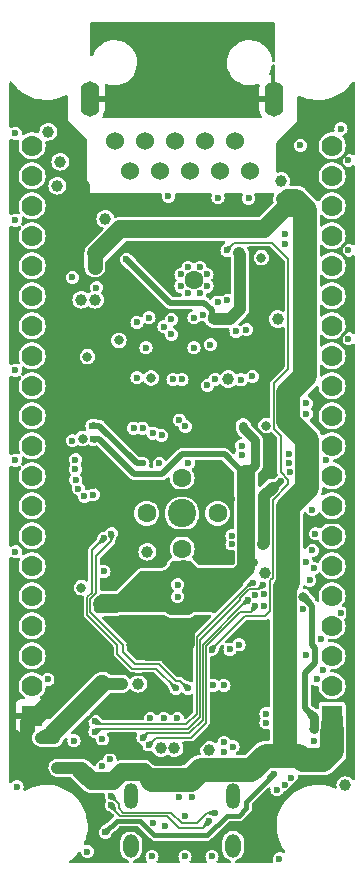
<source format=gbr>
%TF.GenerationSoftware,KiCad,Pcbnew,7.0.9-7.0.9~ubuntu22.04.1*%
%TF.CreationDate,2024-11-21T15:58:09+02:00*%
%TF.ProjectId,ESP32-P4-DevKit_Rev_B,45535033-322d-4503-942d-4465764b6974,B*%
%TF.SameCoordinates,PX80befc0PY7459280*%
%TF.FileFunction,Copper,L3,Inr*%
%TF.FilePolarity,Positive*%
%FSLAX46Y46*%
G04 Gerber Fmt 4.6, Leading zero omitted, Abs format (unit mm)*
G04 Created by KiCad (PCBNEW 7.0.9-7.0.9~ubuntu22.04.1) date 2024-11-21 15:58:09*
%MOMM*%
%LPD*%
G01*
G04 APERTURE LIST*
%TA.AperFunction,ComponentPad*%
%ADD10O,1.200000X2.200000*%
%TD*%
%TA.AperFunction,ComponentPad*%
%ADD11O,1.300000X2.000000*%
%TD*%
%TA.AperFunction,ComponentPad*%
%ADD12O,1.600000X2.999999*%
%TD*%
%TA.AperFunction,ComponentPad*%
%ADD13C,1.524000*%
%TD*%
%TA.AperFunction,ComponentPad*%
%ADD14R,1.778000X1.778000*%
%TD*%
%TA.AperFunction,ComponentPad*%
%ADD15C,1.778000*%
%TD*%
%TA.AperFunction,ComponentPad*%
%ADD16C,1.600000*%
%TD*%
%TA.AperFunction,ComponentPad*%
%ADD17C,2.400000*%
%TD*%
%TA.AperFunction,ComponentPad*%
%ADD18C,0.600000*%
%TD*%
%TA.AperFunction,ViaPad*%
%ADD19C,0.600000*%
%TD*%
%TA.AperFunction,ViaPad*%
%ADD20C,0.800000*%
%TD*%
%TA.AperFunction,ViaPad*%
%ADD21C,1.000000*%
%TD*%
%TA.AperFunction,Conductor*%
%ADD22C,0.762000*%
%TD*%
%TA.AperFunction,Conductor*%
%ADD23C,0.508000*%
%TD*%
%TA.AperFunction,Conductor*%
%ADD24C,1.016000*%
%TD*%
%TA.AperFunction,Conductor*%
%ADD25C,0.127000*%
%TD*%
%TA.AperFunction,Conductor*%
%ADD26C,0.406400*%
%TD*%
%TA.AperFunction,Conductor*%
%ADD27C,1.524000*%
%TD*%
%TA.AperFunction,Conductor*%
%ADD28C,0.254000*%
%TD*%
%TA.AperFunction,Conductor*%
%ADD29C,0.304800*%
%TD*%
%TA.AperFunction,Conductor*%
%ADD30C,0.660400*%
%TD*%
%TA.AperFunction,Conductor*%
%ADD31C,0.711200*%
%TD*%
%TA.AperFunction,Conductor*%
%ADD32C,2.032000*%
%TD*%
%TA.AperFunction,Conductor*%
%ADD33C,1.270000*%
%TD*%
G04 APERTURE END LIST*
D10*
X19320000Y6030000D03*
X10680000Y6030000D03*
D11*
X19320000Y1850000D03*
X10680000Y1850000D03*
D12*
X22800000Y65100000D03*
X7200000Y65100000D03*
D13*
X20715000Y58960000D03*
X19445000Y61500000D03*
X18175000Y58960000D03*
X16905000Y61500000D03*
X15635000Y58960000D03*
X14365000Y61500000D03*
X13095000Y58960000D03*
X11825000Y61500000D03*
X10555000Y58960000D03*
X9285000Y61500000D03*
D14*
X2300000Y12870000D03*
D15*
X2300000Y15410000D03*
X2300000Y17950000D03*
X2300000Y20490000D03*
X2300000Y23030000D03*
X2300000Y25570000D03*
X2300000Y28110000D03*
X2300000Y30650000D03*
X2300000Y33190000D03*
X2300000Y35730000D03*
X2300000Y38270000D03*
X2300000Y40810000D03*
X2300000Y43350000D03*
X2300000Y45890000D03*
X2300000Y48430000D03*
X2300000Y50970000D03*
X2300000Y53510000D03*
X2300000Y56050000D03*
X2300000Y58590000D03*
X2300000Y61130000D03*
D16*
X15000000Y27000000D03*
X12000000Y30000000D03*
D17*
X15000000Y30000000D03*
D16*
X18000000Y30000000D03*
X15000000Y33000000D03*
D18*
X16503000Y50837000D03*
X15503000Y50837000D03*
X17103000Y50237000D03*
X14903000Y50237000D03*
D16*
X16003000Y49737000D03*
D18*
X17103000Y49237000D03*
X14903000Y49237000D03*
X16503000Y48637000D03*
X15503000Y48637000D03*
D14*
X27700000Y12870000D03*
D15*
X27700000Y15410000D03*
X27700000Y17950000D03*
X27700000Y20490000D03*
X27700000Y23030000D03*
X27700000Y25570000D03*
X27700000Y28110000D03*
X27700000Y30650000D03*
X27700000Y33190000D03*
X27700000Y35730000D03*
X27700000Y38270000D03*
X27700000Y40810000D03*
X27700000Y43350000D03*
X27700000Y45890000D03*
X27700000Y48430000D03*
X27700000Y50970000D03*
X27700000Y53510000D03*
X27700000Y56050000D03*
X27700000Y58590000D03*
X27700000Y61130000D03*
D19*
X20638500Y56658500D03*
D20*
X22099000Y37418000D03*
D19*
X23242000Y747000D03*
X24131000Y33481000D03*
X12447000Y969000D03*
D21*
X7621000Y48086000D03*
D20*
X21718000Y51642000D03*
X6478000Y23702000D03*
D21*
X8510000Y54944000D03*
D19*
X890000Y42117000D03*
X6224000Y32084000D03*
X5716000Y49991000D03*
X890000Y54817000D03*
D20*
X9653000Y44657000D03*
D19*
X17527000Y969000D03*
D21*
X4446000Y57738000D03*
X18924000Y41355000D03*
D19*
X15495000Y18495000D03*
D21*
X21999500Y24972776D03*
X4700000Y59770000D03*
D19*
X890000Y34497000D03*
X890000Y62183000D03*
X11177000Y46181000D03*
D21*
X17273000Y9977500D03*
D19*
X14606000Y12653000D03*
X29084000Y59897000D03*
X13844000Y56849000D03*
D21*
X12066000Y26750000D03*
X23369000Y58119000D03*
D19*
X16003000Y44022000D03*
X1017000Y6843000D03*
D21*
X6478000Y48086000D03*
D20*
X6579600Y36325800D03*
D19*
X18035000Y56722000D03*
X890000Y26750000D03*
D20*
X6986000Y43260000D03*
D21*
X11304000Y15574000D03*
D19*
X25528000Y25861000D03*
D21*
X28830000Y6970000D03*
X10796000Y18876000D03*
D19*
X29084000Y52277000D03*
X22099000Y12272000D03*
X13463000Y12653000D03*
X8383000Y25099000D03*
D21*
X23115000Y46435000D03*
D19*
X22099000Y13034000D03*
D21*
X3684000Y62310000D03*
D19*
X28449000Y62564000D03*
X8256000Y10875000D03*
X29084000Y44784000D03*
X12320000Y12653000D03*
D20*
X12383500Y41456600D03*
D19*
X6986000Y1350000D03*
X15241000Y969000D03*
X15520400Y34243000D03*
X19228800Y27385000D03*
D21*
X15114000Y69549000D03*
X21464000Y70819000D03*
X11939000Y67136000D03*
X17908000Y70819000D03*
X17908000Y67136000D03*
X8637000Y70819000D03*
X11939000Y70819000D03*
D19*
X21083000Y37672000D03*
X10773498Y28375600D03*
X19228800Y26648400D03*
X11685000Y25762817D03*
D21*
X6279000Y59770000D03*
D19*
X13412200Y25759400D03*
D21*
X6732000Y57738000D03*
X19559000Y12780000D03*
X5716000Y57738000D03*
D19*
X4700000Y55198000D03*
X7494000Y32338000D03*
D21*
X4700000Y20527000D03*
D19*
X11685000Y45165000D03*
X10973800Y25835600D03*
X19228800Y31220400D03*
X19228800Y25911800D03*
D21*
X22226000Y56468000D03*
D19*
X25782000Y29036000D03*
D21*
X6986000Y44530000D03*
D19*
X5843000Y10748000D03*
X7468600Y36275000D03*
D21*
X8226017Y22305000D03*
D19*
X3638500Y15955000D03*
X21006800Y25861000D03*
D21*
X9272000Y22305000D03*
D19*
X15190200Y25759400D03*
X20194000Y37418000D03*
D21*
X19813000Y52023000D03*
D19*
X10288000Y51515000D03*
X25020000Y61167000D03*
X17527000Y46435000D03*
X19051000Y46435000D03*
X26798000Y19384000D03*
X23682286Y53674000D03*
X7621000Y12399000D03*
X21033642Y24115142D03*
X23750000Y52785000D03*
X25528000Y18037800D03*
X27179000Y34497000D03*
D21*
X24639000Y56976000D03*
X7621000Y50880000D03*
X5589000Y8462000D03*
X4446000Y8462000D03*
X23496000Y56595000D03*
X24639000Y55833000D03*
X7621000Y52023000D03*
D19*
X22768517Y7919483D03*
X8510000Y3001000D03*
X23369000Y32719000D03*
D21*
X21845000Y27397500D03*
D19*
X21946600Y29112200D03*
X19228800Y28121600D03*
X11685000Y34243000D03*
X7367000Y37418000D03*
D20*
X26163000Y11764000D03*
X25268500Y22940000D03*
X26163000Y12780000D03*
D19*
X18797000Y52277000D03*
X17509000Y18455721D03*
X6732000Y31449000D03*
X7494000Y31576000D03*
X23699200Y7039600D03*
X5970000Y33735000D03*
X5977193Y32846000D03*
X23038800Y6607800D03*
X5716000Y36148000D03*
X20448000Y45546000D03*
X5970000Y34553006D03*
X24238049Y7578679D03*
X20956000Y41609000D03*
X19990800Y41304200D03*
X17781000Y41355000D03*
X17146000Y40847000D03*
X14987000Y41355000D03*
X14225000Y41355000D03*
X13272500Y36592500D03*
X12544777Y36790970D03*
X11655908Y37214800D03*
X10897600Y37214800D03*
X15266400Y37367200D03*
X14758400Y37900600D03*
X25800000Y24322706D03*
X26163000Y10748000D03*
X20600400Y22635200D03*
X11685000Y11002000D03*
X12193000Y10367000D03*
X21210000Y22178000D03*
X13590000Y3509000D03*
X25274000Y21924000D03*
X21972000Y22178000D03*
X18543000Y10621000D03*
X9018000Y6049000D03*
X17781000Y4652000D03*
X18543000Y9777500D03*
X21972000Y23194000D03*
X17273000Y3918983D03*
X9018000Y5287000D03*
X21210000Y23067000D03*
X19305000Y10240000D03*
X13082000Y34243000D03*
D21*
X13209000Y10113000D03*
X14352000Y10136500D03*
D19*
X16765000Y46816000D03*
X21885750Y23956000D03*
X7621000Y11510000D03*
X24085500Y35005000D03*
X14098000Y45165000D03*
X24085500Y34243000D03*
X13463000Y45800000D03*
X14098000Y46435000D03*
X25528000Y38434000D03*
X12193000Y46562000D03*
X25528000Y39323000D03*
X18822400Y48035200D03*
X28460000Y21570000D03*
X17400000Y44276000D03*
X14620218Y23960016D03*
X14623803Y22958000D03*
X7748000Y49102000D03*
D21*
X4192000Y11002000D03*
X8764000Y15574000D03*
X9907000Y15574000D03*
X3049000Y11002000D03*
D19*
X16003000Y46562000D03*
X26290000Y28274000D03*
X18009600Y47882800D03*
X19559000Y45419000D03*
X26036000Y30301998D03*
X11177000Y41482000D03*
X11939000Y44022000D03*
X9018000Y28274000D03*
X15495000Y15193000D03*
X14479000Y15193000D03*
X8383000Y27893000D03*
X15241000Y4398000D03*
X20030313Y35730313D03*
X14750000Y5954000D03*
X15876000Y5954000D03*
X20041600Y34979600D03*
X12574766Y3763766D03*
X26417000Y15955000D03*
X18543000Y15447000D03*
X26036000Y26877000D03*
X26130500Y25353000D03*
X26925000Y16717000D03*
X17654000Y15447000D03*
X8256000Y8589000D03*
X8891000Y9178500D03*
X19051000Y18495000D03*
X19820400Y18868600D03*
D22*
X26163000Y11764000D02*
X26163000Y12780000D01*
D23*
X15749000Y20273000D02*
X15812500Y20209500D01*
X10796000Y18876000D02*
X11939000Y17733000D01*
X11177000Y20273000D02*
X15749000Y20273000D01*
X11939000Y17733000D02*
X14733000Y17733000D01*
X10796000Y18876000D02*
X10796000Y19892000D01*
X15812500Y18812500D02*
X15495000Y18495000D01*
X14733000Y17733000D02*
X15495000Y18495000D01*
X15812500Y20209500D02*
X15812500Y18812500D01*
X10796000Y19892000D02*
X11177000Y20273000D01*
X2287000Y9732000D02*
X2287000Y7954000D01*
D22*
X11604000Y9559000D02*
X12188200Y9559000D01*
D23*
X2922000Y7319000D02*
X5462000Y7319000D01*
X17400000Y1985000D02*
X18797000Y3382000D01*
D24*
X6986000Y44530000D02*
X4827000Y44530000D01*
D25*
X28666000Y29380000D02*
X29084000Y29798000D01*
D26*
X26126000Y29380000D02*
X28666000Y29380000D01*
D24*
X11177000Y39323000D02*
X8383000Y42117000D01*
D22*
X6351000Y9732000D02*
X6655800Y10036800D01*
D27*
X4319000Y53674000D02*
X4319000Y45038000D01*
D28*
X28957000Y45482500D02*
X28957000Y51515000D01*
D24*
X7494000Y44530000D02*
X6986000Y44530000D01*
D27*
X4319000Y30814000D02*
X4954000Y30179000D01*
D23*
X22734000Y5541000D02*
X23232041Y5541000D01*
D24*
X10415000Y55579000D02*
X21337000Y55579000D01*
D25*
X29084000Y29798000D02*
X29084000Y43768000D01*
D26*
X25782000Y29036000D02*
X26126000Y29380000D01*
D24*
X6732000Y56849000D02*
X7367000Y56214000D01*
D23*
X18797000Y3382000D02*
X20575000Y3382000D01*
D29*
X21083000Y37672000D02*
X21083000Y37418000D01*
D27*
X4827000Y44530000D02*
X4319000Y44022000D01*
D24*
X1779000Y10240000D02*
X1779000Y12349000D01*
X4192000Y9732000D02*
X5081000Y9732000D01*
D23*
X27592903Y7478903D02*
X29160200Y9046200D01*
D22*
X17781000Y11256000D02*
X19305000Y12780000D01*
D28*
X6655800Y10036800D02*
X6655800Y12348200D01*
D24*
X20321000Y39323000D02*
X11177000Y39323000D01*
D22*
X11126200Y10036800D02*
X11604000Y9559000D01*
D24*
X9780000Y56214000D02*
X10415000Y55579000D01*
D23*
X11126200Y3305800D02*
X12447000Y1985000D01*
D24*
X6732000Y57738000D02*
X5716000Y57738000D01*
D28*
X28957000Y51515000D02*
X28449000Y52023000D01*
D22*
X6655800Y10036800D02*
X11126200Y10036800D01*
D28*
X10491200Y16386800D02*
X12015200Y16386800D01*
D23*
X2287000Y7954000D02*
X2922000Y7319000D01*
X19228800Y31220400D02*
X18746200Y31703000D01*
D22*
X17019000Y11256000D02*
X17781000Y11256000D01*
D23*
X8764000Y1985000D02*
X10084800Y3305800D01*
D22*
X19305000Y12780000D02*
X19559000Y12780000D01*
D23*
X19228800Y26648400D02*
X17755600Y26648400D01*
D28*
X6655800Y12348200D02*
X7443200Y13135600D01*
D29*
X22099000Y36402000D02*
X22099000Y35386000D01*
D27*
X4954000Y15066000D02*
X2758000Y12870000D01*
D22*
X12188200Y9559000D02*
X12726400Y9020800D01*
D24*
X4192000Y9732000D02*
X2287000Y9732000D01*
D28*
X28449000Y44974500D02*
X28957000Y45482500D01*
X28449000Y59643000D02*
X28449000Y60100200D01*
D23*
X19228800Y25911800D02*
X19228800Y26648400D01*
D24*
X1779000Y12349000D02*
X2300000Y12870000D01*
D28*
X28449000Y52023000D02*
X28449000Y52531000D01*
D22*
X14783800Y9020800D02*
X17019000Y11256000D01*
D28*
X7443200Y13135600D02*
X8154400Y13135600D01*
D27*
X4954000Y30179000D02*
X4954000Y15066000D01*
D24*
X21337000Y55579000D02*
X22226000Y56468000D01*
X8383000Y43641000D02*
X7494000Y44530000D01*
D30*
X18746200Y31703000D02*
X14352000Y31703000D01*
D24*
X7367000Y56214000D02*
X9780000Y56214000D01*
X5716000Y57738000D02*
X5716000Y55071000D01*
D23*
X7621000Y5160000D02*
X7621000Y2493000D01*
X29160200Y28885800D02*
X28666000Y29380000D01*
D27*
X4827000Y54182000D02*
X4319000Y53674000D01*
D23*
X7621000Y2493000D02*
X8129000Y1985000D01*
X8129000Y1985000D02*
X8764000Y1985000D01*
D28*
X12015200Y16386800D02*
X12574000Y15828000D01*
D23*
X12447000Y1985000D02*
X17400000Y1985000D01*
D28*
X28449000Y44403000D02*
X28449000Y44974500D01*
D23*
X29160200Y9046200D02*
X29160200Y28885800D01*
X10084800Y3305800D02*
X11126200Y3305800D01*
D27*
X4319000Y45038000D02*
X4827000Y44530000D01*
D28*
X28449000Y60100200D02*
X28982400Y60633600D01*
D22*
X5081000Y9732000D02*
X6351000Y9732000D01*
D23*
X5462000Y7319000D02*
X7621000Y5160000D01*
D24*
X8383000Y42117000D02*
X8383000Y43641000D01*
X5716000Y55071000D02*
X4827000Y54182000D01*
D22*
X12726400Y9020800D02*
X14783800Y9020800D01*
D31*
X17755600Y26648400D02*
X16104600Y28299400D01*
D27*
X4319000Y44022000D02*
X4319000Y30814000D01*
D23*
X23232041Y5541000D02*
X25169944Y7478903D01*
D25*
X29084000Y43768000D02*
X28449000Y44403000D01*
D27*
X2758000Y12870000D02*
X2300000Y12870000D01*
D24*
X20956000Y38688000D02*
X20321000Y39323000D01*
D23*
X20575000Y3382000D02*
X22734000Y5541000D01*
D28*
X29084000Y59008000D02*
X28449000Y59643000D01*
D23*
X25169944Y7478903D02*
X27592903Y7478903D01*
D31*
X16104600Y28299400D02*
X14402800Y28299400D01*
D29*
X21083000Y37418000D02*
X22099000Y36402000D01*
D24*
X6732000Y57738000D02*
X6732000Y56849000D01*
D28*
X28449000Y52531000D02*
X29084000Y53166000D01*
D24*
X2287000Y9732000D02*
X1779000Y10240000D01*
D28*
X6351000Y20527000D02*
X10491200Y16386800D01*
X4700000Y20527000D02*
X6351000Y20527000D01*
X29084000Y53166000D02*
X29084000Y59008000D01*
D23*
X20448000Y33354000D02*
X20257500Y33354000D01*
D22*
X21006800Y25861000D02*
X20575000Y25861000D01*
D23*
X13336000Y33354000D02*
X10923000Y33354000D01*
X15215600Y25759400D02*
X17273000Y23702000D01*
D24*
X9526000Y22559000D02*
X13463000Y22559000D01*
X13717000Y24591000D02*
X14225000Y25099000D01*
X10288000Y22305000D02*
X12574000Y24591000D01*
X14098000Y21924000D02*
X15495000Y21924000D01*
X9272000Y22305000D02*
X10288000Y22305000D01*
D23*
X14987000Y35005000D02*
X13336000Y33354000D01*
X18606500Y35005000D02*
X14987000Y35005000D01*
D22*
X20575000Y25861000D02*
X20448000Y25988000D01*
D23*
X8002000Y36275000D02*
X7468600Y36275000D01*
D22*
X21210000Y34116000D02*
X20448000Y33354000D01*
D27*
X20448000Y25353000D02*
X20448000Y25988000D01*
D24*
X9272000Y22305000D02*
X9526000Y22559000D01*
D27*
X18162000Y24591000D02*
X19686000Y24591000D01*
D22*
X20194000Y37418000D02*
X20194000Y37227500D01*
D24*
X12574000Y24591000D02*
X13717000Y24591000D01*
D22*
X20194000Y37227500D02*
X21210000Y36211500D01*
D27*
X19686000Y24591000D02*
X20448000Y25353000D01*
D22*
X21210000Y36211500D02*
X21210000Y34116000D01*
D23*
X20257500Y33354000D02*
X18606500Y35005000D01*
D24*
X15495000Y21924000D02*
X17273000Y23702000D01*
D23*
X10923000Y33354000D02*
X8002000Y36275000D01*
X15190200Y25759400D02*
X15215600Y25759400D01*
D27*
X17273000Y23702000D02*
X18162000Y24591000D01*
X20448000Y25988000D02*
X20448000Y33354000D01*
X9272000Y22305000D02*
X8226017Y22305000D01*
D24*
X13463000Y22559000D02*
X14098000Y21924000D01*
D23*
X13971000Y47832000D02*
X10288000Y51515000D01*
X17527000Y46435000D02*
X17527000Y47197000D01*
X17527000Y47197000D02*
X16892000Y47832000D01*
D24*
X19940000Y51896000D02*
X19813000Y52023000D01*
D22*
X17527000Y46435000D02*
X17781000Y46435000D01*
D23*
X16892000Y47832000D02*
X13971000Y47832000D01*
D24*
X19940000Y47324000D02*
X19940000Y51896000D01*
X19051000Y46435000D02*
X19940000Y47324000D01*
X17781000Y46435000D02*
X19051000Y46435000D01*
D25*
X15368000Y12145000D02*
X16257000Y13034000D01*
X7875000Y12145000D02*
X15368000Y12145000D01*
X16257000Y19561800D02*
X20810342Y24115142D01*
X7621000Y12399000D02*
X7875000Y12145000D01*
X20810342Y24115142D02*
X21033642Y24115142D01*
X16257000Y13034000D02*
X16257000Y19561800D01*
D24*
X6224000Y8462000D02*
X6478000Y8208000D01*
D27*
X27687000Y11510000D02*
X27687000Y12857000D01*
X12447000Y7446000D02*
X11812000Y8081000D01*
D32*
X26925000Y9097000D02*
X25274000Y9097000D01*
X27687000Y9859000D02*
X26925000Y9097000D01*
X24004000Y40212000D02*
X24004000Y37799000D01*
X25604200Y36198800D02*
X25604200Y32160200D01*
D27*
X7748000Y52023000D02*
X9780000Y54055000D01*
D32*
X15749000Y7446000D02*
X12447000Y7446000D01*
D27*
X23750000Y55833000D02*
X24639000Y55833000D01*
X11812000Y8081000D02*
X9907000Y8081000D01*
D32*
X20868600Y8273000D02*
X16576000Y8273000D01*
X23686500Y23765500D02*
X23686500Y9541500D01*
X25401000Y55706000D02*
X25401000Y41609000D01*
D33*
X7621000Y52023000D02*
X7621000Y50880000D01*
D32*
X22073600Y9478000D02*
X20868600Y8273000D01*
X24893000Y9478000D02*
X23750000Y9478000D01*
D33*
X7621000Y52023000D02*
X7748000Y52023000D01*
D27*
X9780000Y54055000D02*
X21972000Y54055000D01*
D32*
X24004000Y24083000D02*
X23686500Y23765500D01*
D24*
X4446000Y8462000D02*
X5589000Y8462000D01*
X5589000Y8462000D02*
X6224000Y8462000D01*
D32*
X16576000Y8273000D02*
X15749000Y7446000D01*
X23686500Y9541500D02*
X23750000Y9478000D01*
X25401000Y41609000D02*
X24004000Y40212000D01*
D27*
X21972000Y54055000D02*
X23750000Y55833000D01*
D32*
X25274000Y9097000D02*
X24893000Y9478000D01*
D24*
X24639000Y55833000D02*
X24639000Y56976000D01*
D27*
X27687000Y12857000D02*
X27700000Y12870000D01*
D32*
X27687000Y11510000D02*
X27687000Y9859000D01*
D27*
X9145000Y7319000D02*
X7367000Y7319000D01*
D24*
X23877000Y56976000D02*
X24639000Y56976000D01*
D27*
X7367000Y7319000D02*
X6478000Y8208000D01*
D24*
X23496000Y56595000D02*
X23877000Y56976000D01*
D32*
X23750000Y9478000D02*
X22073600Y9478000D01*
D27*
X9907000Y8081000D02*
X9145000Y7319000D01*
D32*
X24004000Y37799000D02*
X25604200Y36198800D01*
X24004000Y30560000D02*
X24004000Y24083000D01*
X24639000Y56468000D02*
X25401000Y55706000D01*
X25604200Y32160200D02*
X24004000Y30560000D01*
D26*
X9475200Y3966200D02*
X11418300Y3966200D01*
X8510000Y3001000D02*
X9475200Y3966200D01*
X18797000Y4398000D02*
X19813000Y4398000D01*
X12637500Y2747000D02*
X17146000Y2747000D01*
X20448000Y5033000D02*
X20448000Y5598966D01*
X17146000Y2747000D02*
X18797000Y4398000D01*
X11418300Y3966200D02*
X12637500Y2747000D01*
X19813000Y4398000D02*
X20448000Y5033000D01*
X20448000Y5598966D02*
X22768517Y7919483D01*
D24*
X21946600Y27499100D02*
X21946600Y31474400D01*
D23*
X22835600Y32185600D02*
X22657800Y32185600D01*
D24*
X21946600Y31474400D02*
X22657800Y32185600D01*
X21845000Y27397500D02*
X21946600Y27499100D01*
D23*
X23369000Y32719000D02*
X22835600Y32185600D01*
X11177000Y34243000D02*
X11685000Y34243000D01*
X7367000Y37418000D02*
X8002000Y37418000D01*
X8002000Y37418000D02*
X11177000Y34243000D01*
X26163000Y12780000D02*
X25401000Y13542000D01*
X26290000Y17352000D02*
X26290000Y18622000D01*
X26290000Y18622000D02*
X26036000Y18876000D01*
X26036000Y18876000D02*
X26036000Y22172500D01*
X25401000Y13542000D02*
X25401000Y16463000D01*
X26036000Y22172500D02*
X25268500Y22940000D01*
X25401000Y16463000D02*
X26290000Y17352000D01*
D25*
X22470000Y21736200D02*
X22022800Y21289000D01*
X20321000Y21289000D02*
X17509000Y18477000D01*
X19432000Y52912000D02*
X22607000Y52912000D01*
X22708600Y24565600D02*
X22470000Y24327000D01*
X24004000Y42244000D02*
X22759400Y40999400D01*
X22470000Y24327000D02*
X22470000Y21736200D01*
X22759400Y37138600D02*
X23369000Y36529000D01*
X22708600Y31169600D02*
X22708600Y24565600D01*
X17509000Y18477000D02*
X17509000Y18455721D01*
X22759400Y40999400D02*
X22759400Y37138600D01*
X22022800Y21289000D02*
X20321000Y21289000D01*
X22607000Y52912000D02*
X24004000Y51515000D01*
X24004000Y32846000D02*
X24004000Y32465000D01*
X23369000Y36529000D02*
X23369000Y33481000D01*
X23369000Y33481000D02*
X24004000Y32846000D01*
X18797000Y52277000D02*
X19432000Y52912000D01*
X24004000Y32465000D02*
X22708600Y31169600D01*
X24004000Y51515000D02*
X24004000Y42244000D01*
X12066000Y11383000D02*
X15622000Y11383000D01*
X11685000Y11002000D02*
X12066000Y11383000D01*
X15622000Y11383000D02*
X16765000Y12526000D01*
X20448000Y22559000D02*
X20524200Y22559000D01*
X20524200Y22559000D02*
X20600400Y22635200D01*
X16765000Y12526000D02*
X16765000Y18876000D01*
X16765000Y18876000D02*
X20448000Y22559000D01*
X19940000Y21670000D02*
X20829000Y21670000D01*
X12193000Y10367000D02*
X12828000Y11002000D01*
X17019000Y18749000D02*
X19940000Y21670000D01*
X12828000Y11002000D02*
X15749000Y11002000D01*
X15749000Y11002000D02*
X17019000Y12272000D01*
X20829000Y21670000D02*
X21210000Y22051000D01*
X21210000Y22051000D02*
X21210000Y22178000D01*
X17019000Y12272000D02*
X17019000Y18749000D01*
X16257000Y3763000D02*
X14987000Y3763000D01*
X9653000Y5414000D02*
X9018000Y6049000D01*
X17781000Y4652000D02*
X17146000Y4652000D01*
X17146000Y4652000D02*
X16257000Y3763000D01*
X14987000Y3763000D02*
X14098000Y4652000D01*
X14098000Y4652000D02*
X10034000Y4652000D01*
X9653000Y5033000D02*
X9653000Y5414000D01*
X10034000Y4652000D02*
X9653000Y5033000D01*
X9780000Y4398000D02*
X9018000Y5160000D01*
X17273000Y3918983D02*
X16736017Y3382000D01*
X16736017Y3382000D02*
X14733000Y3382000D01*
X13717000Y4398000D02*
X9780000Y4398000D01*
X9018000Y5160000D02*
X9018000Y5287000D01*
X14733000Y3382000D02*
X13717000Y4398000D01*
X7621000Y11510000D02*
X7875000Y11764000D01*
X19940000Y22686000D02*
X19940000Y22813000D01*
X7875000Y11764000D02*
X15495000Y11764000D01*
X21504750Y23575000D02*
X21885750Y23956000D01*
X15495000Y11764000D02*
X16511000Y12780000D01*
X16511000Y12780000D02*
X16511000Y19257000D01*
X19940000Y22813000D02*
X20702000Y23575000D01*
X20702000Y23575000D02*
X21504750Y23575000D01*
X16511000Y19257000D02*
X19940000Y22686000D01*
D24*
X9907000Y15574000D02*
X8764000Y15574000D01*
X4192000Y11002000D02*
X3049000Y11002000D01*
D22*
X3049000Y11002000D02*
X3557000Y11510000D01*
X3557000Y11510000D02*
X4192000Y11510000D01*
D24*
X8764000Y15574000D02*
X8256000Y15574000D01*
D27*
X8256000Y15574000D02*
X4192000Y11510000D01*
D25*
X7748000Y23244800D02*
X7748000Y26369000D01*
X10034000Y18241000D02*
X10034000Y18876000D01*
X10034000Y18876000D02*
X7240000Y21670000D01*
X7240000Y22736800D02*
X7748000Y23244800D01*
X9018000Y27639000D02*
X9018000Y28274000D01*
X7240000Y21670000D02*
X7240000Y22736800D01*
X11050000Y17225000D02*
X10034000Y18241000D01*
X15495000Y15193000D02*
X14860000Y15828000D01*
X14479000Y15828000D02*
X13082000Y17225000D01*
X7748000Y26369000D02*
X9018000Y27639000D01*
X14860000Y15828000D02*
X14479000Y15828000D01*
X13082000Y17225000D02*
X11050000Y17225000D01*
X7367000Y23289250D02*
X7367000Y26877000D01*
X10796000Y16844000D02*
X9526000Y18114000D01*
X7367000Y26877000D02*
X8383000Y27893000D01*
X6986000Y21416000D02*
X6986000Y22908250D01*
X6986000Y22908250D02*
X7367000Y23289250D01*
X9526000Y18114000D02*
X9526000Y18876000D01*
X9526000Y18876000D02*
X6986000Y21416000D01*
X12828000Y16844000D02*
X10796000Y16844000D01*
X14479000Y15193000D02*
X12828000Y16844000D01*
%TA.AperFunction,Conductor*%
G36*
X22803121Y71598498D02*
G01*
X22849614Y71544842D01*
X22861000Y71492500D01*
X22861000Y68356807D01*
X22840998Y68288686D01*
X22787342Y68242193D01*
X22717068Y68232089D01*
X22652488Y68261583D01*
X22614104Y68321309D01*
X22609756Y68343026D01*
X22607306Y68365288D01*
X22592830Y68496853D01*
X22522317Y68766571D01*
X22413283Y69023148D01*
X22268054Y69261115D01*
X22089724Y69475401D01*
X22089720Y69475404D01*
X22089719Y69475406D01*
X21882104Y69661429D01*
X21882094Y69661438D01*
X21649590Y69815261D01*
X21513539Y69879039D01*
X21397167Y69933592D01*
X21317530Y69957552D01*
X21130204Y70013910D01*
X21130199Y70013911D01*
X21130195Y70013912D01*
X20854394Y70054501D01*
X20854391Y70054501D01*
X20645401Y70054501D01*
X20645399Y70054501D01*
X20436962Y70039246D01*
X20164843Y69978628D01*
X20164841Y69978627D01*
X19904457Y69879039D01*
X19904454Y69879037D01*
X19661358Y69742606D01*
X19661349Y69742600D01*
X19440689Y69572212D01*
X19440688Y69572211D01*
X19247196Y69371518D01*
X19247191Y69371512D01*
X19084985Y69144790D01*
X19084978Y69144779D01*
X18957511Y68896853D01*
X18957510Y68896851D01*
X18867499Y68633006D01*
X18867496Y68632994D01*
X18816860Y68358852D01*
X18806679Y68080258D01*
X18837170Y67803147D01*
X18837171Y67803142D01*
X18907683Y67533427D01*
X19016716Y67276853D01*
X19031063Y67253345D01*
X19161946Y67038885D01*
X19340276Y66824599D01*
X19340278Y66824597D01*
X19340280Y66824595D01*
X19448325Y66727787D01*
X19547906Y66638562D01*
X19780410Y66484739D01*
X20032834Y66366408D01*
X20299796Y66286090D01*
X20363657Y66276692D01*
X20575605Y66245499D01*
X20575609Y66245499D01*
X20784601Y66245499D01*
X20888819Y66253127D01*
X20993039Y66260755D01*
X21265153Y66321371D01*
X21400748Y66373233D01*
X21471519Y66378885D01*
X21534112Y66345378D01*
X21568653Y66283351D01*
X21567466Y66222935D01*
X21514859Y66026602D01*
X21500000Y65856761D01*
X21500000Y65350000D01*
X22500000Y65350000D01*
X22500000Y64850000D01*
X21500000Y64850000D01*
X21500000Y64343239D01*
X21514859Y64173399D01*
X21573732Y63953678D01*
X21573734Y63953673D01*
X21669866Y63747518D01*
X21737259Y63651271D01*
X21759947Y63583997D01*
X21742662Y63515137D01*
X21690892Y63466552D01*
X21634046Y63453000D01*
X8365954Y63453000D01*
X8297833Y63473002D01*
X8251340Y63526658D01*
X8241236Y63596932D01*
X8262741Y63651271D01*
X8330133Y63747518D01*
X8426265Y63953673D01*
X8426267Y63953678D01*
X8485140Y64173399D01*
X8500000Y64343239D01*
X8500000Y64850000D01*
X7500000Y64850000D01*
X7500000Y65350000D01*
X8500000Y65350000D01*
X8500000Y65856761D01*
X8485140Y66026602D01*
X8434162Y66216859D01*
X8435852Y66287836D01*
X8475646Y66346631D01*
X8540911Y66374579D01*
X8598344Y66367468D01*
X8598425Y66367735D01*
X8599993Y66367264D01*
X8600891Y66367152D01*
X8602829Y66366411D01*
X8602834Y66366408D01*
X8869796Y66286090D01*
X8933657Y66276692D01*
X9145605Y66245499D01*
X9145609Y66245499D01*
X9354601Y66245499D01*
X9458819Y66253127D01*
X9563039Y66260755D01*
X9835153Y66321371D01*
X10095540Y66420961D01*
X10338653Y66557402D01*
X10559309Y66727787D01*
X10752805Y66928484D01*
X10915017Y67155215D01*
X10925072Y67174771D01*
X11042488Y67403148D01*
X11042489Y67403150D01*
X11132500Y67666995D01*
X11132502Y67667000D01*
X11183139Y67941145D01*
X11193321Y68219742D01*
X11162830Y68496853D01*
X11092317Y68766571D01*
X10983283Y69023148D01*
X10838054Y69261115D01*
X10659724Y69475401D01*
X10659720Y69475404D01*
X10659719Y69475406D01*
X10452104Y69661429D01*
X10452094Y69661438D01*
X10219590Y69815261D01*
X10083539Y69879039D01*
X9967167Y69933592D01*
X9887530Y69957552D01*
X9700204Y70013910D01*
X9700199Y70013911D01*
X9700195Y70013912D01*
X9424394Y70054501D01*
X9424391Y70054501D01*
X9215401Y70054501D01*
X9215399Y70054501D01*
X9006962Y70039246D01*
X8734843Y69978628D01*
X8734841Y69978627D01*
X8474457Y69879039D01*
X8474454Y69879037D01*
X8231358Y69742606D01*
X8231349Y69742600D01*
X8010689Y69572212D01*
X8010688Y69572211D01*
X7817196Y69371518D01*
X7817191Y69371512D01*
X7654985Y69144790D01*
X7654978Y69144779D01*
X7527511Y68896853D01*
X7527510Y68896851D01*
X7485251Y68772977D01*
X7444326Y68714963D01*
X7378532Y68688285D01*
X7308760Y68701412D01*
X7257161Y68750177D01*
X7240000Y68813660D01*
X7240000Y71492500D01*
X7260002Y71560621D01*
X7313658Y71607114D01*
X7366000Y71618500D01*
X22735000Y71618500D01*
X22803121Y71598498D01*
G37*
%TD.AperFunction*%
%TA.AperFunction,Conductor*%
G36*
X22775286Y68026587D02*
G01*
X22833436Y67985855D01*
X22860333Y67920150D01*
X22861000Y67907201D01*
X22861000Y66094552D01*
X22828160Y66103895D01*
X22716479Y66093546D01*
X22616078Y66043552D01*
X22550000Y65971070D01*
X22550000Y67078872D01*
X22549998Y67078873D01*
X22541450Y67076582D01*
X22470474Y67078272D01*
X22411678Y67118067D01*
X22383731Y67183331D01*
X22395505Y67253345D01*
X22396758Y67255854D01*
X22472488Y67403148D01*
X22472489Y67403150D01*
X22472490Y67403152D01*
X22562500Y67666995D01*
X22562502Y67667000D01*
X22611096Y67930089D01*
X22643138Y67993441D01*
X22704346Y68029415D01*
X22775286Y68026587D01*
G37*
%TD.AperFunction*%
%TA.AperFunction,Conductor*%
G36*
X15122747Y15659403D02*
G01*
X15598689Y15474483D01*
X15605160Y15468292D01*
X15605358Y15459340D01*
X15605275Y15459133D01*
X15497563Y15196816D01*
X15491251Y15190464D01*
X15491184Y15190437D01*
X15228867Y15082725D01*
X15219912Y15082752D01*
X15213600Y15089104D01*
X15213517Y15089311D01*
X15174226Y15190437D01*
X15028598Y15565251D01*
X15028796Y15574201D01*
X15031228Y15577756D01*
X15110242Y15656770D01*
X15118514Y15660196D01*
X15122747Y15659403D01*
G37*
%TD.AperFunction*%
%TA.AperFunction,Conductor*%
G36*
X17778435Y47031573D02*
G01*
X17781828Y47024194D01*
X17826037Y46447553D01*
X17823252Y46439042D01*
X17815265Y46434993D01*
X17814410Y46434959D01*
X17527000Y46434000D01*
X17239589Y46434959D01*
X17231327Y46438414D01*
X17227928Y46446698D01*
X17227962Y46447553D01*
X17272172Y47024194D01*
X17276221Y47032181D01*
X17283838Y47035000D01*
X17770162Y47035000D01*
X17778435Y47031573D01*
G37*
%TD.AperFunction*%
%TA.AperFunction,Conductor*%
G36*
X20945807Y22287479D02*
G01*
X21206184Y22180564D01*
X21212536Y22174252D01*
X21212563Y22174185D01*
X21320930Y21910273D01*
X21320903Y21901318D01*
X21315985Y21895712D01*
X20914553Y21662489D01*
X20905678Y21661296D01*
X20900402Y21664333D01*
X20821458Y21743277D01*
X20818031Y21751550D01*
X20818287Y21753983D01*
X20848417Y21895712D01*
X20929920Y22279092D01*
X20934991Y22286469D01*
X20943796Y22288100D01*
X20945807Y22287479D01*
G37*
%TD.AperFunction*%
%TA.AperFunction,Conductor*%
G36*
X3837606Y11877817D02*
G01*
X3838579Y11873147D01*
X3838579Y11133518D01*
X3835544Y11125656D01*
X3410794Y10657531D01*
X3402697Y10653707D01*
X3394267Y10656728D01*
X3393868Y10657108D01*
X3249686Y10800883D01*
X3049660Y11000345D01*
X3047107Y11004167D01*
X2862027Y11453337D01*
X2862044Y11462290D01*
X2868172Y11468518D01*
X3822211Y11883875D01*
X3831162Y11884035D01*
X3837606Y11877817D01*
G37*
%TD.AperFunction*%
%TA.AperFunction,Conductor*%
G36*
X25557970Y23212932D02*
G01*
X25559300Y23211333D01*
X26008241Y22561947D01*
X26010127Y22553193D01*
X26006890Y22547021D01*
X25661479Y22201610D01*
X25653206Y22198183D01*
X25646553Y22200259D01*
X24997167Y22649200D01*
X24992310Y22656723D01*
X24994196Y22665477D01*
X24995523Y22667073D01*
X25267793Y22940707D01*
X25541424Y23212975D01*
X25549705Y23216380D01*
X25557970Y23212932D01*
G37*
%TD.AperFunction*%
%TA.AperFunction,Conductor*%
G36*
X17006815Y4029280D02*
G01*
X17190514Y3953851D01*
X17269184Y3921547D01*
X17275536Y3915235D01*
X17275563Y3915168D01*
X17383275Y3652851D01*
X17383248Y3643896D01*
X17376896Y3637584D01*
X17376689Y3637501D01*
X16900751Y3452582D01*
X16891799Y3452780D01*
X16888241Y3455215D01*
X16809231Y3534225D01*
X16805804Y3542498D01*
X16806597Y3546730D01*
X16991517Y4022674D01*
X16997708Y4029144D01*
X17006660Y4029342D01*
X17006815Y4029280D01*
G37*
%TD.AperFunction*%
%TA.AperFunction,Conductor*%
G36*
X7839831Y12601292D02*
G01*
X7841114Y12599761D01*
X8113666Y12211526D01*
X8115790Y12204803D01*
X8115790Y12093622D01*
X8112363Y12085349D01*
X8104090Y12081922D01*
X8103676Y12081929D01*
X7632248Y12098603D01*
X7624102Y12102320D01*
X7620962Y12110257D01*
X7620016Y12394115D01*
X7623414Y12402399D01*
X7823285Y12601332D01*
X7831566Y12604738D01*
X7839831Y12601292D01*
G37*
%TD.AperFunction*%
%TA.AperFunction,Conductor*%
G36*
X25784944Y13519743D02*
G01*
X26295459Y13166808D01*
X26434332Y13070801D01*
X26439189Y13063278D01*
X26437303Y13054524D01*
X26435973Y13052925D01*
X26163707Y12779293D01*
X25890075Y12507027D01*
X25881794Y12503621D01*
X25873529Y12507069D01*
X25872199Y12508668D01*
X25423257Y13158056D01*
X25421372Y13166808D01*
X25424607Y13172978D01*
X25770021Y13518392D01*
X25778293Y13521818D01*
X25784944Y13519743D01*
G37*
%TD.AperFunction*%
%TA.AperFunction,Conductor*%
G36*
X8797624Y3561903D02*
G01*
X9070902Y3288625D01*
X9074329Y3280352D01*
X9072114Y3273502D01*
X8730148Y2799969D01*
X8722527Y2795268D01*
X8713813Y2797334D01*
X8712417Y2798518D01*
X8710956Y2799969D01*
X8509293Y3000293D01*
X8307516Y3203419D01*
X8304118Y3211703D01*
X8307572Y3219965D01*
X8308959Y3221143D01*
X8782502Y3563116D01*
X8791215Y3565181D01*
X8797624Y3561903D01*
G37*
%TD.AperFunction*%
%TA.AperFunction,Conductor*%
G36*
X12574200Y10833204D02*
G01*
X12577758Y10830769D01*
X12656768Y10751759D01*
X12660195Y10743486D01*
X12659401Y10739249D01*
X12474482Y10263311D01*
X12468291Y10256840D01*
X12459339Y10256642D01*
X12459132Y10256725D01*
X12196815Y10364437D01*
X12190463Y10370749D01*
X12190436Y10370816D01*
X12082724Y10633133D01*
X12082751Y10642088D01*
X12089103Y10648400D01*
X12089274Y10648469D01*
X12565250Y10833402D01*
X12574200Y10833204D01*
G37*
%TD.AperFunction*%
%TA.AperFunction,Conductor*%
G36*
X11680371Y34538889D02*
G01*
X11684917Y34531174D01*
X11685031Y34529572D01*
X11685701Y34244656D01*
X11684797Y34240117D01*
X11574090Y33975159D01*
X11567738Y33968847D01*
X11560404Y33968333D01*
X10952257Y34123372D01*
X10945087Y34128736D01*
X10943810Y34137599D01*
X10946872Y34142980D01*
X11288784Y34484892D01*
X11295423Y34488203D01*
X11671702Y34541130D01*
X11680371Y34538889D01*
G37*
%TD.AperFunction*%
%TA.AperFunction,Conductor*%
G36*
X590012Y66546241D02*
G01*
X610604Y66523443D01*
X705262Y66388682D01*
X742772Y66335282D01*
X742777Y66335276D01*
X988482Y66054474D01*
X988484Y66054472D01*
X1208028Y65851800D01*
X1262655Y65801371D01*
X1562171Y65578849D01*
X1562172Y65578847D01*
X1562176Y65578845D01*
X1562177Y65578844D01*
X1883655Y65389415D01*
X2223446Y65235230D01*
X2577702Y65118036D01*
X2942408Y65039161D01*
X2942410Y65039161D01*
X2942414Y65039160D01*
X3313418Y64999500D01*
X3313425Y64999500D01*
X3313431Y64999499D01*
X3313436Y64999499D01*
X3593219Y64999499D01*
X3872596Y65014389D01*
X3872601Y65014390D01*
X3872609Y65014390D01*
X4240995Y65073743D01*
X4600986Y65171916D01*
X4948503Y65307798D01*
X5150904Y65412972D01*
X5220572Y65426632D01*
X5286568Y65400459D01*
X5327936Y65342760D01*
X5335000Y65301165D01*
X5335000Y63325999D01*
X6949095Y61711905D01*
X6983120Y61649593D01*
X6986000Y61622810D01*
X6986000Y57103000D01*
X13174479Y57103000D01*
X13242600Y57082998D01*
X13289093Y57029342D01*
X13299401Y56960554D01*
X13284715Y56849001D01*
X13284715Y56849000D01*
X13303771Y56704248D01*
X13359644Y56569359D01*
X13359649Y56569351D01*
X13448525Y56453526D01*
X13550664Y56375152D01*
X13564357Y56364645D01*
X13699246Y56308772D01*
X13844000Y56289715D01*
X13988754Y56308772D01*
X14123643Y56364645D01*
X14239474Y56453526D01*
X14328355Y56569357D01*
X14384228Y56704246D01*
X14403285Y56849000D01*
X14392782Y56928782D01*
X14388599Y56960554D01*
X14399538Y57030703D01*
X14446667Y57083801D01*
X14513521Y57103000D01*
X17404056Y57103000D01*
X17472177Y57082998D01*
X17518670Y57029342D01*
X17528774Y56959068D01*
X17520465Y56928782D01*
X17494772Y56866755D01*
X17494771Y56866754D01*
X17475715Y56722001D01*
X17475715Y56722000D01*
X17494771Y56577248D01*
X17550644Y56442359D01*
X17550649Y56442351D01*
X17639525Y56326526D01*
X17755350Y56237650D01*
X17755357Y56237645D01*
X17890246Y56181772D01*
X18035000Y56162715D01*
X18179754Y56181772D01*
X18314643Y56237645D01*
X18430474Y56326526D01*
X18519355Y56442357D01*
X18575228Y56577246D01*
X18594285Y56722000D01*
X18575228Y56866754D01*
X18549535Y56928782D01*
X18541946Y56999372D01*
X18573725Y57062859D01*
X18634783Y57099086D01*
X18665944Y57103000D01*
X20033859Y57103000D01*
X20101980Y57082998D01*
X20148473Y57029342D01*
X20158577Y56959068D01*
X20150268Y56928781D01*
X20098271Y56803253D01*
X20079215Y56658501D01*
X20079215Y56658500D01*
X20098271Y56513748D01*
X20154144Y56378859D01*
X20154149Y56378851D01*
X20243025Y56263026D01*
X20348917Y56181772D01*
X20358857Y56174145D01*
X20493746Y56118272D01*
X20638500Y56099215D01*
X20783254Y56118272D01*
X20918143Y56174145D01*
X21033974Y56263026D01*
X21122855Y56378857D01*
X21178728Y56513746D01*
X21197785Y56658500D01*
X21191762Y56704246D01*
X21178728Y56803253D01*
X21178728Y56803254D01*
X21126731Y56928783D01*
X21119143Y56999371D01*
X21150922Y57062858D01*
X21211980Y57099086D01*
X21243141Y57103000D01*
X22693778Y57103000D01*
X22761899Y57082998D01*
X22808392Y57029342D01*
X22818496Y56959068D01*
X22807973Y56923751D01*
X22767274Y56836472D01*
X22731231Y56661913D01*
X22731231Y56661910D01*
X22736415Y56483736D01*
X22765509Y56375152D01*
X22763819Y56304175D01*
X22732897Y56253447D01*
X21587855Y55108404D01*
X21525545Y55074380D01*
X21498762Y55071500D01*
X9833034Y55071500D01*
X9826855Y55071804D01*
X9780002Y55076419D01*
X9779999Y55076419D01*
X9680395Y55066608D01*
X9580739Y55056794D01*
X9580733Y55056793D01*
X9412114Y55005643D01*
X9341121Y55005010D01*
X9281054Y55042859D01*
X9250986Y55107174D01*
X9250334Y55112089D01*
X9250237Y55112954D01*
X9194082Y55273437D01*
X9103624Y55417400D01*
X9103622Y55417403D01*
X8983402Y55537623D01*
X8983399Y55537625D01*
X8839439Y55628081D01*
X8839437Y55628082D01*
X8819212Y55635159D01*
X8678954Y55684237D01*
X8510000Y55703274D01*
X8341046Y55684237D01*
X8341043Y55684237D01*
X8341043Y55684236D01*
X8180562Y55628082D01*
X8180560Y55628081D01*
X8036600Y55537625D01*
X8036597Y55537623D01*
X7916377Y55417403D01*
X7916375Y55417400D01*
X7825919Y55273440D01*
X7825918Y55273438D01*
X7817759Y55250120D01*
X7769763Y55112954D01*
X7750726Y54944000D01*
X7769763Y54775046D01*
X7825918Y54614563D01*
X7825919Y54614561D01*
X7916375Y54470601D01*
X7916377Y54470598D01*
X8036597Y54350378D01*
X8036600Y54350376D01*
X8142755Y54283674D01*
X8180563Y54259918D01*
X8263016Y54231067D01*
X8320705Y54189691D01*
X8346868Y54123691D01*
X8333196Y54054023D01*
X8310494Y54023044D01*
X6993933Y52706483D01*
X6993918Y52706467D01*
X6898720Y52590467D01*
X6804333Y52413880D01*
X6746209Y52222269D01*
X6739837Y52157596D01*
X6738764Y52150672D01*
X6731500Y52116491D01*
X6731500Y52076036D01*
X6731196Y52069856D01*
X6726581Y52023002D01*
X6726581Y52022999D01*
X6731196Y51976146D01*
X6731500Y51969967D01*
X6731500Y50833380D01*
X6745561Y50699598D01*
X6746146Y50694039D01*
X6803922Y50516221D01*
X6803928Y50516209D01*
X6897410Y50354291D01*
X6897414Y50354285D01*
X7022527Y50215333D01*
X7173795Y50105430D01*
X7173797Y50105429D01*
X7173800Y50105427D01*
X7344615Y50029375D01*
X7488634Y49998764D01*
X7527509Y49990500D01*
X7527510Y49990500D01*
X7714491Y49990500D01*
X7746551Y49997315D01*
X7897385Y50029375D01*
X8068200Y50105427D01*
X8219470Y50215331D01*
X8344585Y50354285D01*
X8344589Y50354291D01*
X8391330Y50435250D01*
X8438075Y50516215D01*
X8495855Y50694044D01*
X8510500Y50833380D01*
X8510500Y51295762D01*
X8530502Y51363883D01*
X8547405Y51384857D01*
X10164143Y53001595D01*
X10226455Y53035621D01*
X10253238Y53038500D01*
X18540680Y53038500D01*
X18608801Y53018498D01*
X18655294Y52964842D01*
X18665398Y52894568D01*
X18635904Y52829988D01*
X18599536Y52801091D01*
X18594552Y52798459D01*
X18584161Y52791563D01*
X18562717Y52780145D01*
X18517363Y52761358D01*
X18517356Y52761354D01*
X18401526Y52672474D01*
X18312646Y52556644D01*
X18312645Y52556642D01*
X18284708Y52489198D01*
X18256771Y52421753D01*
X18237715Y52277001D01*
X18237715Y52277000D01*
X18256771Y52132248D01*
X18312644Y51997359D01*
X18312649Y51997351D01*
X18401525Y51881526D01*
X18517350Y51792650D01*
X18517357Y51792645D01*
X18652246Y51736772D01*
X18797000Y51717715D01*
X18941754Y51736772D01*
X18963623Y51745831D01*
X19034207Y51753421D01*
X19097695Y51721643D01*
X19119077Y51695573D01*
X19158740Y51631271D01*
X19177500Y51565124D01*
X19177500Y48676872D01*
X19157498Y48608751D01*
X19103842Y48562258D01*
X19033568Y48552154D01*
X19003283Y48560463D01*
X18967154Y48575428D01*
X18967152Y48575429D01*
X18822400Y48594485D01*
X18677647Y48575429D01*
X18638951Y48559400D01*
X18542758Y48519555D01*
X18542757Y48519554D01*
X18542756Y48519554D01*
X18426925Y48430674D01*
X18415588Y48415899D01*
X18358248Y48374034D01*
X18287377Y48369815D01*
X18267415Y48376197D01*
X18154354Y48423028D01*
X18154352Y48423029D01*
X18009600Y48442085D01*
X17864847Y48423029D01*
X17821383Y48405025D01*
X17729958Y48367155D01*
X17729957Y48367154D01*
X17729956Y48367154D01*
X17614126Y48278274D01*
X17525246Y48162444D01*
X17521118Y48155292D01*
X17519658Y48156135D01*
X17481230Y48108448D01*
X17413866Y48086028D01*
X17345075Y48103587D01*
X17320275Y48122853D01*
X17299800Y48143328D01*
X17282897Y48164303D01*
X17280251Y48168420D01*
X17240421Y48202933D01*
X17237140Y48205988D01*
X17225848Y48217280D01*
X17225847Y48217281D01*
X17225845Y48217283D01*
X17213067Y48226848D01*
X17209564Y48229671D01*
X17169743Y48264176D01*
X17169740Y48264178D01*
X17165286Y48266212D01*
X17142128Y48279952D01*
X17138206Y48282888D01*
X17138201Y48282891D01*
X17103169Y48295957D01*
X17046334Y48338504D01*
X17021524Y48405025D01*
X17030795Y48462231D01*
X17043228Y48492246D01*
X17054402Y48577123D01*
X17083124Y48642049D01*
X17142389Y48681141D01*
X17162878Y48685598D01*
X17247754Y48696772D01*
X17382643Y48752645D01*
X17498474Y48841526D01*
X17587355Y48957357D01*
X17643228Y49092246D01*
X17662285Y49237000D01*
X17643228Y49381754D01*
X17587355Y49516642D01*
X17498474Y49632474D01*
X17492527Y49637037D01*
X17450660Y49694372D01*
X17446436Y49765243D01*
X17481198Y49827147D01*
X17492526Y49836962D01*
X17498474Y49841526D01*
X17587355Y49957357D01*
X17643228Y50092246D01*
X17662285Y50237000D01*
X17643228Y50381754D01*
X17587355Y50516642D01*
X17498474Y50632474D01*
X17498472Y50632476D01*
X17498471Y50632477D01*
X17382649Y50721351D01*
X17382641Y50721356D01*
X17247752Y50777229D01*
X17162877Y50788403D01*
X17097950Y50817126D01*
X17058859Y50876392D01*
X17054402Y50896879D01*
X17043228Y50981753D01*
X17043228Y50981754D01*
X16987355Y51116642D01*
X16898474Y51232474D01*
X16898472Y51232476D01*
X16898471Y51232477D01*
X16782649Y51321351D01*
X16782641Y51321356D01*
X16647752Y51377229D01*
X16503000Y51396285D01*
X16358247Y51377229D01*
X16311519Y51357873D01*
X16223358Y51321355D01*
X16223357Y51321354D01*
X16223356Y51321354D01*
X16107525Y51232474D01*
X16102962Y51226526D01*
X16045623Y51184659D01*
X15974752Y51180438D01*
X15912850Y51215203D01*
X15903038Y51226526D01*
X15898472Y51232476D01*
X15782649Y51321351D01*
X15782641Y51321356D01*
X15647752Y51377229D01*
X15503000Y51396285D01*
X15358247Y51377229D01*
X15311519Y51357873D01*
X15223358Y51321355D01*
X15223357Y51321354D01*
X15223356Y51321354D01*
X15107526Y51232474D01*
X15018646Y51116644D01*
X15018645Y51116642D01*
X14962772Y50981754D01*
X14962772Y50981753D01*
X14951597Y50896877D01*
X14922874Y50831950D01*
X14863608Y50792859D01*
X14843123Y50788403D01*
X14769478Y50778707D01*
X14758246Y50777228D01*
X14623358Y50721355D01*
X14623357Y50721354D01*
X14623356Y50721354D01*
X14507526Y50632474D01*
X14418646Y50516644D01*
X14418645Y50516642D01*
X14390708Y50449198D01*
X14362771Y50381753D01*
X14343715Y50237001D01*
X14343715Y50237000D01*
X14362771Y50092248D01*
X14418644Y49957359D01*
X14418649Y49957351D01*
X14507524Y49841528D01*
X14507526Y49841526D01*
X14513470Y49836965D01*
X14513474Y49836962D01*
X14555341Y49779623D01*
X14559562Y49708752D01*
X14524797Y49646850D01*
X14513474Y49637038D01*
X14507526Y49632475D01*
X14418646Y49516644D01*
X14418645Y49516642D01*
X14394357Y49458007D01*
X14362771Y49381753D01*
X14343715Y49237001D01*
X14343715Y49237000D01*
X14362771Y49092248D01*
X14418644Y48957359D01*
X14418649Y48957351D01*
X14507525Y48841526D01*
X14600634Y48770081D01*
X14623357Y48752645D01*
X14758246Y48696772D01*
X14801519Y48691075D01*
X14843121Y48685598D01*
X14908048Y48656876D01*
X14947140Y48597610D01*
X14951597Y48577123D01*
X14963850Y48484059D01*
X14960563Y48483627D01*
X14959244Y48428139D01*
X14919452Y48369342D01*
X14854189Y48341392D01*
X14839226Y48340500D01*
X14233817Y48340500D01*
X14165696Y48360502D01*
X14144722Y48377405D01*
X11103254Y51418874D01*
X11085370Y51442447D01*
X11085346Y51442430D01*
X11084902Y51443064D01*
X11082544Y51446172D01*
X11081797Y51447500D01*
X11081796Y51447502D01*
X11081795Y51447503D01*
X10823056Y51749209D01*
X10702269Y51890054D01*
X10698521Y51894118D01*
X10691842Y51901097D01*
X10691843Y51901097D01*
X10688298Y51904801D01*
X10683832Y51910007D01*
X10683474Y51910474D01*
X10683472Y51910476D01*
X10683471Y51910477D01*
X10567649Y51999351D01*
X10567641Y51999356D01*
X10432752Y52055229D01*
X10288000Y52074285D01*
X10143247Y52055229D01*
X10096087Y52035694D01*
X10008358Y51999355D01*
X10008357Y51999354D01*
X10008356Y51999354D01*
X9892526Y51910474D01*
X9803646Y51794644D01*
X9803645Y51794642D01*
X9777988Y51732702D01*
X9747771Y51659753D01*
X9728715Y51515001D01*
X9728715Y51515000D01*
X9747771Y51370248D01*
X9803644Y51235359D01*
X9803649Y51235351D01*
X9845786Y51180438D01*
X9892526Y51119526D01*
X9897086Y51116027D01*
X9911648Y51101622D01*
X9912211Y51102160D01*
X9916494Y51097688D01*
X10355496Y50721205D01*
X10359057Y50719111D01*
X10384274Y50699598D01*
X13563197Y47520676D01*
X13580099Y47499704D01*
X13582750Y47495579D01*
X13622585Y47461061D01*
X13625863Y47458010D01*
X13637153Y47446720D01*
X13649921Y47437162D01*
X13653422Y47434341D01*
X13693257Y47399824D01*
X13696277Y47398445D01*
X13697709Y47397791D01*
X13720870Y47384050D01*
X13724796Y47381111D01*
X13724797Y47381111D01*
X13724798Y47381110D01*
X13774173Y47362694D01*
X13778329Y47360972D01*
X13826259Y47339084D01*
X13826266Y47339081D01*
X13831108Y47338385D01*
X13857211Y47331723D01*
X13861800Y47330011D01*
X13872809Y47329224D01*
X13914371Y47326251D01*
X13918837Y47325772D01*
X13934632Y47323500D01*
X13950587Y47323500D01*
X13955083Y47323339D01*
X13975766Y47321861D01*
X14007649Y47319580D01*
X14010621Y47320227D01*
X14012436Y47320621D01*
X14039216Y47323500D01*
X15759000Y47323500D01*
X15827121Y47303498D01*
X15873614Y47249842D01*
X15883718Y47179568D01*
X15854224Y47114988D01*
X15807221Y47081093D01*
X15723358Y47046355D01*
X15723357Y47046354D01*
X15723356Y47046354D01*
X15607526Y46957474D01*
X15518646Y46841644D01*
X15518645Y46841642D01*
X15503992Y46806267D01*
X15462771Y46706753D01*
X15443715Y46562001D01*
X15443715Y46562000D01*
X15462771Y46417248D01*
X15518644Y46282359D01*
X15518649Y46282351D01*
X15607525Y46166526D01*
X15720753Y46079643D01*
X15723357Y46077645D01*
X15858246Y46021772D01*
X16003000Y46002715D01*
X16147754Y46021772D01*
X16282643Y46077645D01*
X16398474Y46166526D01*
X16456714Y46242427D01*
X16514051Y46284293D01*
X16584922Y46288515D01*
X16604894Y46282131D01*
X16620246Y46275772D01*
X16765000Y46256715D01*
X16806605Y46262193D01*
X16876749Y46251255D01*
X16929849Y46204127D01*
X16942881Y46176211D01*
X16947411Y46162268D01*
X16947414Y46162263D01*
X17033444Y46026701D01*
X17033450Y46026694D01*
X17058985Y46002715D01*
X17150494Y45916783D01*
X17291197Y45839431D01*
X17291199Y45839431D01*
X17291200Y45839430D01*
X17297468Y45836948D01*
X17332077Y45816319D01*
X17359147Y45793604D01*
X17359151Y45793602D01*
X17518427Y45713609D01*
X17518430Y45713608D01*
X17518434Y45713606D01*
X17691877Y45672500D01*
X18889413Y45672500D01*
X18957534Y45652498D01*
X19004027Y45598842D01*
X19014335Y45530054D01*
X18999715Y45419001D01*
X18999715Y45419000D01*
X19018771Y45274248D01*
X19074644Y45139359D01*
X19074649Y45139351D01*
X19163525Y45023526D01*
X19279350Y44934650D01*
X19279357Y44934645D01*
X19414246Y44878772D01*
X19559000Y44859715D01*
X19703754Y44878772D01*
X19838643Y44934645D01*
X19954474Y45023526D01*
X19975443Y45050854D01*
X20032778Y45092720D01*
X20103649Y45096944D01*
X20152107Y45074114D01*
X20168357Y45061645D01*
X20303246Y45005772D01*
X20448000Y44986715D01*
X20592754Y45005772D01*
X20727643Y45061645D01*
X20843474Y45150526D01*
X20932355Y45266357D01*
X20988228Y45401246D01*
X21007285Y45546000D01*
X21005379Y45560474D01*
X20989778Y45678982D01*
X20988228Y45690754D01*
X20932355Y45825642D01*
X20843474Y45941474D01*
X20843472Y45941476D01*
X20843471Y45941477D01*
X20727649Y46030351D01*
X20727641Y46030356D01*
X20592752Y46086229D01*
X20448000Y46105285D01*
X20303247Y46086229D01*
X20235802Y46058292D01*
X20168358Y46030355D01*
X20168357Y46030354D01*
X20168356Y46030354D01*
X20052522Y45941472D01*
X20031555Y45914146D01*
X19974217Y45872279D01*
X19903346Y45868058D01*
X19854891Y45890888D01*
X19838649Y45903351D01*
X19838645Y45903353D01*
X19838643Y45903355D01*
X19838639Y45903357D01*
X19831493Y45907482D01*
X19832727Y45909621D01*
X19787189Y45946330D01*
X19764780Y46013697D01*
X19782349Y46082486D01*
X19801600Y46107265D01*
X20433405Y46739069D01*
X20447243Y46751028D01*
X20466822Y46765602D01*
X20500952Y46806279D01*
X20504651Y46810315D01*
X20510573Y46816235D01*
X20531245Y46842380D01*
X20581396Y46902147D01*
X20581398Y46902152D01*
X20585430Y46908280D01*
X20585483Y46908245D01*
X20589595Y46914700D01*
X20589541Y46914733D01*
X20593389Y46920973D01*
X20593395Y46920980D01*
X20626374Y46991706D01*
X20661394Y47061434D01*
X20661394Y47061438D01*
X20661396Y47061440D01*
X20663907Y47068337D01*
X20663965Y47068316D01*
X20666477Y47075545D01*
X20666417Y47075565D01*
X20668722Y47082523D01*
X20668725Y47082527D01*
X20684500Y47158932D01*
X20702500Y47234877D01*
X20702500Y47234884D01*
X20703352Y47242165D01*
X20703411Y47242158D01*
X20704190Y47249775D01*
X20704129Y47249780D01*
X20704767Y47257083D01*
X20704769Y47257092D01*
X20702500Y47335092D01*
X20702500Y51641997D01*
X21058693Y51641997D01*
X21077849Y51484221D01*
X21121075Y51370246D01*
X21134213Y51335605D01*
X21224502Y51204799D01*
X21343471Y51099401D01*
X21343472Y51099401D01*
X21343474Y51099399D01*
X21418200Y51060180D01*
X21484207Y51025537D01*
X21638529Y50987500D01*
X21638530Y50987500D01*
X21797470Y50987500D01*
X21797471Y50987500D01*
X21951793Y51025537D01*
X22092529Y51099401D01*
X22211498Y51204799D01*
X22301787Y51335605D01*
X22358149Y51484218D01*
X22358149Y51484219D01*
X22358150Y51484221D01*
X22377307Y51641997D01*
X22377307Y51642004D01*
X22358150Y51799780D01*
X22327147Y51881526D01*
X22301787Y51948395D01*
X22211498Y52079201D01*
X22092529Y52184599D01*
X22092528Y52184600D01*
X22092525Y52184602D01*
X21951797Y52258461D01*
X21951795Y52258462D01*
X21951793Y52258463D01*
X21951791Y52258464D01*
X21951790Y52258464D01*
X21797472Y52296500D01*
X21797471Y52296500D01*
X21638529Y52296500D01*
X21638527Y52296500D01*
X21484209Y52258464D01*
X21484202Y52258461D01*
X21343474Y52184602D01*
X21343469Y52184598D01*
X21224501Y52079200D01*
X21134215Y51948399D01*
X21134212Y51948393D01*
X21077849Y51799780D01*
X21058693Y51642004D01*
X21058693Y51641997D01*
X20702500Y51641997D01*
X20702500Y51831272D01*
X20703830Y51849532D01*
X20706111Y51865105D01*
X20707366Y51873672D01*
X20702739Y51926549D01*
X20702500Y51932035D01*
X20702500Y51940415D01*
X20698629Y51973531D01*
X20691831Y52051231D01*
X20691830Y52051233D01*
X20691830Y52051240D01*
X20691827Y52051247D01*
X20690346Y52058423D01*
X20690407Y52058436D01*
X20688749Y52065916D01*
X20688690Y52065901D01*
X20686997Y52073046D01*
X20660304Y52146383D01*
X20635765Y52220440D01*
X20632666Y52227086D01*
X20632720Y52227112D01*
X20629380Y52234012D01*
X20629325Y52233984D01*
X20626031Y52240544D01*
X20583156Y52305731D01*
X20542187Y52372151D01*
X20537635Y52377908D01*
X20537682Y52377946D01*
X20532847Y52383882D01*
X20532801Y52383842D01*
X20530142Y52387011D01*
X20529961Y52387425D01*
X20527180Y52390838D01*
X20524055Y52395589D01*
X20525866Y52396781D01*
X20501678Y52452052D01*
X20512897Y52522156D01*
X20560237Y52575067D01*
X20626665Y52594000D01*
X22423090Y52594000D01*
X22491211Y52573998D01*
X22512185Y52557095D01*
X23649095Y51420185D01*
X23683121Y51357873D01*
X23686000Y51331090D01*
X23686000Y47195278D01*
X23665998Y47127157D01*
X23612342Y47080664D01*
X23542068Y47070560D01*
X23492964Y47088591D01*
X23444439Y47119081D01*
X23444437Y47119082D01*
X23330551Y47158932D01*
X23283954Y47175237D01*
X23115000Y47194274D01*
X22946046Y47175237D01*
X22946043Y47175237D01*
X22946043Y47175236D01*
X22785562Y47119082D01*
X22785560Y47119081D01*
X22641600Y47028625D01*
X22641597Y47028623D01*
X22521377Y46908403D01*
X22521375Y46908400D01*
X22430919Y46764440D01*
X22430918Y46764438D01*
X22396247Y46665352D01*
X22374763Y46603954D01*
X22355726Y46435000D01*
X22374763Y46266046D01*
X22413497Y46155351D01*
X22430918Y46105563D01*
X22430919Y46105561D01*
X22521375Y45961601D01*
X22521377Y45961598D01*
X22641597Y45841378D01*
X22641600Y45841376D01*
X22785563Y45750918D01*
X22946046Y45694763D01*
X23115000Y45675726D01*
X23283954Y45694763D01*
X23444437Y45750918D01*
X23492964Y45781410D01*
X23561283Y45800716D01*
X23629197Y45780022D01*
X23675141Y45725895D01*
X23686000Y45674723D01*
X23686000Y42427911D01*
X23665998Y42359790D01*
X23649095Y42338816D01*
X22546309Y41236030D01*
X22542256Y41232316D01*
X22512039Y41206960D01*
X22492314Y41172799D01*
X22489363Y41168167D01*
X22466748Y41135867D01*
X22463752Y41129443D01*
X22458394Y41116507D01*
X22455966Y41109837D01*
X22449118Y41071001D01*
X22447929Y41065636D01*
X22437723Y41027549D01*
X22437723Y41027544D01*
X22441160Y40988250D01*
X22441400Y40982758D01*
X22441400Y38168522D01*
X22421398Y38100401D01*
X22367742Y38053908D01*
X22297468Y38043804D01*
X22285247Y38046183D01*
X22178474Y38072500D01*
X22178471Y38072500D01*
X22019529Y38072500D01*
X22019527Y38072500D01*
X21865209Y38034464D01*
X21865202Y38034461D01*
X21724474Y37960602D01*
X21724469Y37960598D01*
X21643688Y37889031D01*
X21606953Y37856486D01*
X21605501Y37855200D01*
X21515215Y37724399D01*
X21515212Y37724393D01*
X21458849Y37575780D01*
X21439693Y37418004D01*
X21439693Y37417997D01*
X21458850Y37260220D01*
X21494380Y37166535D01*
X21499834Y37095749D01*
X21466152Y37033250D01*
X21404027Y36998883D01*
X21333185Y37003559D01*
X21287472Y37032760D01*
X21224483Y37095749D01*
X20855268Y37464965D01*
X20821243Y37527277D01*
X20819357Y37538269D01*
X20816264Y37562754D01*
X20814427Y37577299D01*
X20755319Y37726588D01*
X20755317Y37726590D01*
X20755317Y37726592D01*
X20660943Y37856486D01*
X20660942Y37856487D01*
X20537223Y37958836D01*
X20454868Y37997589D01*
X20391941Y38027200D01*
X20391939Y38027201D01*
X20391938Y38027201D01*
X20391937Y38027202D01*
X20234227Y38057287D01*
X20234216Y38057288D01*
X20073976Y38047206D01*
X20073971Y38047206D01*
X19921267Y37997589D01*
X19785700Y37911556D01*
X19785693Y37911550D01*
X19675783Y37794507D01*
X19675782Y37794506D01*
X19598430Y37653803D01*
X19598429Y37653801D01*
X19558501Y37498290D01*
X19558500Y37498280D01*
X19558500Y37311569D01*
X19556748Y37295699D01*
X19557038Y37295671D01*
X19556292Y37287782D01*
X19556292Y37287781D01*
X19558500Y37217515D01*
X19558500Y37187517D01*
X19558500Y37187514D01*
X19558499Y37187514D01*
X19559382Y37180523D01*
X19559847Y37174615D01*
X19561334Y37127298D01*
X19561335Y37127293D01*
X19567014Y37107744D01*
X19571021Y37088393D01*
X19573572Y37068205D01*
X19573572Y37068203D01*
X19590998Y37024187D01*
X19592921Y37018571D01*
X19606129Y36973110D01*
X19606131Y36973105D01*
X19616492Y36955586D01*
X19625189Y36937834D01*
X19632681Y36918912D01*
X19660510Y36880608D01*
X19663764Y36875655D01*
X19672112Y36861540D01*
X19687865Y36834902D01*
X19702250Y36820517D01*
X19715090Y36805484D01*
X19727054Y36789017D01*
X19727057Y36789014D01*
X19727058Y36789013D01*
X19733722Y36783500D01*
X19763536Y36758836D01*
X19767929Y36754839D01*
X20028902Y36493865D01*
X20062927Y36431553D01*
X20057862Y36360737D01*
X20015315Y36303902D01*
X19956252Y36279848D01*
X19885560Y36270542D01*
X19839542Y36251480D01*
X19750671Y36214668D01*
X19750670Y36214667D01*
X19750669Y36214667D01*
X19634839Y36125787D01*
X19545959Y36009957D01*
X19545958Y36009955D01*
X19520406Y35948268D01*
X19490084Y35875066D01*
X19471028Y35730314D01*
X19471028Y35730313D01*
X19490084Y35585561D01*
X19545957Y35450672D01*
X19545962Y35450664D01*
X19566188Y35424305D01*
X19591788Y35358085D01*
X19577523Y35288536D01*
X19566191Y35270903D01*
X19557250Y35259251D01*
X19557246Y35259244D01*
X19557245Y35259242D01*
X19501824Y35125445D01*
X19501372Y35124353D01*
X19500391Y35116902D01*
X19471667Y35051975D01*
X19412402Y35012884D01*
X19341410Y35012040D01*
X19286374Y35044255D01*
X19014298Y35316331D01*
X18997394Y35337307D01*
X18994750Y35341421D01*
X18975519Y35358085D01*
X18954918Y35375935D01*
X18951640Y35378988D01*
X18940348Y35390280D01*
X18940347Y35390281D01*
X18940345Y35390283D01*
X18927567Y35399848D01*
X18924064Y35402671D01*
X18884243Y35437176D01*
X18884240Y35437178D01*
X18879786Y35439212D01*
X18856628Y35452952D01*
X18852706Y35455888D01*
X18852702Y35455890D01*
X18803319Y35474310D01*
X18799165Y35476031D01*
X18751238Y35497918D01*
X18751224Y35497922D01*
X18746376Y35498619D01*
X18720301Y35505274D01*
X18715704Y35506989D01*
X18715699Y35506990D01*
X18663127Y35510751D01*
X18658660Y35511231D01*
X18642870Y35513500D01*
X18642868Y35513500D01*
X18626913Y35513500D01*
X18622417Y35513661D01*
X18569852Y35517421D01*
X18569851Y35517420D01*
X18565066Y35516379D01*
X18538284Y35513500D01*
X15055216Y35513500D01*
X15028436Y35516379D01*
X15023651Y35517420D01*
X15023646Y35517420D01*
X14971083Y35513661D01*
X14966587Y35513500D01*
X14950630Y35513500D01*
X14934841Y35511231D01*
X14930374Y35510751D01*
X14877799Y35506989D01*
X14877791Y35506988D01*
X14873194Y35505273D01*
X14847124Y35498619D01*
X14842275Y35497922D01*
X14842267Y35497920D01*
X14842266Y35497919D01*
X14842264Y35497918D01*
X14794324Y35476027D01*
X14790172Y35474307D01*
X14740794Y35455889D01*
X14736870Y35452951D01*
X14713720Y35439215D01*
X14709257Y35437177D01*
X14669428Y35402666D01*
X14665932Y35399849D01*
X14653152Y35390281D01*
X14641868Y35378996D01*
X14638577Y35375933D01*
X14598751Y35341423D01*
X14598747Y35341419D01*
X14596098Y35337296D01*
X14579201Y35316330D01*
X13762683Y34499813D01*
X13700371Y34465788D01*
X13629555Y34470853D01*
X13572720Y34513400D01*
X13568273Y34520141D01*
X13566356Y34522639D01*
X13566355Y34522642D01*
X13477474Y34638474D01*
X13477472Y34638476D01*
X13477471Y34638477D01*
X13361649Y34727351D01*
X13361641Y34727356D01*
X13226752Y34783229D01*
X13082000Y34802285D01*
X12937247Y34783229D01*
X12885469Y34761781D01*
X12802358Y34727355D01*
X12802357Y34727354D01*
X12802356Y34727354D01*
X12686526Y34638474D01*
X12597646Y34522644D01*
X12597645Y34522642D01*
X12576193Y34470853D01*
X12541771Y34387753D01*
X12522715Y34243001D01*
X12522715Y34243000D01*
X12541771Y34098248D01*
X12541772Y34098246D01*
X12566212Y34039242D01*
X12567258Y34036718D01*
X12574847Y33966128D01*
X12543068Y33902641D01*
X12482009Y33866414D01*
X12450849Y33862500D01*
X12316151Y33862500D01*
X12248030Y33882502D01*
X12201537Y33936158D01*
X12191433Y34006432D01*
X12199742Y34036718D01*
X12225228Y34098246D01*
X12244285Y34243000D01*
X12240288Y34273357D01*
X12225228Y34387753D01*
X12216737Y34408252D01*
X12169355Y34522642D01*
X12080474Y34638474D01*
X12080472Y34638476D01*
X12080471Y34638477D01*
X11964649Y34727351D01*
X11964641Y34727356D01*
X11829752Y34783229D01*
X11685001Y34802285D01*
X11684998Y34802285D01*
X11659640Y34798947D01*
X11636072Y34798071D01*
X11635557Y34798101D01*
X11439562Y34770533D01*
X11369320Y34780852D01*
X11332918Y34806210D01*
X8924328Y37214800D01*
X10338315Y37214800D01*
X10357371Y37070048D01*
X10413244Y36935159D01*
X10413249Y36935151D01*
X10502125Y36819326D01*
X10617950Y36730450D01*
X10617957Y36730445D01*
X10752846Y36674572D01*
X10897600Y36655515D01*
X11042354Y36674572D01*
X11177243Y36730445D01*
X11200049Y36747946D01*
X11266268Y36773547D01*
X11335817Y36759283D01*
X11353453Y36747949D01*
X11376265Y36730445D01*
X11511154Y36674572D01*
X11655908Y36655515D01*
X11800662Y36674572D01*
X11848255Y36694287D01*
X11918845Y36701876D01*
X11982332Y36670097D01*
X12012881Y36626099D01*
X12060422Y36511327D01*
X12060424Y36511324D01*
X12060426Y36511321D01*
X12149302Y36395496D01*
X12265127Y36306620D01*
X12265134Y36306615D01*
X12400023Y36250742D01*
X12544777Y36231685D01*
X12689531Y36250742D01*
X12708140Y36258450D01*
X12711204Y36259719D01*
X12781794Y36267309D01*
X12845281Y36235530D01*
X12859384Y36220017D01*
X12863489Y36214667D01*
X12877027Y36197025D01*
X12969865Y36125787D01*
X12992857Y36108145D01*
X13127746Y36052272D01*
X13272500Y36033215D01*
X13417254Y36052272D01*
X13552143Y36108145D01*
X13667974Y36197026D01*
X13756855Y36312857D01*
X13812728Y36447746D01*
X13831785Y36592500D01*
X13828149Y36620115D01*
X13818385Y36694286D01*
X13812728Y36737254D01*
X13756855Y36872142D01*
X13667974Y36987974D01*
X13667972Y36987976D01*
X13667971Y36987977D01*
X13552149Y37076851D01*
X13552141Y37076856D01*
X13417252Y37132729D01*
X13272500Y37151785D01*
X13127747Y37132729D01*
X13106069Y37123749D01*
X13035479Y37116161D01*
X12971993Y37147942D01*
X12957897Y37163447D01*
X12940251Y37186444D01*
X12893333Y37222446D01*
X12824426Y37275321D01*
X12824418Y37275326D01*
X12689529Y37331199D01*
X12544777Y37350255D01*
X12400023Y37331199D01*
X12400019Y37331197D01*
X12352427Y37311484D01*
X12281837Y37303895D01*
X12218351Y37335675D01*
X12187803Y37379671D01*
X12140263Y37494442D01*
X12051382Y37610274D01*
X12051380Y37610276D01*
X12051379Y37610277D01*
X11935557Y37699151D01*
X11935549Y37699156D01*
X11800660Y37755029D01*
X11655908Y37774085D01*
X11511155Y37755029D01*
X11449112Y37729329D01*
X11376266Y37699155D01*
X11376265Y37699154D01*
X11376260Y37699152D01*
X11353456Y37681653D01*
X11287236Y37656054D01*
X11217687Y37670320D01*
X11200050Y37681655D01*
X11177249Y37699151D01*
X11177241Y37699156D01*
X11042352Y37755029D01*
X10897600Y37774085D01*
X10752847Y37755029D01*
X10690804Y37729329D01*
X10617958Y37699155D01*
X10617957Y37699154D01*
X10617956Y37699154D01*
X10502126Y37610274D01*
X10413246Y37494444D01*
X10413245Y37494442D01*
X10401035Y37464965D01*
X10357371Y37359553D01*
X10338315Y37214801D01*
X10338315Y37214800D01*
X8924328Y37214800D01*
X8409799Y37729329D01*
X8392893Y37750309D01*
X8390251Y37754420D01*
X8388603Y37755848D01*
X8350418Y37788935D01*
X8347140Y37791988D01*
X8335848Y37803280D01*
X8335847Y37803281D01*
X8335845Y37803283D01*
X8323067Y37812848D01*
X8319564Y37815671D01*
X8279743Y37850176D01*
X8279740Y37850178D01*
X8275286Y37852212D01*
X8252128Y37865952D01*
X8248206Y37868888D01*
X8248202Y37868890D01*
X8198819Y37887310D01*
X8194665Y37889031D01*
X8169332Y37900600D01*
X14199115Y37900600D01*
X14218171Y37755848D01*
X14274044Y37620959D01*
X14274049Y37620951D01*
X14362925Y37505126D01*
X14478750Y37416250D01*
X14478757Y37416245D01*
X14613646Y37360372D01*
X14613812Y37360351D01*
X14613940Y37360294D01*
X14621623Y37358235D01*
X14621302Y37357038D01*
X14678739Y37331636D01*
X14717836Y37272375D01*
X14722297Y37251877D01*
X14726172Y37222446D01*
X14749331Y37166535D01*
X14782044Y37087559D01*
X14782049Y37087551D01*
X14870925Y36971726D01*
X14959290Y36903921D01*
X14986757Y36882845D01*
X15121646Y36826972D01*
X15266400Y36807915D01*
X15411154Y36826972D01*
X15546043Y36882845D01*
X15661874Y36971726D01*
X15750755Y37087557D01*
X15806628Y37222446D01*
X15825685Y37367200D01*
X15806628Y37511954D01*
X15750755Y37646842D01*
X15661874Y37762674D01*
X15661872Y37762676D01*
X15661871Y37762677D01*
X15546049Y37851551D01*
X15546041Y37851556D01*
X15427638Y37900600D01*
X15411154Y37907428D01*
X15411153Y37907429D01*
X15411151Y37907429D01*
X15410966Y37907453D01*
X15410819Y37907518D01*
X15403176Y37909566D01*
X15403495Y37910759D01*
X15346041Y37936181D01*
X15306955Y37995450D01*
X15302501Y38015931D01*
X15301017Y38027200D01*
X15298628Y38045354D01*
X15242755Y38180242D01*
X15153874Y38296074D01*
X15153872Y38296076D01*
X15153871Y38296077D01*
X15038049Y38384951D01*
X15038041Y38384956D01*
X14903152Y38440829D01*
X14758400Y38459885D01*
X14613647Y38440829D01*
X14546202Y38412892D01*
X14478758Y38384955D01*
X14478757Y38384954D01*
X14478756Y38384954D01*
X14362926Y38296074D01*
X14274046Y38180244D01*
X14274045Y38180242D01*
X14246108Y38112798D01*
X14218171Y38045353D01*
X14199115Y37900601D01*
X14199115Y37900600D01*
X8169332Y37900600D01*
X8146738Y37910918D01*
X8146724Y37910922D01*
X8141876Y37911619D01*
X8115801Y37918274D01*
X8111204Y37919989D01*
X8111199Y37919990D01*
X8058627Y37923751D01*
X8054160Y37924231D01*
X8038370Y37926500D01*
X8038368Y37926500D01*
X8022415Y37926500D01*
X8017916Y37926661D01*
X7997912Y37928092D01*
X7982190Y37930825D01*
X7982132Y37930494D01*
X7976033Y37931570D01*
X7620386Y37958836D01*
X7394524Y37976152D01*
X7388812Y37976375D01*
X7387683Y37976399D01*
X7374507Y37976680D01*
X7367635Y37977203D01*
X7367011Y37977285D01*
X7366998Y37977285D01*
X7222247Y37958229D01*
X7156090Y37930825D01*
X7087358Y37902355D01*
X7087357Y37902354D01*
X7087356Y37902354D01*
X6971526Y37813474D01*
X6882646Y37697644D01*
X6882645Y37697642D01*
X6865419Y37656054D01*
X6826771Y37562753D01*
X6807715Y37418001D01*
X6807715Y37418000D01*
X6826771Y37273248D01*
X6832168Y37260218D01*
X6862283Y37187514D01*
X6885635Y37131139D01*
X6893224Y37060549D01*
X6861445Y36997062D01*
X6800387Y36960835D01*
X6739073Y36960582D01*
X6659074Y36980300D01*
X6659071Y36980300D01*
X6500129Y36980300D01*
X6500127Y36980300D01*
X6345809Y36942264D01*
X6345802Y36942261D01*
X6205074Y36868402D01*
X6205069Y36868398D01*
X6086100Y36763000D01*
X6053700Y36716061D01*
X5998541Y36671363D01*
X5927972Y36663582D01*
X5901788Y36671231D01*
X5901469Y36671363D01*
X5885232Y36678089D01*
X5860752Y36688229D01*
X5716000Y36707285D01*
X5571247Y36688229D01*
X5511746Y36663582D01*
X5436358Y36632355D01*
X5436357Y36632354D01*
X5436356Y36632354D01*
X5320526Y36543474D01*
X5231646Y36427644D01*
X5231645Y36427642D01*
X5208100Y36370799D01*
X5175771Y36292753D01*
X5156715Y36148001D01*
X5156715Y36148000D01*
X5175771Y36003248D01*
X5231644Y35868359D01*
X5231649Y35868351D01*
X5320525Y35752526D01*
X5436350Y35663650D01*
X5436357Y35663645D01*
X5571246Y35607772D01*
X5716000Y35588715D01*
X5860754Y35607772D01*
X5995643Y35663645D01*
X6109312Y35750868D01*
X6175529Y35776467D01*
X6244567Y35762472D01*
X6345807Y35709337D01*
X6500129Y35671300D01*
X6500130Y35671300D01*
X6659070Y35671300D01*
X6659071Y35671300D01*
X6813393Y35709337D01*
X6954129Y35783201D01*
X6989824Y35814824D01*
X7054076Y35845026D01*
X7124457Y35835695D01*
X7150079Y35820478D01*
X7188957Y35790645D01*
X7323846Y35734772D01*
X7468600Y35715715D01*
X7510226Y35721196D01*
X7528621Y35722258D01*
X7529046Y35722251D01*
X7555303Y35727053D01*
X7558343Y35727531D01*
X7613354Y35734772D01*
X7613482Y35734825D01*
X7639040Y35742364D01*
X7723212Y35757754D01*
X7793817Y35750331D01*
X7834968Y35722904D01*
X10515199Y33042673D01*
X10532101Y33021700D01*
X10534748Y33017581D01*
X10534750Y33017578D01*
X10574570Y32983075D01*
X10577850Y32980022D01*
X10589152Y32968720D01*
X10594422Y32964775D01*
X10601932Y32959153D01*
X10605435Y32956329D01*
X10641614Y32924980D01*
X10645257Y32921824D01*
X10647602Y32920754D01*
X10649708Y32919791D01*
X10672877Y32906044D01*
X10676791Y32903114D01*
X10676792Y32903113D01*
X10676794Y32903113D01*
X10676796Y32903111D01*
X10726198Y32884685D01*
X10730311Y32882982D01*
X10778266Y32861081D01*
X10783108Y32860385D01*
X10809211Y32853723D01*
X10813800Y32852011D01*
X10824809Y32851224D01*
X10866371Y32848251D01*
X10870837Y32847772D01*
X10886632Y32845500D01*
X10902587Y32845500D01*
X10907083Y32845339D01*
X10927766Y32843861D01*
X10959649Y32841580D01*
X10962621Y32842227D01*
X10964436Y32842621D01*
X10991216Y32845500D01*
X13267784Y32845500D01*
X13294565Y32842622D01*
X13299351Y32841580D01*
X13299351Y32841581D01*
X13299352Y32841580D01*
X13351917Y32845339D01*
X13356413Y32845500D01*
X13372366Y32845500D01*
X13372368Y32845500D01*
X13388192Y32847776D01*
X13392615Y32848251D01*
X13445201Y32852011D01*
X13449794Y32853725D01*
X13475893Y32860386D01*
X13480734Y32861081D01*
X13528683Y32882980D01*
X13532800Y32884685D01*
X13582204Y32903111D01*
X13586117Y32906042D01*
X13609299Y32919796D01*
X13613743Y32921824D01*
X13653585Y32956350D01*
X13657055Y32959145D01*
X13669848Y32968720D01*
X13681141Y32980015D01*
X13684429Y32983075D01*
X13724250Y33017579D01*
X13724254Y33017587D01*
X13724883Y33018310D01*
X13725696Y33018833D01*
X13731062Y33023482D01*
X13731730Y33022711D01*
X13784607Y33056696D01*
X13855603Y33056700D01*
X13915331Y33018319D01*
X13944828Y32953740D01*
X13945504Y32948152D01*
X13960756Y32793289D01*
X13960757Y32793283D01*
X13960758Y32793282D01*
X13994603Y32681709D01*
X14021055Y32594508D01*
X14118974Y32411314D01*
X14250747Y32250748D01*
X14411313Y32118976D01*
X14411313Y32118975D01*
X14453216Y32096578D01*
X14594508Y32021055D01*
X14793282Y31960758D01*
X14793286Y31960758D01*
X14793288Y31960757D01*
X14999997Y31940398D01*
X15000000Y31940398D01*
X15000003Y31940398D01*
X15206711Y31960757D01*
X15206712Y31960758D01*
X15206718Y31960758D01*
X15405492Y32021055D01*
X15588683Y32118973D01*
X15588684Y32118975D01*
X15588686Y32118975D01*
X15588686Y32118976D01*
X15749252Y32250748D01*
X15881027Y32411317D01*
X15978945Y32594508D01*
X16039242Y32793282D01*
X16043067Y32832111D01*
X16059602Y32999997D01*
X16059602Y33000004D01*
X16039243Y33206712D01*
X16039242Y33206714D01*
X16039242Y33206718D01*
X15978945Y33405492D01*
X15881027Y33588683D01*
X15846739Y33630463D01*
X15818986Y33695809D01*
X15830968Y33765787D01*
X15867433Y33810356D01*
X15915874Y33847526D01*
X16004755Y33963357D01*
X16060628Y34098246D01*
X16079685Y34243000D01*
X16079685Y34243001D01*
X16065065Y34354054D01*
X16076005Y34424203D01*
X16123133Y34477301D01*
X16189987Y34496500D01*
X18343682Y34496500D01*
X18411803Y34476498D01*
X18432772Y34459601D01*
X19394673Y33497700D01*
X19428697Y33435389D01*
X19431049Y33407027D01*
X19431500Y33407027D01*
X19431500Y28797875D01*
X19411498Y28729754D01*
X19357842Y28683261D01*
X19289055Y28672953D01*
X19228802Y28680885D01*
X19228800Y28680885D01*
X19084047Y28661829D01*
X19016602Y28633892D01*
X18949158Y28605955D01*
X18949157Y28605954D01*
X18949156Y28605954D01*
X18833326Y28517074D01*
X18744446Y28401244D01*
X18744445Y28401242D01*
X18716508Y28333798D01*
X18688571Y28266353D01*
X18669515Y28121601D01*
X18669515Y28121600D01*
X18688571Y27976848D01*
X18744444Y27841959D01*
X18744446Y27841956D01*
X18753618Y27830003D01*
X18779217Y27763782D01*
X18764952Y27694233D01*
X18753620Y27676600D01*
X18744448Y27664647D01*
X18744446Y27664644D01*
X18744445Y27664642D01*
X18737119Y27646955D01*
X18688571Y27529753D01*
X18669515Y27385001D01*
X18669515Y27385000D01*
X18688571Y27240248D01*
X18744444Y27105359D01*
X18744449Y27105351D01*
X18833325Y26989526D01*
X18943295Y26905143D01*
X18949157Y26900645D01*
X19084046Y26844772D01*
X19228800Y26825715D01*
X19289055Y26833648D01*
X19359202Y26822709D01*
X19412301Y26775581D01*
X19431500Y26708726D01*
X19431500Y25826238D01*
X19411498Y25758117D01*
X19394595Y25737143D01*
X19306857Y25649405D01*
X19244545Y25615379D01*
X19217762Y25612500D01*
X16543678Y25612500D01*
X16475557Y25632502D01*
X16454587Y25649401D01*
X15964480Y26139508D01*
X15962139Y26141610D01*
X15954143Y26148794D01*
X15954142Y26148794D01*
X15954140Y26148796D01*
X15944732Y26156378D01*
X15930382Y26167943D01*
X15929248Y26168962D01*
X15927760Y26170055D01*
X15927759Y26170056D01*
X15893821Y26187809D01*
X15842732Y26237106D01*
X15826405Y26306200D01*
X15850024Y26373152D01*
X15854825Y26379390D01*
X15865707Y26392650D01*
X15881027Y26411317D01*
X15978945Y26594508D01*
X16039242Y26793282D01*
X16042141Y26822709D01*
X16059602Y26999997D01*
X16059602Y27000004D01*
X16039243Y27206712D01*
X16039242Y27206714D01*
X16039242Y27206718D01*
X15978945Y27405492D01*
X15890956Y27570107D01*
X15881025Y27588687D01*
X15749252Y27749253D01*
X15588686Y27881025D01*
X15588686Y27881026D01*
X15405492Y27978945D01*
X15206711Y28039244D01*
X15000003Y28059602D01*
X14999997Y28059602D01*
X14793288Y28039244D01*
X14594507Y27978945D01*
X14411313Y27881026D01*
X14411313Y27881025D01*
X14250747Y27749253D01*
X14118975Y27588687D01*
X14118974Y27588687D01*
X14021055Y27405493D01*
X13960756Y27206712D01*
X13940398Y27000004D01*
X13940398Y26999997D01*
X13960756Y26793289D01*
X13960757Y26793283D01*
X13960758Y26793282D01*
X13986408Y26708726D01*
X14021055Y26594508D01*
X14118973Y26411317D01*
X14137101Y26389228D01*
X14164855Y26323881D01*
X14152873Y26253902D01*
X14104961Y26201510D01*
X14100088Y26198707D01*
X14063734Y26178857D01*
X14004602Y26134592D01*
X13810607Y25940597D01*
X13799859Y25928913D01*
X13799855Y25928907D01*
X13753530Y25858214D01*
X13724808Y25793286D01*
X13704844Y25722174D01*
X13701772Y25698838D01*
X13693259Y25667069D01*
X13687668Y25653571D01*
X13660354Y25612694D01*
X13558906Y25511246D01*
X13518029Y25483932D01*
X13504531Y25478341D01*
X13472760Y25469828D01*
X13444041Y25466047D01*
X13428386Y25463318D01*
X13348594Y25435433D01*
X13286280Y25401406D01*
X13262540Y25383633D01*
X13196020Y25358821D01*
X13187029Y25358500D01*
X11476235Y25358500D01*
X11469298Y25358128D01*
X11462357Y25357756D01*
X11428663Y25354133D01*
X11428657Y25354132D01*
X11332039Y25323877D01*
X11269727Y25289853D01*
X11210605Y25245593D01*
X11210593Y25245583D01*
X9925029Y23960017D01*
X9455417Y23490405D01*
X9393105Y23456379D01*
X9366322Y23453500D01*
X8192000Y23453500D01*
X8123879Y23473502D01*
X8077386Y23527158D01*
X8066000Y23579500D01*
X8066000Y24441547D01*
X8086002Y24509668D01*
X8139658Y24556161D01*
X8209932Y24566265D01*
X8230213Y24560700D01*
X8230270Y24560909D01*
X8238242Y24558774D01*
X8238246Y24558772D01*
X8383000Y24539715D01*
X8527754Y24558772D01*
X8662643Y24614645D01*
X8778474Y24703526D01*
X8867355Y24819357D01*
X8923228Y24954246D01*
X8942285Y25099000D01*
X8937719Y25133679D01*
X8923228Y25243753D01*
X8922470Y25245583D01*
X8867355Y25378642D01*
X8778474Y25494474D01*
X8778472Y25494476D01*
X8778471Y25494477D01*
X8662649Y25583351D01*
X8662641Y25583356D01*
X8527752Y25639229D01*
X8383000Y25658285D01*
X8238246Y25639229D01*
X8230267Y25637090D01*
X8229776Y25638923D01*
X8169624Y25632457D01*
X8106138Y25664238D01*
X8069913Y25725297D01*
X8066000Y25756454D01*
X8066000Y26185091D01*
X8086002Y26253212D01*
X8102900Y26274182D01*
X8578718Y26750000D01*
X11306726Y26750000D01*
X11325763Y26581046D01*
X11381918Y26420563D01*
X11381919Y26420561D01*
X11472375Y26276601D01*
X11472377Y26276598D01*
X11592597Y26156378D01*
X11592600Y26156376D01*
X11736563Y26065918D01*
X11897046Y26009763D01*
X12066000Y25990726D01*
X12234954Y26009763D01*
X12395437Y26065918D01*
X12539400Y26156376D01*
X12659624Y26276600D01*
X12750082Y26420563D01*
X12806237Y26581046D01*
X12825274Y26750000D01*
X12806237Y26918954D01*
X12750082Y27079437D01*
X12659624Y27223400D01*
X12659622Y27223403D01*
X12539402Y27343623D01*
X12539399Y27343625D01*
X12395439Y27434081D01*
X12395437Y27434082D01*
X12389141Y27436285D01*
X12234954Y27490237D01*
X12066000Y27509274D01*
X11897046Y27490237D01*
X11897043Y27490237D01*
X11897043Y27490236D01*
X11736562Y27434082D01*
X11736560Y27434081D01*
X11592600Y27343625D01*
X11592597Y27343623D01*
X11472377Y27223403D01*
X11472375Y27223400D01*
X11381919Y27079440D01*
X11381918Y27079438D01*
X11325764Y26918957D01*
X11325763Y26918954D01*
X11306726Y26750000D01*
X8578718Y26750000D01*
X9231109Y27402391D01*
X9235142Y27406085D01*
X9248422Y27417228D01*
X9265360Y27431440D01*
X9268543Y27436954D01*
X9285077Y27465590D01*
X9288024Y27470219D01*
X9310652Y27502534D01*
X9310653Y27502540D01*
X9313679Y27509027D01*
X9318984Y27521837D01*
X9321430Y27528557D01*
X9321429Y27528557D01*
X9321432Y27528560D01*
X9328281Y27567412D01*
X9329464Y27572747D01*
X9339677Y27610857D01*
X9339676Y27610859D01*
X9340965Y27615666D01*
X9347354Y27633825D01*
X9527938Y28043904D01*
X9529891Y28048457D01*
X9532353Y28060645D01*
X9539451Y28083917D01*
X9550254Y28109996D01*
X9558228Y28129246D01*
X9577285Y28274000D01*
X9575379Y28288474D01*
X9558228Y28418753D01*
X9558228Y28418754D01*
X9502355Y28553642D01*
X9413474Y28669474D01*
X9413472Y28669476D01*
X9413471Y28669477D01*
X9297649Y28758351D01*
X9297641Y28758356D01*
X9162752Y28814229D01*
X9018000Y28833285D01*
X8873247Y28814229D01*
X8805802Y28786292D01*
X8738358Y28758355D01*
X8738357Y28758354D01*
X8738356Y28758354D01*
X8622526Y28669474D01*
X8533646Y28553644D01*
X8533641Y28553635D01*
X8523039Y28528040D01*
X8478490Y28472760D01*
X8411126Y28450341D01*
X8390186Y28451339D01*
X8383000Y28452285D01*
X8382999Y28452285D01*
X8238247Y28433229D01*
X8170802Y28405292D01*
X8103358Y28377355D01*
X8103357Y28377354D01*
X8103356Y28377354D01*
X7987526Y28288474D01*
X7898644Y28172641D01*
X7898643Y28172640D01*
X7878320Y28123576D01*
X7868203Y28104133D01*
X7859633Y28090672D01*
X7696835Y27671668D01*
X7668483Y27628205D01*
X7153909Y27113630D01*
X7149856Y27109916D01*
X7119639Y27084560D01*
X7099914Y27050399D01*
X7096963Y27045767D01*
X7074348Y27013467D01*
X7071352Y27007043D01*
X7065994Y26994107D01*
X7063566Y26987437D01*
X7056718Y26948601D01*
X7055529Y26943236D01*
X7045323Y26905149D01*
X7045323Y26905144D01*
X7048760Y26865850D01*
X7049000Y26860358D01*
X7049000Y24349058D01*
X7028998Y24280937D01*
X6975342Y24234444D01*
X6905068Y24224340D01*
X6859811Y24242074D01*
X6859278Y24241057D01*
X6711797Y24318461D01*
X6711795Y24318462D01*
X6711793Y24318463D01*
X6711791Y24318464D01*
X6711790Y24318464D01*
X6557472Y24356500D01*
X6557471Y24356500D01*
X6398529Y24356500D01*
X6398527Y24356500D01*
X6244209Y24318464D01*
X6244202Y24318461D01*
X6103474Y24244602D01*
X6103469Y24244598D01*
X5984501Y24139200D01*
X5894215Y24008399D01*
X5894212Y24008393D01*
X5837849Y23859780D01*
X5818693Y23702004D01*
X5818693Y23701997D01*
X5837849Y23544221D01*
X5875540Y23444842D01*
X5894213Y23395605D01*
X5984502Y23264799D01*
X6103471Y23159401D01*
X6103472Y23159401D01*
X6103474Y23159399D01*
X6178200Y23120180D01*
X6244207Y23085537D01*
X6398529Y23047500D01*
X6398530Y23047500D01*
X6539145Y23047500D01*
X6607266Y23027498D01*
X6653759Y22973842D01*
X6664665Y22932483D01*
X6666032Y22916855D01*
X6667760Y22897100D01*
X6668000Y22891608D01*
X6668000Y21432643D01*
X6667760Y21427151D01*
X6664323Y21387857D01*
X6674529Y21349765D01*
X6675719Y21344398D01*
X6682567Y21305563D01*
X6685001Y21298876D01*
X6690347Y21285971D01*
X6693349Y21279532D01*
X6715970Y21247225D01*
X6718918Y21242599D01*
X6724283Y21233306D01*
X6738639Y21208441D01*
X6768850Y21183091D01*
X6772893Y21179387D01*
X8021745Y19930536D01*
X9171095Y18781186D01*
X9205120Y18718874D01*
X9208000Y18692091D01*
X9208000Y18130643D01*
X9207760Y18125151D01*
X9204323Y18085857D01*
X9214529Y18047765D01*
X9215719Y18042398D01*
X9222567Y18003563D01*
X9225001Y17996876D01*
X9230347Y17983971D01*
X9233349Y17977532D01*
X9255970Y17945225D01*
X9258918Y17940599D01*
X9278640Y17906440D01*
X9294602Y17893046D01*
X9308850Y17881091D01*
X9312893Y17877387D01*
X10559379Y16630901D01*
X10563083Y16626858D01*
X10588438Y16596642D01*
X10588440Y16596640D01*
X10622594Y16576921D01*
X10627219Y16573975D01*
X10644982Y16561537D01*
X10659536Y16551346D01*
X10665988Y16548338D01*
X10678850Y16543011D01*
X10685558Y16540569D01*
X10685560Y16540568D01*
X10724412Y16533718D01*
X10729748Y16532535D01*
X10767857Y16522323D01*
X10792918Y16524516D01*
X10807150Y16525760D01*
X10812642Y16526000D01*
X10998647Y16526000D01*
X11066768Y16505998D01*
X11113261Y16452342D01*
X11123365Y16382068D01*
X11093871Y16317488D01*
X11040262Y16281071D01*
X10974562Y16258082D01*
X10974560Y16258081D01*
X10830600Y16167625D01*
X10830597Y16167623D01*
X10710378Y16047404D01*
X10706182Y16042142D01*
X10648069Y16001358D01*
X10577131Y15998466D01*
X10515891Y16034386D01*
X10506615Y16045457D01*
X10465398Y16100822D01*
X10465395Y16100825D01*
X10465394Y16100826D01*
X10372507Y16178766D01*
X10328853Y16215396D01*
X10328850Y16215398D01*
X10328848Y16215399D01*
X10169572Y16295392D01*
X10169566Y16295394D01*
X9996123Y16336500D01*
X9996121Y16336500D01*
X8974293Y16336500D01*
X8906172Y16356502D01*
X8894365Y16365097D01*
X8823470Y16423278D01*
X8823468Y16423279D01*
X8823467Y16423280D01*
X8646879Y16517667D01*
X8619409Y16526000D01*
X8455269Y16575791D01*
X8355634Y16585605D01*
X8256001Y16595419D01*
X8255999Y16595419D01*
X8056731Y16575791D01*
X7865120Y16517667D01*
X7688533Y16423280D01*
X7572533Y16328082D01*
X7572517Y16328067D01*
X3865821Y12621370D01*
X3803509Y12587344D01*
X3732694Y12592409D01*
X3689763Y12620000D01*
X2733686Y12620000D01*
X2759493Y12660156D01*
X2800000Y12798111D01*
X2800000Y12941889D01*
X2759493Y13079844D01*
X2733686Y13120000D01*
X3689000Y13120000D01*
X3689000Y13806824D01*
X3688999Y13806841D01*
X3682599Y13866372D01*
X3632352Y14001090D01*
X3546189Y14116190D01*
X3431089Y14202353D01*
X3296371Y14252600D01*
X3236840Y14259000D01*
X3056085Y14259000D01*
X2987964Y14279002D01*
X2941471Y14332658D01*
X2931367Y14402932D01*
X2960861Y14467512D01*
X2989755Y14492128D01*
X2992065Y14493558D01*
X3070371Y14564944D01*
X3148675Y14636327D01*
X3161094Y14652772D01*
X3276389Y14805446D01*
X3370850Y14995150D01*
X3428845Y15198982D01*
X3437300Y15290228D01*
X3463501Y15356209D01*
X3521218Y15397553D01*
X3579207Y15403521D01*
X3638500Y15395715D01*
X3783254Y15414772D01*
X3918143Y15470645D01*
X4033974Y15559526D01*
X4122855Y15675357D01*
X4178728Y15810246D01*
X4197785Y15955000D01*
X4197410Y15957845D01*
X4178728Y16099753D01*
X4178728Y16099754D01*
X4122855Y16234642D01*
X4033974Y16350474D01*
X4033972Y16350476D01*
X4033971Y16350477D01*
X3918149Y16439351D01*
X3918141Y16439356D01*
X3783252Y16495229D01*
X3638500Y16514285D01*
X3493747Y16495229D01*
X3426302Y16467292D01*
X3358858Y16439355D01*
X3358857Y16439354D01*
X3358856Y16439354D01*
X3243025Y16350474D01*
X3212373Y16310527D01*
X3155034Y16268660D01*
X3084163Y16264439D01*
X3027526Y16294116D01*
X2992065Y16326442D01*
X2811891Y16438002D01*
X2811886Y16438004D01*
X2811885Y16438005D01*
X2636375Y16505998D01*
X2614277Y16514559D01*
X2614278Y16514559D01*
X2614275Y16514560D01*
X2614274Y16514560D01*
X2405961Y16553500D01*
X2194039Y16553500D01*
X1985726Y16514560D01*
X1985721Y16514559D01*
X1788119Y16438007D01*
X1788108Y16438002D01*
X1607933Y16326442D01*
X1451324Y16183674D01*
X1323612Y16014556D01*
X1229150Y15824850D01*
X1229147Y15824842D01*
X1171154Y15621017D01*
X1151601Y15410005D01*
X1151601Y15409996D01*
X1171154Y15198984D01*
X1215926Y15041625D01*
X1229150Y14995150D01*
X1323611Y14805446D01*
X1346908Y14774596D01*
X1451324Y14636327D01*
X1607932Y14493560D01*
X1610245Y14492128D01*
X1611118Y14491154D01*
X1612580Y14490050D01*
X1612364Y14489764D01*
X1657633Y14439261D01*
X1668916Y14369167D01*
X1640513Y14304099D01*
X1581440Y14264718D01*
X1543915Y14259000D01*
X1363159Y14259000D01*
X1303628Y14252600D01*
X1168910Y14202353D01*
X1053810Y14116190D01*
X967647Y14001090D01*
X917400Y13866372D01*
X911000Y13806841D01*
X911000Y13120000D01*
X1866314Y13120000D01*
X1840507Y13079844D01*
X1800000Y12941889D01*
X1800000Y12798111D01*
X1840507Y12660156D01*
X1866314Y12620000D01*
X911000Y12620000D01*
X911000Y11933160D01*
X917400Y11873629D01*
X967647Y11738911D01*
X1053810Y11623811D01*
X1168910Y11537648D01*
X1303628Y11487401D01*
X1363159Y11481001D01*
X1363176Y11481000D01*
X2050000Y11481000D01*
X2050000Y12434499D01*
X2157685Y12385320D01*
X2264237Y12370000D01*
X2335763Y12370000D01*
X2442315Y12385320D01*
X2550000Y12434499D01*
X2550000Y11634272D01*
X2529998Y11566151D01*
X2515649Y11547806D01*
X2433218Y11460435D01*
X2433215Y11460431D01*
X2344094Y11306069D01*
X2317917Y11218629D01*
X2296399Y11146753D01*
X2292972Y11135307D01*
X2283331Y10969772D01*
X2282608Y10957363D01*
X2313025Y10784859D01*
X2313561Y10781820D01*
X2313561Y10781819D01*
X2384156Y10618161D01*
X2384157Y10618160D01*
X2384159Y10618158D01*
X2384160Y10618155D01*
X2490602Y10475178D01*
X2490604Y10475177D01*
X2490605Y10475175D01*
X2531028Y10441257D01*
X2627147Y10360604D01*
X2627151Y10360602D01*
X2786427Y10280609D01*
X2786430Y10280608D01*
X2786434Y10280606D01*
X2959877Y10239500D01*
X2959879Y10239500D01*
X4236415Y10239500D01*
X4335884Y10251127D01*
X4369042Y10255002D01*
X4536539Y10315966D01*
X4575144Y10341357D01*
X4685457Y10413911D01*
X4685458Y10413913D01*
X4685462Y10413915D01*
X4807783Y10543567D01*
X4896906Y10697933D01*
X4921724Y10780832D01*
X4953333Y10833787D01*
X5084347Y10964801D01*
X5146657Y10998825D01*
X5217472Y10993760D01*
X5274308Y10951213D01*
X5299119Y10884693D01*
X5298362Y10859258D01*
X5283715Y10748001D01*
X5283715Y10748000D01*
X5302771Y10603248D01*
X5358644Y10468359D01*
X5358649Y10468351D01*
X5447525Y10352526D01*
X5541253Y10280606D01*
X5563357Y10263645D01*
X5698246Y10207772D01*
X5843000Y10188715D01*
X5987754Y10207772D01*
X6122643Y10263645D01*
X6238474Y10352526D01*
X6327355Y10468357D01*
X6383228Y10603246D01*
X6402285Y10748000D01*
X6401923Y10750746D01*
X6383228Y10892753D01*
X6379961Y10900641D01*
X6327355Y11027642D01*
X6238474Y11143474D01*
X6238472Y11143476D01*
X6238471Y11143477D01*
X6122649Y11232351D01*
X6122641Y11232356D01*
X5987752Y11288229D01*
X5843000Y11307285D01*
X5731743Y11292638D01*
X5661594Y11303577D01*
X5608496Y11350706D01*
X5589306Y11419060D01*
X5610117Y11486937D01*
X5626202Y11506655D01*
X6274384Y12154837D01*
X6928060Y12808513D01*
X6990369Y12842536D01*
X7061184Y12837472D01*
X7118020Y12794925D01*
X7142831Y12728405D01*
X7133561Y12671198D01*
X7080772Y12543755D01*
X7080771Y12543754D01*
X7061715Y12399001D01*
X7061715Y12399000D01*
X7080771Y12254248D01*
X7136644Y12119359D01*
X7136649Y12119351D01*
X7204287Y12031204D01*
X7229888Y11964984D01*
X7215623Y11895435D01*
X7204288Y11877797D01*
X7196292Y11867376D01*
X7136646Y11789644D01*
X7136645Y11789642D01*
X7112801Y11732077D01*
X7080771Y11654753D01*
X7061715Y11510001D01*
X7061715Y11510000D01*
X7080771Y11365248D01*
X7136644Y11230359D01*
X7136649Y11230351D01*
X7225525Y11114526D01*
X7338753Y11027643D01*
X7341357Y11025645D01*
X7476246Y10969772D01*
X7592050Y10954527D01*
X7656977Y10925805D01*
X7696069Y10866540D01*
X7700526Y10846051D01*
X7715771Y10730248D01*
X7771644Y10595359D01*
X7771649Y10595351D01*
X7860525Y10479526D01*
X7946031Y10413915D01*
X7976357Y10390645D01*
X8111246Y10334772D01*
X8256000Y10315715D01*
X8400754Y10334772D01*
X8535643Y10390645D01*
X8651474Y10479526D01*
X8740355Y10595357D01*
X8796228Y10730246D01*
X8815285Y10875000D01*
X8808596Y10925805D01*
X8796228Y11019753D01*
X8796228Y11019754D01*
X8740355Y11154642D01*
X8672327Y11243298D01*
X8646728Y11309516D01*
X8660993Y11379065D01*
X8710594Y11429861D01*
X8772291Y11446000D01*
X11080152Y11446000D01*
X11148273Y11425998D01*
X11194766Y11372342D01*
X11204870Y11302068D01*
X11196562Y11271786D01*
X11175692Y11221401D01*
X11144771Y11146753D01*
X11125715Y11002001D01*
X11125715Y11002000D01*
X11144771Y10857248D01*
X11200644Y10722359D01*
X11200649Y10722351D01*
X11289525Y10606526D01*
X11402753Y10519643D01*
X11405357Y10517645D01*
X11540246Y10461772D01*
X11540254Y10461771D01*
X11542873Y10461069D01*
X11544843Y10459869D01*
X11547876Y10458612D01*
X11547680Y10458140D01*
X11603497Y10424120D01*
X11634521Y10360260D01*
X11635188Y10355808D01*
X11652771Y10222248D01*
X11708644Y10087359D01*
X11708649Y10087351D01*
X11797525Y9971526D01*
X11913350Y9882650D01*
X11913357Y9882645D01*
X12048246Y9826772D01*
X12193000Y9807715D01*
X12337754Y9826772D01*
X12366422Y9838648D01*
X12437011Y9846237D01*
X12500499Y9814459D01*
X12521328Y9789275D01*
X12615375Y9639601D01*
X12615377Y9639598D01*
X12735597Y9519378D01*
X12735600Y9519376D01*
X12879563Y9428918D01*
X13040046Y9372763D01*
X13209000Y9353726D01*
X13377954Y9372763D01*
X13538437Y9428918D01*
X13682400Y9519376D01*
X13703154Y9540131D01*
X13765461Y9574155D01*
X13836277Y9569093D01*
X13872097Y9546073D01*
X13873067Y9547288D01*
X13878600Y9542876D01*
X14022563Y9452418D01*
X14183046Y9396263D01*
X14352000Y9377226D01*
X14520954Y9396263D01*
X14681437Y9452418D01*
X14825400Y9542876D01*
X14945624Y9663100D01*
X15036082Y9807063D01*
X15092237Y9967546D01*
X15111274Y10136500D01*
X15092237Y10305454D01*
X15036082Y10465937D01*
X15030277Y10475175D01*
X15020357Y10490964D01*
X15001051Y10559285D01*
X15021746Y10627198D01*
X15075873Y10673141D01*
X15127044Y10684000D01*
X15732358Y10684000D01*
X15737850Y10683760D01*
X15754255Y10682326D01*
X15777143Y10680323D01*
X15815262Y10690539D01*
X15820583Y10691718D01*
X15859440Y10698568D01*
X15859441Y10698569D01*
X15859443Y10698569D01*
X15866163Y10701016D01*
X15878973Y10706321D01*
X15885460Y10709347D01*
X15885466Y10709348D01*
X15917781Y10731976D01*
X15922410Y10734923D01*
X15956558Y10754638D01*
X15965885Y10765753D01*
X15981917Y10784861D01*
X15985610Y10788892D01*
X17232108Y12035390D01*
X17236141Y12039084D01*
X17266362Y12064442D01*
X17286077Y12098590D01*
X17289024Y12103219D01*
X17311652Y12135534D01*
X17311653Y12135540D01*
X17314679Y12142027D01*
X17319984Y12154837D01*
X17322431Y12161557D01*
X17322432Y12161560D01*
X17329282Y12200417D01*
X17330461Y12205738D01*
X17340677Y12243857D01*
X17338215Y12272001D01*
X17337240Y12283150D01*
X17337000Y12288642D01*
X17337000Y14789547D01*
X17357002Y14857668D01*
X17410658Y14904161D01*
X17480932Y14914265D01*
X17501213Y14908700D01*
X17501270Y14908909D01*
X17509242Y14906774D01*
X17509246Y14906772D01*
X17654000Y14887715D01*
X17798754Y14906772D01*
X17933643Y14962645D01*
X18021797Y15030290D01*
X18088015Y15055889D01*
X18157564Y15041625D01*
X18175196Y15030294D01*
X18263357Y14962645D01*
X18398246Y14906772D01*
X18543000Y14887715D01*
X18687754Y14906772D01*
X18822643Y14962645D01*
X18938474Y15051526D01*
X19027355Y15167357D01*
X19083228Y15302246D01*
X19102285Y15447000D01*
X19099171Y15470650D01*
X19083228Y15591753D01*
X19083228Y15591754D01*
X19027355Y15726642D01*
X18938474Y15842474D01*
X18938472Y15842476D01*
X18938471Y15842477D01*
X18822649Y15931351D01*
X18822641Y15931356D01*
X18687752Y15987229D01*
X18543000Y16006285D01*
X18398247Y15987229D01*
X18330802Y15959292D01*
X18263358Y15931355D01*
X18263357Y15931354D01*
X18263356Y15931354D01*
X18175204Y15863712D01*
X18108983Y15838112D01*
X18039435Y15852377D01*
X18021796Y15863713D01*
X17933649Y15931351D01*
X17933641Y15931356D01*
X17798752Y15987229D01*
X17654000Y16006285D01*
X17509246Y15987229D01*
X17501267Y15985090D01*
X17500776Y15986923D01*
X17440624Y15980457D01*
X17377138Y16012238D01*
X17340913Y16073297D01*
X17337000Y16104454D01*
X17337000Y17775405D01*
X17357002Y17843526D01*
X17410658Y17890019D01*
X17479445Y17900327D01*
X17509000Y17896436D01*
X17653754Y17915493D01*
X17788643Y17971366D01*
X17904474Y18060247D01*
X17993355Y18176078D01*
X18016887Y18232892D01*
X18025147Y18249323D01*
X18034708Y18265312D01*
X18184605Y18685697D01*
X18214188Y18732470D01*
X18338138Y18856420D01*
X18400448Y18890444D01*
X18471263Y18885379D01*
X18528099Y18842832D01*
X18552910Y18776312D01*
X18543640Y18719105D01*
X18510772Y18639755D01*
X18510771Y18639754D01*
X18491715Y18495001D01*
X18491715Y18495000D01*
X18510771Y18350248D01*
X18566644Y18215359D01*
X18566649Y18215351D01*
X18655525Y18099526D01*
X18735968Y18037800D01*
X18771357Y18010645D01*
X18906246Y17954772D01*
X19051000Y17935715D01*
X19195754Y17954772D01*
X19330643Y18010645D01*
X19446474Y18099526D01*
X19535355Y18215357D01*
X19550003Y18250722D01*
X19594548Y18305999D01*
X19661911Y18328421D01*
X19682853Y18327424D01*
X19820400Y18309315D01*
X19965154Y18328372D01*
X20100043Y18384245D01*
X20215874Y18473126D01*
X20304755Y18588957D01*
X20360628Y18723846D01*
X20379685Y18868600D01*
X20360628Y19013354D01*
X20304755Y19148242D01*
X20215874Y19264074D01*
X20215872Y19264076D01*
X20215871Y19264077D01*
X20100049Y19352951D01*
X20100041Y19352956D01*
X19965152Y19408829D01*
X19820400Y19427885D01*
X19675647Y19408829D01*
X19608202Y19380892D01*
X19540758Y19352955D01*
X19540757Y19352954D01*
X19540756Y19352954D01*
X19424926Y19264074D01*
X19336046Y19148244D01*
X19336043Y19148239D01*
X19321397Y19112880D01*
X19276848Y19057600D01*
X19209484Y19035180D01*
X19188543Y19036178D01*
X19051001Y19054285D01*
X19051000Y19054285D01*
X18906246Y19035229D01*
X18906245Y19035228D01*
X18826895Y19002360D01*
X18756305Y18994771D01*
X18692818Y19026551D01*
X18656591Y19087609D01*
X18659125Y19158560D01*
X18689578Y19207860D01*
X20415817Y20934098D01*
X20478127Y20968121D01*
X20504910Y20971000D01*
X22006158Y20971000D01*
X22011650Y20970760D01*
X22028055Y20969326D01*
X22050943Y20967323D01*
X22089062Y20977539D01*
X22094383Y20978718D01*
X22133240Y20985568D01*
X22133241Y20985569D01*
X22133243Y20985569D01*
X22139963Y20988016D01*
X22152773Y20993321D01*
X22159263Y20996348D01*
X22159266Y20996348D01*
X22191571Y21018968D01*
X22196202Y21021920D01*
X22227000Y21039700D01*
X22295996Y21056438D01*
X22363087Y21033217D01*
X22406974Y20977410D01*
X22416000Y20930581D01*
X22416000Y13691454D01*
X22395998Y13623333D01*
X22342342Y13576840D01*
X22272068Y13566736D01*
X22251785Y13572300D01*
X22251730Y13572091D01*
X22243755Y13574228D01*
X22099000Y13593285D01*
X21954247Y13574229D01*
X21886802Y13546292D01*
X21819358Y13518355D01*
X21819357Y13518354D01*
X21819356Y13518354D01*
X21703526Y13429474D01*
X21614646Y13313644D01*
X21614645Y13313642D01*
X21594189Y13264257D01*
X21558771Y13178753D01*
X21539715Y13034001D01*
X21539715Y13034000D01*
X21558771Y12889248D01*
X21614644Y12754359D01*
X21614649Y12754351D01*
X21633562Y12729703D01*
X21659162Y12663483D01*
X21644897Y12593934D01*
X21633563Y12576298D01*
X21614649Y12551648D01*
X21614646Y12551645D01*
X21614645Y12551642D01*
X21599828Y12515870D01*
X21558771Y12416753D01*
X21539715Y12272001D01*
X21539715Y12272000D01*
X21558771Y12127248D01*
X21614644Y11992359D01*
X21614649Y11992351D01*
X21703525Y11876526D01*
X21816753Y11789643D01*
X21819357Y11787645D01*
X21954246Y11731772D01*
X22099000Y11712715D01*
X22243754Y11731772D01*
X22243759Y11731775D01*
X22251730Y11733909D01*
X22252220Y11732077D01*
X22312365Y11738546D01*
X22375853Y11706771D01*
X22412084Y11645715D01*
X22416000Y11614547D01*
X22416000Y10874500D01*
X22395998Y10806379D01*
X22342342Y10759886D01*
X22290000Y10748500D01*
X22148490Y10748500D01*
X22141432Y10748896D01*
X22138485Y10749228D01*
X22102222Y10753314D01*
X22032935Y10748643D01*
X22028697Y10748500D01*
X22016546Y10748500D01*
X21973898Y10744662D01*
X21874039Y10737929D01*
X21869731Y10736843D01*
X21850264Y10733535D01*
X21845832Y10733136D01*
X21845829Y10733136D01*
X21845827Y10733135D01*
X21780002Y10714969D01*
X21749321Y10706502D01*
X21652280Y10682049D01*
X21652271Y10682046D01*
X21648232Y10680211D01*
X21629664Y10673479D01*
X21625377Y10672296D01*
X21535196Y10628867D01*
X21444060Y10587471D01*
X21444053Y10587467D01*
X21440396Y10584933D01*
X21423335Y10574997D01*
X21419328Y10573068D01*
X21338363Y10514244D01*
X21256072Y10457232D01*
X21252928Y10454087D01*
X21237906Y10441257D01*
X21234315Y10438649D01*
X21234307Y10438642D01*
X21182785Y10384754D01*
X21165143Y10366302D01*
X20759193Y9960351D01*
X20379247Y9580405D01*
X20316934Y9546380D01*
X20290151Y9543500D01*
X19679354Y9543500D01*
X19611233Y9563502D01*
X19564740Y9617158D01*
X19554636Y9687432D01*
X19584130Y9752012D01*
X19602650Y9769462D01*
X19700474Y9844526D01*
X19789350Y9960351D01*
X19789355Y9960357D01*
X19845228Y10095246D01*
X19864285Y10240000D01*
X19861171Y10263650D01*
X19845228Y10384753D01*
X19845228Y10384754D01*
X19789355Y10519642D01*
X19700474Y10635474D01*
X19700472Y10635476D01*
X19700471Y10635477D01*
X19584649Y10724351D01*
X19584641Y10724356D01*
X19449752Y10780229D01*
X19305000Y10799285D01*
X19177380Y10782484D01*
X19107231Y10793424D01*
X19054133Y10840552D01*
X19044529Y10859179D01*
X19027355Y10900642D01*
X18938474Y11016474D01*
X18938472Y11016476D01*
X18938471Y11016477D01*
X18822649Y11105351D01*
X18822641Y11105356D01*
X18687752Y11161229D01*
X18543000Y11180285D01*
X18398247Y11161229D01*
X18355384Y11143474D01*
X18263358Y11105355D01*
X18263357Y11105354D01*
X18263356Y11105354D01*
X18147526Y11016474D01*
X18058646Y10900644D01*
X18058645Y10900642D01*
X18033755Y10840552D01*
X18002771Y10765753D01*
X17983654Y10620537D01*
X17954932Y10555610D01*
X17895667Y10516518D01*
X17824675Y10515673D01*
X17769637Y10547888D01*
X17746402Y10571123D01*
X17746399Y10571125D01*
X17602439Y10661581D01*
X17602437Y10661582D01*
X17441954Y10717737D01*
X17273000Y10736774D01*
X17104046Y10717737D01*
X17104043Y10717737D01*
X17104043Y10717736D01*
X16943562Y10661582D01*
X16943560Y10661581D01*
X16799600Y10571125D01*
X16799597Y10571123D01*
X16679377Y10450903D01*
X16679375Y10450900D01*
X16588919Y10306940D01*
X16588918Y10306938D01*
X16554219Y10207772D01*
X16532763Y10146454D01*
X16513726Y9977500D01*
X16532763Y9808546D01*
X16564191Y9718728D01*
X16568724Y9705775D01*
X16572342Y9634871D01*
X16537053Y9573266D01*
X16474059Y9540520D01*
X16458280Y9538448D01*
X16401918Y9534647D01*
X16376443Y9532929D01*
X16372139Y9531844D01*
X16352665Y9528535D01*
X16348232Y9528136D01*
X16348229Y9528136D01*
X16348227Y9528135D01*
X16251711Y9501499D01*
X16154680Y9477049D01*
X16154679Y9477048D01*
X16150635Y9475211D01*
X16132062Y9468478D01*
X16127774Y9467295D01*
X16066910Y9437985D01*
X16037600Y9423869D01*
X15992032Y9403171D01*
X15946463Y9382473D01*
X15946459Y9382471D01*
X15942801Y9379936D01*
X15925728Y9369994D01*
X15921737Y9368072D01*
X15921725Y9368066D01*
X15840772Y9309250D01*
X15758473Y9252233D01*
X15755328Y9249087D01*
X15740306Y9236257D01*
X15736715Y9233649D01*
X15736707Y9233642D01*
X15667543Y9161302D01*
X15259647Y8753405D01*
X15197334Y8719380D01*
X15170551Y8716500D01*
X12666238Y8716500D01*
X12598117Y8736502D01*
X12577143Y8753405D01*
X12568270Y8762278D01*
X12564126Y8766851D01*
X12534252Y8803252D01*
X12407018Y8907669D01*
X12379469Y8930278D01*
X12379467Y8930279D01*
X12379466Y8930280D01*
X12202883Y9024666D01*
X12202877Y9024668D01*
X12169521Y9034787D01*
X12011269Y9082792D01*
X12011266Y9082793D01*
X12011261Y9082794D01*
X11911721Y9092597D01*
X11812002Y9102419D01*
X11811998Y9102419D01*
X11765145Y9097804D01*
X11758966Y9097500D01*
X9960037Y9097500D01*
X9953857Y9097804D01*
X9907002Y9102419D01*
X9906998Y9102419D01*
X9807365Y9092606D01*
X9707731Y9082792D01*
X9612860Y9054013D01*
X9541867Y9053380D01*
X9481801Y9091229D01*
X9451732Y9155544D01*
X9450285Y9174588D01*
X9450285Y9178501D01*
X9431228Y9323253D01*
X9427831Y9331454D01*
X9375355Y9458142D01*
X9286474Y9573974D01*
X9286472Y9573976D01*
X9286471Y9573977D01*
X9170649Y9662851D01*
X9170641Y9662856D01*
X9035752Y9718729D01*
X8891000Y9737785D01*
X8746247Y9718729D01*
X8678802Y9690792D01*
X8611358Y9662855D01*
X8611357Y9662854D01*
X8611356Y9662854D01*
X8495526Y9573974D01*
X8406646Y9458144D01*
X8406645Y9458142D01*
X8363394Y9353726D01*
X8350772Y9323253D01*
X8341621Y9253751D01*
X8312897Y9188824D01*
X8253632Y9149733D01*
X8233146Y9145277D01*
X8111247Y9129229D01*
X8046524Y9102419D01*
X7976358Y9073355D01*
X7976357Y9073354D01*
X7976356Y9073354D01*
X7860526Y8984474D01*
X7771646Y8868644D01*
X7771645Y8868642D01*
X7715772Y8733754D01*
X7715772Y8733753D01*
X7711198Y8699014D01*
X7682474Y8634087D01*
X7623209Y8594996D01*
X7552217Y8594153D01*
X7497182Y8626366D01*
X7161465Y8962083D01*
X7045469Y9057278D01*
X7045467Y9057279D01*
X7045466Y9057280D01*
X6868879Y9151667D01*
X6856098Y9155544D01*
X6677269Y9209791D01*
X6559878Y9221354D01*
X6478001Y9229419D01*
X6477997Y9229419D01*
X6367802Y9218566D01*
X6326400Y9221354D01*
X6313124Y9224500D01*
X6305833Y9225352D01*
X6305840Y9225413D01*
X6298226Y9226191D01*
X6298221Y9226129D01*
X6290909Y9226769D01*
X6212924Y9224500D01*
X4401585Y9224500D01*
X4268958Y9208999D01*
X4268956Y9208998D01*
X4101463Y9148036D01*
X4101457Y9148033D01*
X3952542Y9050090D01*
X3830216Y8920433D01*
X3741094Y8766069D01*
X3707012Y8652228D01*
X3699271Y8626367D01*
X3689972Y8595307D01*
X3679608Y8417368D01*
X3679608Y8417365D01*
X3710561Y8241820D01*
X3710561Y8241819D01*
X3781156Y8078161D01*
X3781157Y8078160D01*
X3781159Y8078158D01*
X3781160Y8078155D01*
X3887602Y7935178D01*
X3887604Y7935177D01*
X3887605Y7935175D01*
X3926297Y7902709D01*
X4024147Y7820604D01*
X4024151Y7820602D01*
X4183427Y7740609D01*
X4183430Y7740608D01*
X4183434Y7740606D01*
X4356877Y7699500D01*
X5499877Y7699500D01*
X5521972Y7699500D01*
X5590093Y7679498D01*
X5626735Y7643505D01*
X5628719Y7640536D01*
X5628722Y7640531D01*
X5723917Y7524535D01*
X6610733Y6637719D01*
X6614868Y6633158D01*
X6644748Y6596748D01*
X6799531Y6469722D01*
X6799533Y6469721D01*
X6974168Y6376376D01*
X6976120Y6375333D01*
X6976121Y6375333D01*
X6976125Y6375331D01*
X7130038Y6328642D01*
X7131637Y6328157D01*
X7167731Y6317208D01*
X7320145Y6302196D01*
X7366998Y6297581D01*
X7367000Y6297581D01*
X7367002Y6297581D01*
X7413857Y6302196D01*
X7420037Y6302500D01*
X8348413Y6302500D01*
X8416534Y6282498D01*
X8463027Y6228842D01*
X8473335Y6160054D01*
X8458715Y6049001D01*
X8458715Y6049000D01*
X8477771Y5904248D01*
X8533644Y5769359D01*
X8533649Y5769351D01*
X8552562Y5744703D01*
X8578162Y5678483D01*
X8563897Y5608934D01*
X8552563Y5591298D01*
X8533649Y5566648D01*
X8533646Y5566645D01*
X8533645Y5566642D01*
X8505708Y5499198D01*
X8477771Y5431753D01*
X8458715Y5287001D01*
X8458715Y5287000D01*
X8477771Y5142248D01*
X8533644Y5007359D01*
X8533649Y5007351D01*
X8622525Y4891526D01*
X8738350Y4802650D01*
X8738357Y4802645D01*
X8738362Y4802643D01*
X8753817Y4796241D01*
X8779265Y4782054D01*
X8781648Y4780336D01*
X8781652Y4780334D01*
X8781653Y4780333D01*
X9164325Y4558009D01*
X9190123Y4538157D01*
X9205901Y4522379D01*
X9239927Y4460067D01*
X9234862Y4389252D01*
X9205901Y4344189D01*
X9157606Y4295893D01*
X9113316Y4254798D01*
X9107427Y4247413D01*
X9106765Y4247941D01*
X9097223Y4235511D01*
X8653227Y3791514D01*
X8635217Y3777638D01*
X8635593Y3777117D01*
X8239052Y3490753D01*
X8233676Y3487272D01*
X8230362Y3485359D01*
X8210826Y3470369D01*
X8152899Y3428536D01*
X8148613Y3425177D01*
X8144863Y3422237D01*
X8139586Y3417755D01*
X8139582Y3417751D01*
X8128088Y3407193D01*
X8123825Y3403611D01*
X8114528Y3396477D01*
X8114524Y3396472D01*
X8025649Y3280649D01*
X8025646Y3280644D01*
X8025645Y3280642D01*
X8004402Y3229357D01*
X7969771Y3145753D01*
X7950715Y3001001D01*
X7950715Y3001000D01*
X7969771Y2856248D01*
X8025644Y2721359D01*
X8025649Y2721351D01*
X8114525Y2605526D01*
X8230350Y2516650D01*
X8230357Y2516645D01*
X8365246Y2460772D01*
X8510000Y2441715D01*
X8654754Y2460772D01*
X8789643Y2516645D01*
X8905474Y2605526D01*
X8925631Y2631797D01*
X8939793Y2647363D01*
X8940526Y2648043D01*
X8960640Y2675898D01*
X8979328Y2701774D01*
X8986406Y2711000D01*
X8994355Y2721357D01*
X8994361Y2721372D01*
X8996261Y2724663D01*
X8999749Y2730055D01*
X9241613Y3064969D01*
X9285379Y3125573D01*
X9285658Y3125371D01*
X9300372Y3144089D01*
X9627881Y3471596D01*
X9690193Y3505621D01*
X9716976Y3508500D01*
X11176524Y3508500D01*
X11244645Y3488498D01*
X11265618Y3471596D01*
X12293179Y2444036D01*
X12297881Y2438774D01*
X12322668Y2407692D01*
X12372605Y2373646D01*
X12421215Y2337770D01*
X12421217Y2337769D01*
X12428885Y2333717D01*
X12436665Y2329971D01*
X12436668Y2329969D01*
X12465541Y2321063D01*
X12494413Y2312157D01*
X12541476Y2295689D01*
X12551447Y2292200D01*
X12551449Y2292200D01*
X12559983Y2290586D01*
X12568510Y2289300D01*
X12628951Y2289300D01*
X12689324Y2287041D01*
X12689324Y2287042D01*
X12689325Y2287041D01*
X12698709Y2288098D01*
X12698804Y2287254D01*
X12714344Y2289300D01*
X17116747Y2289300D01*
X17123803Y2288905D01*
X17163307Y2284453D01*
X17222686Y2295689D01*
X17282433Y2304694D01*
X17282435Y2304696D01*
X17290683Y2307240D01*
X17298869Y2310104D01*
X17298876Y2310105D01*
X17352299Y2338340D01*
X17406744Y2364559D01*
X17413888Y2369431D01*
X17420855Y2374573D01*
X17420862Y2374576D01*
X17463594Y2417309D01*
X17507886Y2458405D01*
X17507887Y2458408D01*
X17513774Y2465789D01*
X17514441Y2465257D01*
X17523977Y2477693D01*
X18949683Y3903398D01*
X19011993Y3937421D01*
X19038776Y3940300D01*
X19783747Y3940300D01*
X19790803Y3939905D01*
X19830307Y3935453D01*
X19889686Y3946689D01*
X19949433Y3955694D01*
X19949435Y3955696D01*
X19957683Y3958240D01*
X19965869Y3961104D01*
X19965876Y3961105D01*
X20019299Y3989340D01*
X20073744Y4015559D01*
X20080888Y4020431D01*
X20087855Y4025573D01*
X20087862Y4025576D01*
X20130594Y4068309D01*
X20174886Y4109405D01*
X20174887Y4109408D01*
X20180774Y4116789D01*
X20181441Y4116257D01*
X20190980Y4128696D01*
X20750975Y4688691D01*
X20756219Y4693378D01*
X20787308Y4718168D01*
X20821342Y4768088D01*
X20857231Y4816715D01*
X20857232Y4816717D01*
X20861255Y4824330D01*
X20865026Y4832161D01*
X20865031Y4832168D01*
X20882837Y4889896D01*
X20902801Y4946948D01*
X20904407Y4955436D01*
X20905700Y4964012D01*
X20905700Y5024427D01*
X20906019Y5032957D01*
X20907960Y5084825D01*
X20907958Y5084830D01*
X20906903Y5094209D01*
X20907746Y5094305D01*
X20905700Y5109848D01*
X20905700Y5357191D01*
X20925702Y5425312D01*
X20942600Y5446281D01*
X22273965Y6777647D01*
X22336275Y6811670D01*
X22407090Y6806606D01*
X22463926Y6764059D01*
X22488737Y6697539D01*
X22487980Y6672105D01*
X22479515Y6607802D01*
X22479515Y6607800D01*
X22498571Y6463048D01*
X22554444Y6328159D01*
X22554449Y6328151D01*
X22643325Y6212326D01*
X22759150Y6123450D01*
X22759157Y6123445D01*
X22894046Y6067572D01*
X23038800Y6048515D01*
X23183554Y6067572D01*
X23318443Y6123445D01*
X23434274Y6212326D01*
X23523155Y6328157D01*
X23555027Y6405105D01*
X23599572Y6460382D01*
X23666935Y6482804D01*
X23687881Y6481806D01*
X23699200Y6480315D01*
X23843954Y6499372D01*
X23978843Y6555245D01*
X24094674Y6644126D01*
X24183555Y6759957D01*
X24239428Y6894846D01*
X24243518Y6925919D01*
X24272239Y6990845D01*
X24331503Y7029938D01*
X24351991Y7034395D01*
X24382803Y7038451D01*
X24517692Y7094324D01*
X24633523Y7183205D01*
X24722404Y7299036D01*
X24778277Y7433925D01*
X24797334Y7578679D01*
X24778277Y7723433D01*
X24778276Y7723435D01*
X24777536Y7729059D01*
X24788475Y7799207D01*
X24835603Y7852306D01*
X24903957Y7871496D01*
X24928985Y7867952D01*
X24929057Y7868346D01*
X24938998Y7866543D01*
X24958136Y7861492D01*
X24962311Y7860031D01*
X25061122Y7844381D01*
X25159653Y7826500D01*
X25164098Y7826500D01*
X25183808Y7824949D01*
X25188190Y7824255D01*
X25288227Y7826500D01*
X26850110Y7826500D01*
X26857167Y7826105D01*
X26896378Y7821686D01*
X26936046Y7824361D01*
X26965665Y7826357D01*
X26969903Y7826500D01*
X26982047Y7826500D01*
X26982054Y7826500D01*
X27024702Y7830339D01*
X27124553Y7837071D01*
X27128853Y7838155D01*
X27148352Y7841467D01*
X27149807Y7841599D01*
X27152773Y7841865D01*
X27249288Y7868502D01*
X27346315Y7892950D01*
X27350345Y7894781D01*
X27368935Y7901523D01*
X27373226Y7902706D01*
X27408065Y7919484D01*
X27463420Y7946141D01*
X27525089Y7974153D01*
X27554536Y7987528D01*
X27558183Y7990056D01*
X27575273Y8000008D01*
X27579272Y8001933D01*
X27660228Y8060752D01*
X27742524Y8117765D01*
X27745664Y8120907D01*
X27760699Y8133748D01*
X27764290Y8136356D01*
X27765828Y8137964D01*
X27794902Y8168374D01*
X27833434Y8208676D01*
X28532443Y8907686D01*
X28537686Y8912372D01*
X28568544Y8936978D01*
X28614250Y8989295D01*
X28617106Y8992349D01*
X28625723Y9000964D01*
X28653171Y9033843D01*
X28719010Y9109201D01*
X28721285Y9113010D01*
X28732732Y9129144D01*
X28735574Y9132546D01*
X28784974Y9219607D01*
X28836307Y9305523D01*
X28837863Y9309670D01*
X28846244Y9327586D01*
X28848437Y9331450D01*
X28881497Y9425931D01*
X28916665Y9519634D01*
X28917455Y9523990D01*
X28922507Y9543129D01*
X28923968Y9547305D01*
X28923968Y9547306D01*
X28923970Y9547311D01*
X28939627Y9646167D01*
X28957500Y9744653D01*
X28957500Y9749092D01*
X28959051Y9768802D01*
X28959075Y9768955D01*
X28959746Y9773190D01*
X28957500Y9873253D01*
X28957500Y11089367D01*
X28958050Y11097674D01*
X28959390Y11107759D01*
X28961164Y11121110D01*
X28957629Y11176048D01*
X28957500Y11180090D01*
X28957500Y11567048D01*
X28957500Y11567054D01*
X28942135Y11737773D01*
X28918665Y11822810D01*
X28914388Y11848223D01*
X28848640Y12870293D01*
X28848639Y12870299D01*
X28847193Y12876139D01*
X28843499Y12906423D01*
X28843499Y13784064D01*
X28843498Y13784073D01*
X28828734Y13858301D01*
X28772483Y13942485D01*
X28688302Y13998734D01*
X28614067Y14013500D01*
X26785936Y14013500D01*
X26785926Y14013499D01*
X26711699Y13998735D01*
X26627515Y13942484D01*
X26571266Y13858303D01*
X26556500Y13784070D01*
X26556500Y13542105D01*
X26536498Y13473984D01*
X26482842Y13427491D01*
X26412568Y13417387D01*
X26358848Y13438461D01*
X26091433Y13623333D01*
X25963847Y13711537D01*
X25919189Y13766727D01*
X25909500Y13815180D01*
X25909500Y15389984D01*
X25929502Y15458105D01*
X25983158Y15504598D01*
X26053432Y15514702D01*
X26112203Y15489946D01*
X26137357Y15470645D01*
X26272246Y15414772D01*
X26417000Y15395715D01*
X26421453Y15396302D01*
X26425216Y15395715D01*
X26425259Y15395715D01*
X26425259Y15395709D01*
X26491600Y15385368D01*
X26544702Y15338244D01*
X26563368Y15283007D01*
X26571154Y15198984D01*
X26615926Y15041625D01*
X26629150Y14995150D01*
X26723611Y14805446D01*
X26746908Y14774596D01*
X26851324Y14636327D01*
X27007933Y14493559D01*
X27188108Y14381999D01*
X27188110Y14381999D01*
X27188115Y14381995D01*
X27385726Y14305440D01*
X27594039Y14266500D01*
X27594041Y14266500D01*
X27805959Y14266500D01*
X27805961Y14266500D01*
X28014274Y14305440D01*
X28211885Y14381995D01*
X28392065Y14493558D01*
X28444269Y14541149D01*
X28548675Y14636327D01*
X28561094Y14652772D01*
X28676389Y14805446D01*
X28770850Y14995150D01*
X28828845Y15198982D01*
X28841750Y15338244D01*
X28848399Y15409996D01*
X28848399Y15410005D01*
X28828845Y15621017D01*
X28813383Y15675359D01*
X28770850Y15824850D01*
X28676389Y16014554D01*
X28560795Y16167624D01*
X28548675Y16183674D01*
X28392066Y16326442D01*
X28211891Y16438002D01*
X28211886Y16438004D01*
X28211885Y16438005D01*
X28036375Y16505998D01*
X28014277Y16514559D01*
X28014278Y16514559D01*
X28014275Y16514560D01*
X28014274Y16514560D01*
X27805961Y16553500D01*
X27606435Y16553500D01*
X27538314Y16573502D01*
X27491821Y16627158D01*
X27481519Y16695989D01*
X27481651Y16696989D01*
X27510395Y16761906D01*
X27569674Y16800978D01*
X27606567Y16806500D01*
X27805959Y16806500D01*
X27805961Y16806500D01*
X28014274Y16845440D01*
X28211885Y16921995D01*
X28392065Y17033558D01*
X28548677Y17176329D01*
X28676389Y17345446D01*
X28770850Y17535150D01*
X28828845Y17738982D01*
X28842841Y17890019D01*
X28848399Y17949996D01*
X28848399Y17950005D01*
X28828845Y18161017D01*
X28824561Y18176072D01*
X28770850Y18364850D01*
X28676389Y18554554D01*
X28572525Y18692091D01*
X28548675Y18723674D01*
X28392066Y18866442D01*
X28211891Y18978002D01*
X28211886Y18978004D01*
X28211885Y18978005D01*
X28149018Y19002360D01*
X28014277Y19054559D01*
X28014278Y19054559D01*
X28014275Y19054560D01*
X28014274Y19054560D01*
X27805961Y19093500D01*
X27594039Y19093500D01*
X27518428Y19079367D01*
X27479851Y19072155D01*
X27409214Y19079300D01*
X27353654Y19123499D01*
X27330810Y19190720D01*
X27337915Y19230782D01*
X27336091Y19231270D01*
X27338226Y19239238D01*
X27338226Y19239243D01*
X27338228Y19239246D01*
X27340796Y19258753D01*
X27369515Y19323676D01*
X27428779Y19362769D01*
X27488866Y19366160D01*
X27594039Y19346500D01*
X27594041Y19346500D01*
X27805959Y19346500D01*
X27805961Y19346500D01*
X28014274Y19385440D01*
X28211885Y19461995D01*
X28392065Y19573558D01*
X28548677Y19716329D01*
X28676389Y19885446D01*
X28770850Y20075150D01*
X28828845Y20278982D01*
X28848399Y20490000D01*
X28828845Y20701018D01*
X28770850Y20904850D01*
X28743357Y20960063D01*
X28730898Y21029955D01*
X28758205Y21095490D01*
X28779437Y21116181D01*
X28855474Y21174526D01*
X28944355Y21290357D01*
X29000228Y21425246D01*
X29019285Y21570000D01*
X29000228Y21714754D01*
X28944355Y21849642D01*
X28855474Y21965474D01*
X28855472Y21965476D01*
X28855471Y21965477D01*
X28739649Y22054351D01*
X28739641Y22054356D01*
X28710063Y22066608D01*
X28628497Y22100393D01*
X28573218Y22144940D01*
X28550797Y22212304D01*
X28568355Y22281095D01*
X28576160Y22292723D01*
X28676389Y22425446D01*
X28770850Y22615150D01*
X28828845Y22818982D01*
X28847351Y23018690D01*
X28848399Y23029996D01*
X28848399Y23030005D01*
X28828845Y23241017D01*
X28822078Y23264799D01*
X28770850Y23444850D01*
X28676389Y23634554D01*
X28579073Y23763421D01*
X28548675Y23803674D01*
X28392066Y23946442D01*
X28211891Y24058002D01*
X28211886Y24058004D01*
X28211885Y24058005D01*
X28211880Y24058007D01*
X28014277Y24134559D01*
X28014278Y24134559D01*
X28014275Y24134560D01*
X28014274Y24134560D01*
X27805961Y24173500D01*
X27594039Y24173500D01*
X27385726Y24134560D01*
X27385721Y24134559D01*
X27188119Y24058007D01*
X27188108Y24058002D01*
X27007933Y23946442D01*
X26851324Y23803674D01*
X26723612Y23634556D01*
X26629150Y23444850D01*
X26629147Y23444842D01*
X26571154Y23241017D01*
X26551601Y23030005D01*
X26551601Y23029996D01*
X26571154Y22818984D01*
X26622314Y22639176D01*
X26621718Y22568182D01*
X26582834Y22508781D01*
X26518007Y22479831D01*
X26447821Y22490525D01*
X26412128Y22515500D01*
X26410008Y22517620D01*
X26406957Y22520893D01*
X26392281Y22537830D01*
X26372422Y22560750D01*
X26372419Y22560752D01*
X26368300Y22563399D01*
X26347327Y22580301D01*
X26237790Y22689838D01*
X26223241Y22707281D01*
X26221698Y22709512D01*
X26221697Y22709516D01*
X25859987Y23232725D01*
X25856021Y23239280D01*
X25852286Y23246396D01*
X25839583Y23264799D01*
X25761998Y23377201D01*
X25749062Y23388661D01*
X25744252Y23393408D01*
X25741926Y23395964D01*
X25740847Y23396688D01*
X25734195Y23401833D01*
X25643030Y23482598D01*
X25643025Y23482602D01*
X25502297Y23556461D01*
X25502295Y23556462D01*
X25502293Y23556463D01*
X25502291Y23556464D01*
X25502290Y23556464D01*
X25347966Y23594502D01*
X25342294Y23595190D01*
X25277081Y23623258D01*
X25237395Y23682127D01*
X25233506Y23742758D01*
X25234455Y23747990D01*
X25239507Y23767129D01*
X25240968Y23771306D01*
X25240970Y23771311D01*
X25247581Y23813059D01*
X25277992Y23877210D01*
X25338260Y23914737D01*
X25409250Y23913724D01*
X25448734Y23893309D01*
X25492430Y23859780D01*
X25520357Y23838351D01*
X25655246Y23782478D01*
X25800000Y23763421D01*
X25944754Y23782478D01*
X26079643Y23838351D01*
X26195474Y23927232D01*
X26284355Y24043063D01*
X26340228Y24177952D01*
X26359285Y24322706D01*
X26340228Y24467460D01*
X26284355Y24602348D01*
X26259598Y24634611D01*
X26233999Y24700828D01*
X26248263Y24770377D01*
X26297864Y24821173D01*
X26311330Y24827716D01*
X26410143Y24868645D01*
X26525974Y24957526D01*
X26527831Y24959947D01*
X26529922Y24961474D01*
X26531814Y24963365D01*
X26532108Y24963071D01*
X26585164Y25001814D01*
X26656035Y25006040D01*
X26717940Y24971279D01*
X26728345Y24959177D01*
X26851324Y24796327D01*
X27007933Y24653559D01*
X27188108Y24541999D01*
X27188110Y24541999D01*
X27188115Y24541995D01*
X27385726Y24465440D01*
X27594039Y24426500D01*
X27594041Y24426500D01*
X27805959Y24426500D01*
X27805961Y24426500D01*
X28014274Y24465440D01*
X28211885Y24541995D01*
X28392065Y24653558D01*
X28469674Y24724308D01*
X28548675Y24796327D01*
X28548677Y24796329D01*
X28676389Y24965446D01*
X28770850Y25155150D01*
X28828845Y25358982D01*
X28839317Y25471993D01*
X28848399Y25569996D01*
X28848399Y25570005D01*
X28828845Y25781017D01*
X28825354Y25793285D01*
X28770850Y25984850D01*
X28676389Y26174554D01*
X28563622Y26323881D01*
X28548675Y26343674D01*
X28392066Y26486442D01*
X28211891Y26598002D01*
X28211886Y26598004D01*
X28211885Y26598005D01*
X28179162Y26610682D01*
X28014277Y26674559D01*
X28014278Y26674559D01*
X28014275Y26674560D01*
X28014274Y26674560D01*
X27805961Y26713500D01*
X27594039Y26713500D01*
X27385726Y26674560D01*
X27385721Y26674559D01*
X27188119Y26598007D01*
X27188108Y26598002D01*
X27007933Y26486442D01*
X26851324Y26343674D01*
X26723612Y26174556D01*
X26629150Y25984850D01*
X26629148Y25984845D01*
X26606213Y25904235D01*
X26568332Y25844189D01*
X26504001Y25814154D01*
X26433645Y25823668D01*
X26417375Y25833360D01*
X26417297Y25833224D01*
X26410141Y25837356D01*
X26275252Y25893229D01*
X26175381Y25906377D01*
X26110454Y25935100D01*
X26071363Y25994365D01*
X26070122Y25998686D01*
X26068229Y26005748D01*
X26068228Y26005749D01*
X26068228Y26005754D01*
X26012355Y26140642D01*
X26012352Y26140645D01*
X26009194Y26148271D01*
X26010880Y26148970D01*
X25996562Y26208013D01*
X26019789Y26275102D01*
X26075600Y26318985D01*
X26105967Y26326927D01*
X26180754Y26336772D01*
X26315643Y26392645D01*
X26431474Y26481526D01*
X26520355Y26597357D01*
X26576228Y26732246D01*
X26595285Y26877000D01*
X26592171Y26900650D01*
X26579868Y26994107D01*
X26576228Y27021754D01*
X26520355Y27156642D01*
X26431474Y27272474D01*
X26431472Y27272476D01*
X26431471Y27272477D01*
X26315649Y27361351D01*
X26315641Y27361356D01*
X26180752Y27417229D01*
X26036000Y27436285D01*
X25891247Y27417229D01*
X25823802Y27389292D01*
X25756358Y27361355D01*
X25756357Y27361354D01*
X25756356Y27361354D01*
X25640526Y27272474D01*
X25551646Y27156644D01*
X25551642Y27156637D01*
X25516908Y27072782D01*
X25472360Y27017501D01*
X25404996Y26995081D01*
X25336205Y27012640D01*
X25287827Y27064602D01*
X25274500Y27121001D01*
X25274500Y28274000D01*
X25730715Y28274000D01*
X25749771Y28129248D01*
X25805644Y27994359D01*
X25805649Y27994351D01*
X25894525Y27878526D01*
X25983581Y27810191D01*
X26010357Y27789645D01*
X26145246Y27733772D01*
X26290000Y27714715D01*
X26434754Y27733772D01*
X26471361Y27748936D01*
X26541948Y27756524D01*
X26605435Y27724745D01*
X26632365Y27688693D01*
X26723611Y27505446D01*
X26753709Y27465590D01*
X26851324Y27336327D01*
X27007933Y27193559D01*
X27188108Y27081999D01*
X27188110Y27081999D01*
X27188115Y27081995D01*
X27385726Y27005440D01*
X27594039Y26966500D01*
X27594041Y26966500D01*
X27805959Y26966500D01*
X27805961Y26966500D01*
X28014274Y27005440D01*
X28211885Y27081995D01*
X28392065Y27193558D01*
X28519011Y27309285D01*
X28548675Y27336327D01*
X28554185Y27343623D01*
X28676389Y27505446D01*
X28770850Y27695150D01*
X28828845Y27898982D01*
X28841842Y28039242D01*
X28848399Y28109996D01*
X28848399Y28110005D01*
X28828845Y28321017D01*
X28796918Y28433228D01*
X28770850Y28524850D01*
X28676389Y28714554D01*
X28548677Y28883671D01*
X28548675Y28883674D01*
X28392066Y29026442D01*
X28211891Y29138002D01*
X28211886Y29138004D01*
X28211885Y29138005D01*
X28014277Y29214559D01*
X28014278Y29214559D01*
X28014275Y29214560D01*
X28014274Y29214560D01*
X27805961Y29253500D01*
X27594039Y29253500D01*
X27385726Y29214560D01*
X27385721Y29214559D01*
X27188119Y29138007D01*
X27188108Y29138002D01*
X27007933Y29026442D01*
X26851327Y28883676D01*
X26851323Y28883672D01*
X26851323Y28883671D01*
X26771652Y28778170D01*
X26764585Y28768812D01*
X26707570Y28726505D01*
X26636734Y28721738D01*
X26587332Y28744782D01*
X26569643Y28758355D01*
X26521811Y28778168D01*
X26434752Y28814229D01*
X26290000Y28833285D01*
X26145247Y28814229D01*
X26077802Y28786292D01*
X26010358Y28758355D01*
X26010357Y28758354D01*
X26010356Y28758354D01*
X25894526Y28669474D01*
X25805646Y28553644D01*
X25805645Y28553642D01*
X25793719Y28524850D01*
X25749771Y28418753D01*
X25730715Y28274001D01*
X25730715Y28274000D01*
X25274500Y28274000D01*
X25274500Y29981551D01*
X25294502Y30049672D01*
X25311405Y30070646D01*
X25333796Y30093037D01*
X25396108Y30127063D01*
X25466923Y30121998D01*
X25523759Y30079451D01*
X25539297Y30052165D01*
X25542081Y30045445D01*
X25551644Y30022357D01*
X25551649Y30022349D01*
X25640525Y29906524D01*
X25756350Y29817648D01*
X25756357Y29817643D01*
X25891246Y29761770D01*
X26036000Y29742713D01*
X26180754Y29761770D01*
X26315643Y29817643D01*
X26431474Y29906524D01*
X26520355Y30022355D01*
X26520358Y30022365D01*
X26520895Y30023292D01*
X26521563Y30023930D01*
X26525383Y30028907D01*
X26526158Y30028312D01*
X26572274Y30072289D01*
X26641987Y30085730D01*
X26707900Y30059348D01*
X26730569Y30036232D01*
X26851324Y29876327D01*
X27007933Y29733559D01*
X27188108Y29621999D01*
X27188110Y29621999D01*
X27188115Y29621995D01*
X27385726Y29545440D01*
X27594039Y29506500D01*
X27594041Y29506500D01*
X27805959Y29506500D01*
X27805961Y29506500D01*
X28014274Y29545440D01*
X28211885Y29621995D01*
X28392065Y29733558D01*
X28548677Y29876329D01*
X28676389Y30045446D01*
X28770850Y30235150D01*
X28828845Y30438982D01*
X28835363Y30509322D01*
X28848399Y30649996D01*
X28848399Y30650005D01*
X28828845Y30861017D01*
X28823152Y30881025D01*
X28770850Y31064850D01*
X28676389Y31254554D01*
X28555357Y31414825D01*
X28548675Y31423674D01*
X28392066Y31566442D01*
X28211891Y31678002D01*
X28211886Y31678004D01*
X28211885Y31678005D01*
X28101540Y31720753D01*
X28014277Y31754559D01*
X28014278Y31754559D01*
X28014275Y31754560D01*
X28014274Y31754560D01*
X27805961Y31793500D01*
X27594039Y31793500D01*
X27385726Y31754560D01*
X27385721Y31754559D01*
X27188119Y31678007D01*
X27188108Y31678002D01*
X27007934Y31566442D01*
X26986631Y31547022D01*
X26922813Y31515913D01*
X26852307Y31524244D01*
X26797498Y31569371D01*
X26775787Y31636966D01*
X26782816Y31681749D01*
X26798694Y31727123D01*
X26833865Y31820834D01*
X26834655Y31825190D01*
X26839707Y31844329D01*
X26841168Y31848505D01*
X26841168Y31848506D01*
X26841170Y31848511D01*
X26856827Y31947367D01*
X26874700Y32045853D01*
X26874700Y32050292D01*
X26876251Y32070002D01*
X26876352Y32070638D01*
X26876946Y32074390D01*
X26875779Y32126366D01*
X26894247Y32194916D01*
X26946845Y32242602D01*
X27016875Y32254281D01*
X27068077Y32236320D01*
X27188115Y32161995D01*
X27385726Y32085440D01*
X27594039Y32046500D01*
X27594041Y32046500D01*
X27805959Y32046500D01*
X27805961Y32046500D01*
X28014274Y32085440D01*
X28211885Y32161995D01*
X28392065Y32273558D01*
X28444269Y32321149D01*
X28548675Y32416327D01*
X28548677Y32416329D01*
X28676389Y32585446D01*
X28770850Y32775150D01*
X28828845Y32978982D01*
X28841400Y33114472D01*
X28848399Y33189996D01*
X28848399Y33190005D01*
X28828845Y33401017D01*
X28828016Y33403929D01*
X28770850Y33604850D01*
X28676389Y33794554D01*
X28569454Y33936158D01*
X28548675Y33963674D01*
X28392066Y34106442D01*
X28211891Y34218002D01*
X28211886Y34218004D01*
X28211885Y34218005D01*
X28209464Y34218943D01*
X28014279Y34294559D01*
X28014274Y34294560D01*
X27836252Y34327838D01*
X27772969Y34360016D01*
X27737127Y34421301D01*
X27734485Y34468138D01*
X27736728Y34485178D01*
X27765451Y34550102D01*
X27824717Y34589193D01*
X27838483Y34592580D01*
X28014274Y34625440D01*
X28211885Y34701995D01*
X28392065Y34813558D01*
X28540067Y34948480D01*
X28548675Y34956327D01*
X28552420Y34961286D01*
X28676389Y35125446D01*
X28770850Y35315150D01*
X28828845Y35518982D01*
X28842250Y35663645D01*
X28848399Y35729996D01*
X28848399Y35730005D01*
X28828845Y35941017D01*
X28811139Y36003246D01*
X28770850Y36144850D01*
X28676389Y36334554D01*
X28577205Y36465894D01*
X28548675Y36503674D01*
X28392066Y36646442D01*
X28211891Y36758002D01*
X28211886Y36758004D01*
X28211885Y36758005D01*
X28208400Y36759355D01*
X28014277Y36834559D01*
X28014278Y36834559D01*
X28014275Y36834560D01*
X28014274Y36834560D01*
X27805961Y36873500D01*
X27594039Y36873500D01*
X27387556Y36834902D01*
X27385721Y36834559D01*
X27188119Y36758007D01*
X27188108Y36758002D01*
X27007932Y36646441D01*
X27007929Y36646439D01*
X26987594Y36627901D01*
X26923777Y36596791D01*
X26853271Y36605123D01*
X26798461Y36650250D01*
X26789189Y36666348D01*
X26755068Y36737200D01*
X26717224Y36820517D01*
X26713673Y36828336D01*
X26711145Y36831985D01*
X26701188Y36849082D01*
X26699267Y36853072D01*
X26640449Y36934028D01*
X26583435Y37016323D01*
X26583429Y37016329D01*
X26583425Y37016334D01*
X26580295Y37019464D01*
X26567455Y37034497D01*
X26564845Y37038089D01*
X26564842Y37038092D01*
X26492501Y37107257D01*
X26181754Y37418004D01*
X25820100Y37779658D01*
X25786077Y37841968D01*
X25791141Y37912783D01*
X25832493Y37968713D01*
X25923474Y38038526D01*
X26012350Y38154351D01*
X26012355Y38154357D01*
X26060254Y38269996D01*
X26551601Y38269996D01*
X26571154Y38058984D01*
X26629135Y37855200D01*
X26629150Y37855150D01*
X26723611Y37665446D01*
X26737660Y37646842D01*
X26851324Y37496327D01*
X27007933Y37353559D01*
X27188108Y37241999D01*
X27188110Y37241999D01*
X27188115Y37241995D01*
X27385726Y37165440D01*
X27594039Y37126500D01*
X27594041Y37126500D01*
X27805959Y37126500D01*
X27805961Y37126500D01*
X28014274Y37165440D01*
X28211885Y37241995D01*
X28392065Y37353558D01*
X28462759Y37418004D01*
X28548675Y37496327D01*
X28550150Y37498280D01*
X28676389Y37665446D01*
X28770850Y37855150D01*
X28828845Y38058982D01*
X28848399Y38270000D01*
X28846615Y38289248D01*
X28828845Y38481017D01*
X28770852Y38684842D01*
X28770850Y38684850D01*
X28676389Y38874554D01*
X28548677Y39043671D01*
X28548675Y39043674D01*
X28392066Y39186442D01*
X28211891Y39298002D01*
X28211886Y39298004D01*
X28211885Y39298005D01*
X28014277Y39374559D01*
X28014278Y39374559D01*
X28014275Y39374560D01*
X28014274Y39374560D01*
X27805961Y39413500D01*
X27594039Y39413500D01*
X27385726Y39374560D01*
X27385721Y39374559D01*
X27188119Y39298007D01*
X27188108Y39298002D01*
X27007933Y39186442D01*
X26851324Y39043674D01*
X26723612Y38874556D01*
X26629150Y38684850D01*
X26629147Y38684842D01*
X26571154Y38481017D01*
X26551601Y38270005D01*
X26551601Y38269996D01*
X26060254Y38269996D01*
X26068228Y38289246D01*
X26087285Y38434000D01*
X26068228Y38578754D01*
X26012355Y38713642D01*
X25944711Y38801797D01*
X25919111Y38868016D01*
X25933376Y38937565D01*
X25944706Y38955197D01*
X26012355Y39043357D01*
X26068228Y39178246D01*
X26087285Y39323000D01*
X26068228Y39467754D01*
X26012355Y39602642D01*
X25923474Y39718474D01*
X25923472Y39718476D01*
X25923471Y39718477D01*
X25807649Y39807351D01*
X25807646Y39807353D01*
X25807643Y39807355D01*
X25690862Y39855728D01*
X25635584Y39900275D01*
X25613163Y39967638D01*
X25630721Y40036429D01*
X25649984Y40061227D01*
X26246434Y40657678D01*
X26251686Y40662372D01*
X26282544Y40686978D01*
X26328257Y40739303D01*
X26331113Y40742357D01*
X26339722Y40750964D01*
X26341121Y40752641D01*
X26341466Y40752872D01*
X26341642Y40753063D01*
X26341688Y40753021D01*
X26400126Y40792123D01*
X26471110Y40793438D01*
X26531537Y40756167D01*
X26562221Y40692143D01*
X26563319Y40683532D01*
X26571154Y40598984D01*
X26613109Y40451526D01*
X26629150Y40395150D01*
X26723611Y40205446D01*
X26723612Y40205445D01*
X26851324Y40036327D01*
X27007933Y39893559D01*
X27188108Y39781999D01*
X27188110Y39781999D01*
X27188115Y39781995D01*
X27385726Y39705440D01*
X27594039Y39666500D01*
X27594041Y39666500D01*
X27805959Y39666500D01*
X27805961Y39666500D01*
X28014274Y39705440D01*
X28211885Y39781995D01*
X28392065Y39893558D01*
X28548677Y40036329D01*
X28676389Y40205446D01*
X28770850Y40395150D01*
X28828845Y40598982D01*
X28841993Y40740869D01*
X28848399Y40809996D01*
X28848399Y40810005D01*
X28828845Y41021017D01*
X28827839Y41024551D01*
X28770850Y41224850D01*
X28676389Y41414554D01*
X28553887Y41576772D01*
X28548675Y41583674D01*
X28392066Y41726442D01*
X28211891Y41838002D01*
X28211886Y41838004D01*
X28211885Y41838005D01*
X28208398Y41839356D01*
X28014277Y41914559D01*
X28014278Y41914559D01*
X28014275Y41914560D01*
X28014274Y41914560D01*
X27805961Y41953500D01*
X27594039Y41953500D01*
X27385726Y41914560D01*
X27385721Y41914559D01*
X27188119Y41838007D01*
X27188108Y41838002D01*
X27007932Y41726441D01*
X27007929Y41726439D01*
X26882385Y41611990D01*
X26818568Y41580879D01*
X26748062Y41589209D01*
X26693252Y41634335D01*
X26671540Y41701930D01*
X26671500Y41705105D01*
X26671500Y42454896D01*
X26691502Y42523017D01*
X26745158Y42569510D01*
X26815432Y42579614D01*
X26880012Y42550120D01*
X26882386Y42548011D01*
X27007933Y42433559D01*
X27188108Y42321999D01*
X27188110Y42321999D01*
X27188115Y42321995D01*
X27385726Y42245440D01*
X27594039Y42206500D01*
X27594041Y42206500D01*
X27805959Y42206500D01*
X27805961Y42206500D01*
X28014274Y42245440D01*
X28211885Y42321995D01*
X28392065Y42433558D01*
X28548677Y42576329D01*
X28676389Y42745446D01*
X28770850Y42935150D01*
X28828845Y43138982D01*
X28848399Y43350000D01*
X28828845Y43561018D01*
X28770850Y43764850D01*
X28676389Y43954554D01*
X28555679Y44114399D01*
X28548675Y44123674D01*
X28392066Y44266442D01*
X28211891Y44378002D01*
X28211886Y44378004D01*
X28211885Y44378005D01*
X28101540Y44420753D01*
X28014277Y44454559D01*
X28014278Y44454559D01*
X28014275Y44454560D01*
X28014274Y44454560D01*
X27805961Y44493500D01*
X27594039Y44493500D01*
X27385726Y44454560D01*
X27385721Y44454559D01*
X27188119Y44378007D01*
X27188108Y44378002D01*
X27007932Y44266441D01*
X27007929Y44266439D01*
X26882385Y44151990D01*
X26818568Y44120879D01*
X26748062Y44129209D01*
X26693252Y44174335D01*
X26671540Y44241930D01*
X26671500Y44245105D01*
X26671500Y44994896D01*
X26691502Y45063017D01*
X26745158Y45109510D01*
X26815432Y45119614D01*
X26880012Y45090120D01*
X26882386Y45088011D01*
X27007933Y44973559D01*
X27188108Y44861999D01*
X27188110Y44861999D01*
X27188115Y44861995D01*
X27385726Y44785440D01*
X27594039Y44746500D01*
X27594041Y44746500D01*
X27805959Y44746500D01*
X27805961Y44746500D01*
X28014274Y44785440D01*
X28211885Y44861995D01*
X28337721Y44939911D01*
X28406164Y44958764D01*
X28473940Y44937621D01*
X28519525Y44883193D01*
X28528971Y44816339D01*
X28524715Y44784005D01*
X28524715Y44784000D01*
X28543771Y44639248D01*
X28599644Y44504359D01*
X28599649Y44504351D01*
X28688525Y44388526D01*
X28804350Y44299650D01*
X28804357Y44299645D01*
X28939246Y44243772D01*
X29084000Y44224715D01*
X29228754Y44243772D01*
X29363643Y44299645D01*
X29415797Y44339666D01*
X29482015Y44365265D01*
X29551564Y44351001D01*
X29602360Y44301400D01*
X29618500Y44239702D01*
X29618500Y7552715D01*
X29598498Y7484594D01*
X29544842Y7438101D01*
X29474568Y7427997D01*
X29409988Y7457491D01*
X29403405Y7463620D01*
X29303402Y7563623D01*
X29303399Y7563625D01*
X29159439Y7654081D01*
X29159437Y7654082D01*
X28998954Y7710237D01*
X28830000Y7729274D01*
X28661046Y7710237D01*
X28661043Y7710237D01*
X28661043Y7710236D01*
X28500562Y7654082D01*
X28500560Y7654081D01*
X28356600Y7563625D01*
X28356597Y7563623D01*
X28236377Y7443403D01*
X28236375Y7443400D01*
X28145919Y7299440D01*
X28145918Y7299438D01*
X28145013Y7296851D01*
X28089763Y7138954D01*
X28072726Y6987753D01*
X28070726Y6970000D01*
X28086095Y6833599D01*
X28073846Y6763667D01*
X28025733Y6711459D01*
X27957032Y6693550D01*
X27908824Y6704751D01*
X27776554Y6764770D01*
X27422298Y6881964D01*
X27422297Y6881965D01*
X27422288Y6881967D01*
X27057585Y6960841D01*
X26686581Y7000501D01*
X26686569Y7000501D01*
X26406787Y7000501D01*
X26406781Y7000501D01*
X26127403Y6985612D01*
X26127385Y6985610D01*
X25759000Y6926257D01*
X25399012Y6828084D01*
X25399009Y6828083D01*
X25051514Y6692209D01*
X25051507Y6692207D01*
X25051497Y6692202D01*
X25051488Y6692198D01*
X25051485Y6692196D01*
X24720399Y6520155D01*
X24720396Y6520153D01*
X24409452Y6313881D01*
X24409445Y6313876D01*
X24122202Y6075732D01*
X23861883Y5808388D01*
X23631464Y5514900D01*
X23433543Y5198575D01*
X23270370Y4863014D01*
X23270369Y4863013D01*
X23143788Y4512008D01*
X23143786Y4512002D01*
X23055232Y4149532D01*
X23055228Y4149509D01*
X23005706Y3779696D01*
X23005705Y3779687D01*
X22995772Y3406690D01*
X22995772Y3406684D01*
X23025542Y3034741D01*
X23094683Y2668057D01*
X23094686Y2668048D01*
X23202399Y2310820D01*
X23202403Y2310811D01*
X23347484Y1967044D01*
X23347492Y1967027D01*
X23470214Y1745477D01*
X23528293Y1640626D01*
X23688597Y1412408D01*
X23711384Y1345168D01*
X23694202Y1276282D01*
X23642504Y1227622D01*
X23572705Y1214635D01*
X23529447Y1228616D01*
X23529273Y1228194D01*
X23524024Y1230368D01*
X23522499Y1230861D01*
X23521647Y1231353D01*
X23521643Y1231355D01*
X23386754Y1287228D01*
X23386752Y1287229D01*
X23242000Y1306285D01*
X23097247Y1287229D01*
X23029802Y1259292D01*
X22962358Y1231355D01*
X22962357Y1231354D01*
X22962356Y1231354D01*
X22846526Y1142474D01*
X22757646Y1026644D01*
X22757645Y1026642D01*
X22751337Y1011413D01*
X22701771Y891753D01*
X22682715Y747001D01*
X22682715Y747000D01*
X22701771Y602248D01*
X22707353Y588770D01*
X22711465Y578844D01*
X22721045Y555718D01*
X22728634Y485128D01*
X22696855Y421641D01*
X22635797Y385414D01*
X22604636Y381500D01*
X19607087Y381500D01*
X19538966Y401502D01*
X19492473Y455158D01*
X19482369Y525432D01*
X19511863Y590012D01*
X19571589Y628396D01*
X19580890Y630747D01*
X19601045Y635031D01*
X19774741Y712365D01*
X19928562Y824123D01*
X20055786Y965420D01*
X20150853Y1130080D01*
X20209608Y1310908D01*
X20224500Y1452599D01*
X20224500Y2247401D01*
X20209608Y2389092D01*
X20150853Y2569920D01*
X20055786Y2734580D01*
X19928562Y2875877D01*
X19774741Y2987635D01*
X19601045Y3064969D01*
X19415067Y3104500D01*
X19224933Y3104500D01*
X19038954Y3064969D01*
X18865258Y2987635D01*
X18711438Y2875878D01*
X18584215Y2734582D01*
X18584214Y2734580D01*
X18549418Y2674313D01*
X18489148Y2569923D01*
X18430391Y2389092D01*
X18415500Y2247407D01*
X18415500Y1452594D01*
X18430391Y1310909D01*
X18457453Y1227622D01*
X18489147Y1130080D01*
X18584214Y965420D01*
X18711438Y824123D01*
X18865259Y712365D01*
X19038955Y635031D01*
X19059110Y630747D01*
X19121583Y597018D01*
X19155905Y534869D01*
X19151177Y464030D01*
X19108901Y406992D01*
X19042500Y381865D01*
X19032913Y381500D01*
X18030630Y381500D01*
X17962509Y401502D01*
X17916016Y455158D01*
X17905912Y525432D01*
X17930668Y584204D01*
X18011350Y689351D01*
X18011355Y689357D01*
X18067228Y824246D01*
X18086285Y969000D01*
X18067228Y1113754D01*
X18011355Y1248642D01*
X17922474Y1364474D01*
X17922472Y1364476D01*
X17922471Y1364477D01*
X17806649Y1453351D01*
X17806641Y1453356D01*
X17671752Y1509229D01*
X17527000Y1528285D01*
X17382247Y1509229D01*
X17324018Y1485109D01*
X17247358Y1453355D01*
X17247357Y1453354D01*
X17247356Y1453354D01*
X17131526Y1364474D01*
X17042646Y1248644D01*
X17042645Y1248642D01*
X17024670Y1205246D01*
X16986771Y1113753D01*
X16967715Y969001D01*
X16967715Y969000D01*
X16986771Y824248D01*
X17042644Y689359D01*
X17042649Y689351D01*
X17123332Y584204D01*
X17148933Y517984D01*
X17134669Y448435D01*
X17085068Y397639D01*
X17023370Y381500D01*
X15744630Y381500D01*
X15676509Y401502D01*
X15630016Y455158D01*
X15619912Y525432D01*
X15644668Y584204D01*
X15725350Y689351D01*
X15725355Y689357D01*
X15781228Y824246D01*
X15800285Y969000D01*
X15781228Y1113754D01*
X15725355Y1248642D01*
X15636474Y1364474D01*
X15636472Y1364476D01*
X15636471Y1364477D01*
X15520649Y1453351D01*
X15520641Y1453356D01*
X15385752Y1509229D01*
X15241000Y1528285D01*
X15096247Y1509229D01*
X15038018Y1485109D01*
X14961358Y1453355D01*
X14961357Y1453354D01*
X14961356Y1453354D01*
X14845526Y1364474D01*
X14756646Y1248644D01*
X14756645Y1248642D01*
X14738670Y1205246D01*
X14700771Y1113753D01*
X14681715Y969001D01*
X14681715Y969000D01*
X14700771Y824248D01*
X14756644Y689359D01*
X14756649Y689351D01*
X14837332Y584204D01*
X14862933Y517984D01*
X14848669Y448435D01*
X14799068Y397639D01*
X14737370Y381500D01*
X12950630Y381500D01*
X12882509Y401502D01*
X12836016Y455158D01*
X12825912Y525432D01*
X12850668Y584204D01*
X12931350Y689351D01*
X12931355Y689357D01*
X12987228Y824246D01*
X13006285Y969000D01*
X12987228Y1113754D01*
X12931355Y1248642D01*
X12842474Y1364474D01*
X12842472Y1364476D01*
X12842471Y1364477D01*
X12726649Y1453351D01*
X12726641Y1453356D01*
X12591752Y1509229D01*
X12447000Y1528285D01*
X12302247Y1509229D01*
X12244018Y1485109D01*
X12167358Y1453355D01*
X12167357Y1453354D01*
X12167356Y1453354D01*
X12051526Y1364474D01*
X11962646Y1248644D01*
X11962645Y1248642D01*
X11944670Y1205246D01*
X11906771Y1113753D01*
X11887715Y969001D01*
X11887715Y969000D01*
X11906771Y824248D01*
X11962644Y689359D01*
X11962649Y689351D01*
X12043332Y584204D01*
X12068933Y517984D01*
X12054669Y448435D01*
X12005068Y397639D01*
X11943370Y381500D01*
X10967087Y381500D01*
X10898966Y401502D01*
X10852473Y455158D01*
X10842369Y525432D01*
X10871863Y590012D01*
X10931589Y628396D01*
X10940890Y630747D01*
X10961045Y635031D01*
X11134741Y712365D01*
X11288562Y824123D01*
X11415786Y965420D01*
X11510853Y1130080D01*
X11569608Y1310908D01*
X11584500Y1452599D01*
X11584500Y2247401D01*
X11569608Y2389092D01*
X11510853Y2569920D01*
X11415786Y2734580D01*
X11288562Y2875877D01*
X11134741Y2987635D01*
X10961045Y3064969D01*
X10775067Y3104500D01*
X10584933Y3104500D01*
X10398954Y3064969D01*
X10225258Y2987635D01*
X10071438Y2875878D01*
X9944215Y2734582D01*
X9944214Y2734580D01*
X9909418Y2674313D01*
X9849148Y2569923D01*
X9790391Y2389092D01*
X9775500Y2247407D01*
X9775500Y1452594D01*
X9790391Y1310909D01*
X9817453Y1227622D01*
X9849147Y1130080D01*
X9944214Y965420D01*
X10071438Y824123D01*
X10225259Y712365D01*
X10398955Y635031D01*
X10419110Y630747D01*
X10481583Y597018D01*
X10515905Y534869D01*
X10511177Y464030D01*
X10468901Y406992D01*
X10402500Y381865D01*
X10392913Y381500D01*
X5549220Y381500D01*
X5481099Y401502D01*
X5434606Y455158D01*
X5424502Y525432D01*
X5453996Y590012D01*
X5479565Y612497D01*
X5590547Y686119D01*
X5877801Y924272D01*
X6138114Y1191609D01*
X6218190Y1293605D01*
X6275989Y1334833D01*
X6346902Y1338268D01*
X6408416Y1302820D01*
X6441000Y1239742D01*
X6442218Y1232242D01*
X6445771Y1205248D01*
X6501644Y1070359D01*
X6501649Y1070351D01*
X6590525Y954526D01*
X6706350Y865650D01*
X6706357Y865645D01*
X6841246Y809772D01*
X6986000Y790715D01*
X7130754Y809772D01*
X7265643Y865645D01*
X7381474Y954526D01*
X7470355Y1070357D01*
X7526228Y1205246D01*
X7545285Y1350000D01*
X7543379Y1364474D01*
X7526228Y1494753D01*
X7526228Y1494754D01*
X7470355Y1629642D01*
X7381474Y1745474D01*
X7381472Y1745476D01*
X7381471Y1745477D01*
X7265649Y1834351D01*
X7265641Y1834356D01*
X7130752Y1890229D01*
X6986000Y1909285D01*
X6833058Y1889150D01*
X6832876Y1890526D01*
X6770605Y1892009D01*
X6711810Y1931804D01*
X6683863Y1997068D01*
X6695637Y2067082D01*
X6695659Y2067126D01*
X6729630Y2136987D01*
X6729631Y2136989D01*
X6845541Y2458405D01*
X6856211Y2487993D01*
X6856213Y2487999D01*
X6900200Y2668048D01*
X6944769Y2850476D01*
X6994294Y3220312D01*
X7004227Y3593317D01*
X6974457Y3965260D01*
X6956259Y4061772D01*
X6905317Y4331941D01*
X6843137Y4538157D01*
X6797600Y4689181D01*
X6797596Y4689190D01*
X6785366Y4718168D01*
X6652511Y5032967D01*
X6471707Y5359374D01*
X6257232Y5664713D01*
X6257227Y5664719D01*
X6257222Y5664725D01*
X6011517Y5945527D01*
X6011515Y5945529D01*
X5737344Y6198630D01*
X5562997Y6328159D01*
X5437827Y6421153D01*
X5437827Y6421154D01*
X5265487Y6522704D01*
X5116345Y6610585D01*
X4776554Y6764770D01*
X4422298Y6881964D01*
X4422297Y6881965D01*
X4422288Y6881967D01*
X4057585Y6960841D01*
X3686581Y7000501D01*
X3686569Y7000501D01*
X3406787Y7000501D01*
X3406781Y7000501D01*
X3127403Y6985612D01*
X3127385Y6985610D01*
X2759000Y6926257D01*
X2399012Y6828084D01*
X2399009Y6828083D01*
X2051514Y6692209D01*
X2051504Y6692205D01*
X2051497Y6692202D01*
X2051493Y6692201D01*
X2051493Y6692200D01*
X1725305Y6522704D01*
X1655635Y6509044D01*
X1589640Y6535218D01*
X1548271Y6592917D01*
X1544665Y6663822D01*
X1550794Y6682716D01*
X1557228Y6698246D01*
X1576285Y6843000D01*
X1574235Y6858568D01*
X1557228Y6987753D01*
X1557228Y6987754D01*
X1501355Y7122642D01*
X1412474Y7238474D01*
X1412472Y7238476D01*
X1412471Y7238477D01*
X1296649Y7327351D01*
X1296641Y7327356D01*
X1161752Y7383229D01*
X1017000Y7402285D01*
X872247Y7383229D01*
X804802Y7355292D01*
X737358Y7327355D01*
X737357Y7327354D01*
X737356Y7327354D01*
X621524Y7238473D01*
X607461Y7220145D01*
X550123Y7178279D01*
X479251Y7174058D01*
X417349Y7208824D01*
X384069Y7271537D01*
X381500Y7296851D01*
X381500Y17949996D01*
X1151601Y17949996D01*
X1171154Y17738984D01*
X1223944Y17553445D01*
X1229150Y17535150D01*
X1323611Y17345446D01*
X1323612Y17345445D01*
X1451324Y17176327D01*
X1607933Y17033559D01*
X1788108Y16921999D01*
X1788110Y16921999D01*
X1788115Y16921995D01*
X1985726Y16845440D01*
X2194039Y16806500D01*
X2194041Y16806500D01*
X2405959Y16806500D01*
X2405961Y16806500D01*
X2614274Y16845440D01*
X2811885Y16921995D01*
X2992065Y17033558D01*
X3148677Y17176329D01*
X3276389Y17345446D01*
X3370850Y17535150D01*
X3428845Y17738982D01*
X3442841Y17890019D01*
X3448399Y17949996D01*
X3448399Y17950005D01*
X3428845Y18161017D01*
X3424561Y18176072D01*
X3370850Y18364850D01*
X3276389Y18554554D01*
X3172525Y18692091D01*
X3148675Y18723674D01*
X2992066Y18866442D01*
X2811891Y18978002D01*
X2811886Y18978004D01*
X2811885Y18978005D01*
X2749018Y19002360D01*
X2614277Y19054559D01*
X2614278Y19054559D01*
X2614275Y19054560D01*
X2614274Y19054560D01*
X2405961Y19093500D01*
X2194039Y19093500D01*
X2001989Y19057600D01*
X1985721Y19054559D01*
X1788119Y18978007D01*
X1788108Y18978002D01*
X1607933Y18866442D01*
X1451324Y18723674D01*
X1323612Y18554556D01*
X1229150Y18364850D01*
X1229147Y18364842D01*
X1171154Y18161017D01*
X1151601Y17950005D01*
X1151601Y17949996D01*
X381500Y17949996D01*
X381500Y20489996D01*
X1151601Y20489996D01*
X1171154Y20278984D01*
X1171155Y20278982D01*
X1229150Y20075150D01*
X1323611Y19885446D01*
X1323612Y19885445D01*
X1451324Y19716327D01*
X1607933Y19573559D01*
X1788108Y19461999D01*
X1788110Y19461999D01*
X1788115Y19461995D01*
X1985726Y19385440D01*
X2194039Y19346500D01*
X2194041Y19346500D01*
X2405959Y19346500D01*
X2405961Y19346500D01*
X2614274Y19385440D01*
X2811885Y19461995D01*
X2992065Y19573558D01*
X3148677Y19716329D01*
X3276389Y19885446D01*
X3370850Y20075150D01*
X3428845Y20278982D01*
X3448399Y20490000D01*
X3428845Y20701018D01*
X3370850Y20904850D01*
X3276389Y21094554D01*
X3190385Y21208441D01*
X3148675Y21263674D01*
X2992066Y21406442D01*
X2811891Y21518002D01*
X2811886Y21518004D01*
X2811885Y21518005D01*
X2614277Y21594559D01*
X2614278Y21594559D01*
X2614275Y21594560D01*
X2614274Y21594560D01*
X2405961Y21633500D01*
X2194039Y21633500D01*
X1985726Y21594560D01*
X1985721Y21594559D01*
X1788119Y21518007D01*
X1788108Y21518002D01*
X1607933Y21406442D01*
X1451324Y21263674D01*
X1323612Y21094556D01*
X1229150Y20904850D01*
X1229147Y20904842D01*
X1171154Y20701017D01*
X1151601Y20490005D01*
X1151601Y20489996D01*
X381500Y20489996D01*
X381500Y23029996D01*
X1151601Y23029996D01*
X1171154Y22818984D01*
X1227058Y22622500D01*
X1229150Y22615150D01*
X1323611Y22425446D01*
X1337648Y22406858D01*
X1451324Y22256327D01*
X1607933Y22113559D01*
X1788108Y22001999D01*
X1788110Y22001999D01*
X1788115Y22001995D01*
X1985726Y21925440D01*
X2194039Y21886500D01*
X2194041Y21886500D01*
X2405959Y21886500D01*
X2405961Y21886500D01*
X2614274Y21925440D01*
X2811885Y22001995D01*
X2992065Y22113558D01*
X3148677Y22256329D01*
X3276389Y22425446D01*
X3370850Y22615150D01*
X3428845Y22818982D01*
X3447351Y23018690D01*
X3448399Y23029996D01*
X3448399Y23030005D01*
X3428845Y23241017D01*
X3422078Y23264799D01*
X3370850Y23444850D01*
X3276389Y23634554D01*
X3179073Y23763421D01*
X3148675Y23803674D01*
X2992066Y23946442D01*
X2811891Y24058002D01*
X2811886Y24058004D01*
X2811885Y24058005D01*
X2811880Y24058007D01*
X2614277Y24134559D01*
X2614278Y24134559D01*
X2614275Y24134560D01*
X2614274Y24134560D01*
X2405961Y24173500D01*
X2194039Y24173500D01*
X1985726Y24134560D01*
X1985721Y24134559D01*
X1788119Y24058007D01*
X1788108Y24058002D01*
X1607933Y23946442D01*
X1451324Y23803674D01*
X1323612Y23634556D01*
X1229150Y23444850D01*
X1229147Y23444842D01*
X1171154Y23241017D01*
X1151601Y23030005D01*
X1151601Y23029996D01*
X381500Y23029996D01*
X381500Y26185751D01*
X401502Y26253872D01*
X455158Y26300365D01*
X525432Y26310469D01*
X584202Y26285714D01*
X610357Y26265645D01*
X745246Y26209772D01*
X890000Y26190715D01*
X1034754Y26209772D01*
X1109660Y26240800D01*
X1180247Y26248388D01*
X1243734Y26216609D01*
X1279962Y26155551D01*
X1277428Y26084600D01*
X1270667Y26068228D01*
X1229152Y25984854D01*
X1229147Y25984842D01*
X1171154Y25781017D01*
X1151601Y25570005D01*
X1151601Y25569996D01*
X1171154Y25358984D01*
X1212029Y25215321D01*
X1229150Y25155150D01*
X1323611Y24965446D01*
X1332069Y24954246D01*
X1451324Y24796327D01*
X1607933Y24653559D01*
X1788108Y24541999D01*
X1788110Y24541999D01*
X1788115Y24541995D01*
X1985726Y24465440D01*
X2194039Y24426500D01*
X2194041Y24426500D01*
X2405959Y24426500D01*
X2405961Y24426500D01*
X2614274Y24465440D01*
X2811885Y24541995D01*
X2992065Y24653558D01*
X3069674Y24724308D01*
X3148675Y24796327D01*
X3148677Y24796329D01*
X3276389Y24965446D01*
X3370850Y25155150D01*
X3428845Y25358982D01*
X3439317Y25471993D01*
X3448399Y25569996D01*
X3448399Y25570005D01*
X3428845Y25781017D01*
X3425354Y25793285D01*
X3370850Y25984850D01*
X3276389Y26174554D01*
X3163622Y26323881D01*
X3148675Y26343674D01*
X2992066Y26486442D01*
X2811891Y26598002D01*
X2811886Y26598004D01*
X2811885Y26598005D01*
X2779162Y26610682D01*
X2614277Y26674559D01*
X2614278Y26674559D01*
X2614275Y26674560D01*
X2614274Y26674560D01*
X2405961Y26713500D01*
X2194039Y26713500D01*
X1985726Y26674560D01*
X1985721Y26674559D01*
X1788119Y26598007D01*
X1788111Y26598003D01*
X1623365Y26495997D01*
X1554918Y26477143D01*
X1487143Y26498287D01*
X1441558Y26552716D01*
X1432113Y26619569D01*
X1449285Y26750000D01*
X1430228Y26894754D01*
X1374355Y27029642D01*
X1285474Y27145474D01*
X1285472Y27145476D01*
X1285471Y27145477D01*
X1169649Y27234351D01*
X1169641Y27234356D01*
X1034752Y27290229D01*
X890000Y27309285D01*
X745247Y27290229D01*
X702384Y27272474D01*
X610358Y27234355D01*
X610357Y27234354D01*
X610356Y27234354D01*
X584204Y27214286D01*
X517983Y27188686D01*
X448434Y27202951D01*
X397639Y27252552D01*
X381500Y27314249D01*
X381500Y28109996D01*
X1151601Y28109996D01*
X1171154Y27898984D01*
X1220729Y27724745D01*
X1229150Y27695150D01*
X1323611Y27505446D01*
X1353709Y27465590D01*
X1451324Y27336327D01*
X1607933Y27193559D01*
X1788108Y27081999D01*
X1788110Y27081999D01*
X1788115Y27081995D01*
X1985726Y27005440D01*
X2194039Y26966500D01*
X2194041Y26966500D01*
X2405959Y26966500D01*
X2405961Y26966500D01*
X2614274Y27005440D01*
X2811885Y27081995D01*
X2992065Y27193558D01*
X3119011Y27309285D01*
X3148675Y27336327D01*
X3154185Y27343623D01*
X3276389Y27505446D01*
X3370850Y27695150D01*
X3428845Y27898982D01*
X3441842Y28039242D01*
X3448399Y28109996D01*
X3448399Y28110005D01*
X3428845Y28321017D01*
X3396918Y28433228D01*
X3370850Y28524850D01*
X3276389Y28714554D01*
X3148677Y28883671D01*
X3148675Y28883674D01*
X2992066Y29026442D01*
X2811891Y29138002D01*
X2811886Y29138004D01*
X2811885Y29138005D01*
X2614277Y29214559D01*
X2614278Y29214559D01*
X2614275Y29214560D01*
X2614274Y29214560D01*
X2405961Y29253500D01*
X2194039Y29253500D01*
X1985726Y29214560D01*
X1985721Y29214559D01*
X1788119Y29138007D01*
X1788108Y29138002D01*
X1607933Y29026442D01*
X1451324Y28883674D01*
X1323612Y28714556D01*
X1229150Y28524850D01*
X1229147Y28524842D01*
X1171154Y28321017D01*
X1151601Y28110005D01*
X1151601Y28109996D01*
X381500Y28109996D01*
X381500Y30649996D01*
X1151601Y30649996D01*
X1171154Y30438984D01*
X1227706Y30240223D01*
X1229150Y30235150D01*
X1323611Y30045446D01*
X1323612Y30045445D01*
X1451324Y29876327D01*
X1607933Y29733559D01*
X1788108Y29621999D01*
X1788110Y29621999D01*
X1788115Y29621995D01*
X1985726Y29545440D01*
X2194039Y29506500D01*
X2194041Y29506500D01*
X2405959Y29506500D01*
X2405961Y29506500D01*
X2614274Y29545440D01*
X2811885Y29621995D01*
X2992065Y29733558D01*
X3148677Y29876329D01*
X3242067Y29999997D01*
X10940398Y29999997D01*
X10960756Y29793289D01*
X10960757Y29793283D01*
X10960758Y29793282D01*
X10970924Y29759768D01*
X11021055Y29594508D01*
X11118974Y29411314D01*
X11250747Y29250748D01*
X11411313Y29118976D01*
X11411313Y29118975D01*
X11411317Y29118973D01*
X11594508Y29021055D01*
X11793282Y28960758D01*
X11793286Y28960758D01*
X11793288Y28960757D01*
X11999997Y28940398D01*
X12000000Y28940398D01*
X12000003Y28940398D01*
X12206711Y28960757D01*
X12206712Y28960758D01*
X12206718Y28960758D01*
X12405492Y29021055D01*
X12588683Y29118973D01*
X12588684Y29118975D01*
X12588686Y29118975D01*
X12588686Y29118976D01*
X12749252Y29250748D01*
X12881027Y29411317D01*
X12978945Y29594508D01*
X13039242Y29793282D01*
X13041642Y29817643D01*
X13059602Y29999997D01*
X13059602Y30000000D01*
X13540515Y30000000D01*
X13560420Y29759774D01*
X13560421Y29759768D01*
X13619593Y29526107D01*
X13619595Y29526103D01*
X13716420Y29305363D01*
X13848260Y29103566D01*
X14011511Y28926228D01*
X14011516Y28926224D01*
X14011518Y28926222D01*
X14129862Y28834111D01*
X14176417Y28797875D01*
X14201737Y28778168D01*
X14413732Y28663443D01*
X14641718Y28585175D01*
X14879477Y28545500D01*
X14879481Y28545500D01*
X15120519Y28545500D01*
X15120523Y28545500D01*
X15358282Y28585175D01*
X15586268Y28663443D01*
X15798263Y28778168D01*
X15988482Y28926222D01*
X16151739Y29103566D01*
X16283579Y29305362D01*
X16380406Y29526106D01*
X16408553Y29637256D01*
X16439578Y29759768D01*
X16439579Y29759774D01*
X16439580Y29759777D01*
X16459485Y29999997D01*
X16940398Y29999997D01*
X16960756Y29793289D01*
X16960757Y29793283D01*
X16960758Y29793282D01*
X16970924Y29759768D01*
X17021055Y29594508D01*
X17118974Y29411314D01*
X17250747Y29250748D01*
X17411313Y29118976D01*
X17411313Y29118975D01*
X17411317Y29118973D01*
X17594508Y29021055D01*
X17793282Y28960758D01*
X17793286Y28960758D01*
X17793288Y28960757D01*
X17999997Y28940398D01*
X18000000Y28940398D01*
X18000003Y28940398D01*
X18206711Y28960757D01*
X18206712Y28960758D01*
X18206718Y28960758D01*
X18405492Y29021055D01*
X18588683Y29118973D01*
X18588684Y29118975D01*
X18588686Y29118975D01*
X18588686Y29118976D01*
X18749252Y29250748D01*
X18881027Y29411317D01*
X18978945Y29594508D01*
X19039242Y29793282D01*
X19041642Y29817643D01*
X19059602Y29999997D01*
X19059602Y30000004D01*
X19039243Y30206712D01*
X19039242Y30206714D01*
X19039242Y30206718D01*
X18978945Y30405492D01*
X18881027Y30588683D01*
X18881025Y30588687D01*
X18749252Y30749253D01*
X18588686Y30881025D01*
X18588686Y30881026D01*
X18405492Y30978945D01*
X18206711Y31039244D01*
X18000003Y31059602D01*
X17999997Y31059602D01*
X17793288Y31039244D01*
X17594507Y30978945D01*
X17411313Y30881026D01*
X17411313Y30881025D01*
X17250747Y30749253D01*
X17118975Y30588687D01*
X17118974Y30588687D01*
X17021055Y30405493D01*
X16960756Y30206712D01*
X16940398Y30000004D01*
X16940398Y29999997D01*
X16459485Y29999997D01*
X16459485Y30000000D01*
X16439580Y30240223D01*
X16439579Y30240227D01*
X16439578Y30240233D01*
X16380406Y30473894D01*
X16380404Y30473898D01*
X16283579Y30694638D01*
X16151739Y30896435D01*
X15988488Y31073773D01*
X15965526Y31091645D01*
X15917691Y31128877D01*
X15798265Y31221831D01*
X15768058Y31238178D01*
X15586268Y31336557D01*
X15586265Y31336558D01*
X15586264Y31336559D01*
X15358286Y31414824D01*
X15358279Y31414826D01*
X15256524Y31431806D01*
X15120523Y31454500D01*
X14879477Y31454500D01*
X14760491Y31434645D01*
X14641720Y31414826D01*
X14641713Y31414824D01*
X14413735Y31336559D01*
X14413732Y31336557D01*
X14201734Y31221831D01*
X14011511Y31073773D01*
X13848260Y30896435D01*
X13716420Y30694638D01*
X13619595Y30473898D01*
X13619593Y30473894D01*
X13560421Y30240233D01*
X13560420Y30240227D01*
X13540515Y30000000D01*
X13059602Y30000000D01*
X13059602Y30000004D01*
X13039243Y30206712D01*
X13039242Y30206714D01*
X13039242Y30206718D01*
X12978945Y30405492D01*
X12881027Y30588683D01*
X12881025Y30588687D01*
X12749252Y30749253D01*
X12588686Y30881025D01*
X12588686Y30881026D01*
X12405492Y30978945D01*
X12206711Y31039244D01*
X12000003Y31059602D01*
X11999997Y31059602D01*
X11793288Y31039244D01*
X11594507Y30978945D01*
X11411313Y30881026D01*
X11411313Y30881025D01*
X11250747Y30749253D01*
X11118975Y30588687D01*
X11118974Y30588687D01*
X11021055Y30405493D01*
X10960756Y30206712D01*
X10940398Y30000004D01*
X10940398Y29999997D01*
X3242067Y29999997D01*
X3276389Y30045446D01*
X3370850Y30235150D01*
X3428845Y30438982D01*
X3435363Y30509322D01*
X3448399Y30649996D01*
X3448399Y30650005D01*
X3428845Y30861017D01*
X3423152Y30881025D01*
X3370850Y31064850D01*
X3276389Y31254554D01*
X3155357Y31414825D01*
X3148675Y31423674D01*
X2992066Y31566442D01*
X2811891Y31678002D01*
X2811886Y31678004D01*
X2811885Y31678005D01*
X2701540Y31720753D01*
X2614277Y31754559D01*
X2614278Y31754559D01*
X2614275Y31754560D01*
X2614274Y31754560D01*
X2405961Y31793500D01*
X2194039Y31793500D01*
X1985726Y31754560D01*
X1985721Y31754559D01*
X1788119Y31678007D01*
X1788108Y31678002D01*
X1607933Y31566442D01*
X1451324Y31423674D01*
X1323612Y31254556D01*
X1229150Y31064850D01*
X1229147Y31064842D01*
X1171154Y30861017D01*
X1151601Y30650005D01*
X1151601Y30649996D01*
X381500Y30649996D01*
X381500Y33932751D01*
X401502Y34000872D01*
X455158Y34047365D01*
X525432Y34057469D01*
X584202Y34032714D01*
X610357Y34012645D01*
X745246Y33956772D01*
X890000Y33937715D01*
X1034754Y33956772D01*
X1169643Y34012645D01*
X1190043Y34028299D01*
X1256261Y34053901D01*
X1325810Y34039638D01*
X1376607Y33990038D01*
X1392525Y33920849D01*
X1368510Y33854038D01*
X1367299Y33852407D01*
X1323611Y33794556D01*
X1229150Y33604850D01*
X1229147Y33604842D01*
X1171154Y33401017D01*
X1151601Y33190005D01*
X1151601Y33189996D01*
X1171154Y32978984D01*
X1225553Y32787789D01*
X1229150Y32775150D01*
X1323611Y32585446D01*
X1338031Y32566351D01*
X1451324Y32416327D01*
X1607933Y32273559D01*
X1788108Y32161999D01*
X1788110Y32161999D01*
X1788115Y32161995D01*
X1985726Y32085440D01*
X2194039Y32046500D01*
X2194041Y32046500D01*
X2405959Y32046500D01*
X2405961Y32046500D01*
X2614274Y32085440D01*
X2811885Y32161995D01*
X2992065Y32273558D01*
X3044269Y32321149D01*
X3148675Y32416327D01*
X3148677Y32416329D01*
X3276389Y32585446D01*
X3370850Y32775150D01*
X3428845Y32978982D01*
X3441400Y33114472D01*
X3448399Y33189996D01*
X3448399Y33190005D01*
X3428845Y33401017D01*
X3428016Y33403929D01*
X3370850Y33604850D01*
X3306043Y33735000D01*
X5410715Y33735000D01*
X5429771Y33590248D01*
X5481367Y33465686D01*
X5485645Y33455357D01*
X5500967Y33435389D01*
X5556884Y33362517D01*
X5582484Y33296297D01*
X5568219Y33226748D01*
X5556884Y33209110D01*
X5492842Y33125649D01*
X5492839Y33125644D01*
X5492838Y33125642D01*
X5478285Y33090508D01*
X5436964Y32990753D01*
X5417908Y32846001D01*
X5417908Y32846000D01*
X5436964Y32701248D01*
X5492837Y32566359D01*
X5492842Y32566351D01*
X5581718Y32450526D01*
X5652160Y32396474D01*
X5694027Y32339136D01*
X5698249Y32268265D01*
X5691867Y32248298D01*
X5683771Y32228753D01*
X5664715Y32084001D01*
X5664715Y32084000D01*
X5683771Y31939248D01*
X5739644Y31804359D01*
X5739649Y31804351D01*
X5828525Y31688526D01*
X5944350Y31599650D01*
X5944357Y31599645D01*
X6079246Y31543772D01*
X6079254Y31543771D01*
X6081873Y31543069D01*
X6083843Y31541869D01*
X6086876Y31540612D01*
X6086680Y31540140D01*
X6142497Y31506120D01*
X6173521Y31442260D01*
X6174188Y31437808D01*
X6191771Y31304248D01*
X6247644Y31169359D01*
X6247649Y31169351D01*
X6336525Y31053526D01*
X6452350Y30964650D01*
X6452357Y30964645D01*
X6587246Y30908772D01*
X6732000Y30889715D01*
X6876754Y30908772D01*
X7011643Y30964645D01*
X7127474Y31053526D01*
X7127475Y31053528D01*
X7132480Y31057368D01*
X7198701Y31082969D01*
X7257401Y31073816D01*
X7349246Y31035772D01*
X7494000Y31016715D01*
X7638754Y31035772D01*
X7773643Y31091645D01*
X7889474Y31180526D01*
X7978355Y31296357D01*
X8034228Y31431246D01*
X8053285Y31576000D01*
X8050171Y31599650D01*
X8034228Y31720753D01*
X8034228Y31720754D01*
X7978355Y31855642D01*
X7889474Y31971474D01*
X7889472Y31971476D01*
X7889471Y31971477D01*
X7773649Y32060351D01*
X7773641Y32060356D01*
X7638752Y32116229D01*
X7494000Y32135285D01*
X7349247Y32116229D01*
X7298466Y32095194D01*
X7214358Y32060355D01*
X7214357Y32060354D01*
X7214351Y32060351D01*
X7093519Y31967632D01*
X7027299Y31942031D01*
X6968598Y31951185D01*
X6919609Y31971477D01*
X6876750Y31989230D01*
X6874121Y31989934D01*
X6872152Y31991135D01*
X6869125Y31992388D01*
X6869320Y31992861D01*
X6813499Y32026885D01*
X6782477Y32090746D01*
X6781811Y32095194D01*
X6778680Y32118975D01*
X6764228Y32228754D01*
X6708355Y32363642D01*
X6619474Y32479474D01*
X6619472Y32479476D01*
X6619471Y32479477D01*
X6549032Y32533527D01*
X6507165Y32590865D01*
X6502943Y32661736D01*
X6509328Y32681709D01*
X6517421Y32701246D01*
X6536478Y32846000D01*
X6535461Y32853722D01*
X6523702Y32943041D01*
X6517421Y32990754D01*
X6461548Y33125642D01*
X6425380Y33172777D01*
X6390309Y33218483D01*
X6364708Y33284703D01*
X6378973Y33354252D01*
X6390309Y33371891D01*
X6439033Y33435389D01*
X6454355Y33455357D01*
X6510228Y33590246D01*
X6529285Y33735000D01*
X6510228Y33879754D01*
X6454355Y34014642D01*
X6453157Y34016203D01*
X6413950Y34067299D01*
X6388349Y34133519D01*
X6402613Y34203068D01*
X6413944Y34220700D01*
X6454355Y34273363D01*
X6510228Y34408252D01*
X6529285Y34553006D01*
X6524875Y34586500D01*
X6510228Y34697759D01*
X6508474Y34701994D01*
X6454355Y34832648D01*
X6365474Y34948480D01*
X6365472Y34948482D01*
X6365471Y34948483D01*
X6249649Y35037357D01*
X6249641Y35037362D01*
X6114752Y35093235D01*
X5970000Y35112291D01*
X5825247Y35093235D01*
X5757802Y35065298D01*
X5690358Y35037361D01*
X5690357Y35037360D01*
X5690356Y35037360D01*
X5574526Y34948480D01*
X5485646Y34832650D01*
X5485645Y34832648D01*
X5464190Y34780852D01*
X5429771Y34697759D01*
X5410715Y34553007D01*
X5410715Y34553006D01*
X5429771Y34408254D01*
X5485644Y34273365D01*
X5485649Y34273357D01*
X5526049Y34220707D01*
X5551650Y34154487D01*
X5537385Y34084938D01*
X5526050Y34067300D01*
X5485649Y34014649D01*
X5485646Y34014644D01*
X5485645Y34014642D01*
X5472973Y33984049D01*
X5429771Y33879753D01*
X5410715Y33735001D01*
X5410715Y33735000D01*
X3306043Y33735000D01*
X3276389Y33794554D01*
X3169454Y33936158D01*
X3148675Y33963674D01*
X2992066Y34106442D01*
X2811891Y34218002D01*
X2811886Y34218004D01*
X2811885Y34218005D01*
X2809464Y34218943D01*
X2614277Y34294559D01*
X2614278Y34294559D01*
X2614275Y34294560D01*
X2614274Y34294560D01*
X2405961Y34333500D01*
X2194039Y34333500D01*
X1985726Y34294560D01*
X1985721Y34294559D01*
X1788119Y34218007D01*
X1788108Y34218002D01*
X1607934Y34106442D01*
X1576303Y34077607D01*
X1512485Y34046498D01*
X1441979Y34054829D01*
X1387170Y34099956D01*
X1365459Y34167551D01*
X1375010Y34218939D01*
X1430228Y34352246D01*
X1449285Y34497000D01*
X1446238Y34520141D01*
X1430228Y34641754D01*
X1422794Y34659699D01*
X1415205Y34730288D01*
X1446983Y34793775D01*
X1508040Y34830004D01*
X1578992Y34827471D01*
X1605534Y34815045D01*
X1607933Y34813560D01*
X1607935Y34813558D01*
X1788115Y34701995D01*
X1985726Y34625440D01*
X2194039Y34586500D01*
X2194041Y34586500D01*
X2405959Y34586500D01*
X2405961Y34586500D01*
X2614274Y34625440D01*
X2811885Y34701995D01*
X2992065Y34813558D01*
X3140067Y34948480D01*
X3148675Y34956327D01*
X3152420Y34961286D01*
X3276389Y35125446D01*
X3370850Y35315150D01*
X3428845Y35518982D01*
X3442250Y35663645D01*
X3448399Y35729996D01*
X3448399Y35730005D01*
X3428845Y35941017D01*
X3411139Y36003246D01*
X3370850Y36144850D01*
X3276389Y36334554D01*
X3177205Y36465894D01*
X3148675Y36503674D01*
X2992066Y36646442D01*
X2811891Y36758002D01*
X2811886Y36758004D01*
X2811885Y36758005D01*
X2808400Y36759355D01*
X2614277Y36834559D01*
X2614278Y36834559D01*
X2614275Y36834560D01*
X2614274Y36834560D01*
X2405961Y36873500D01*
X2194039Y36873500D01*
X1987556Y36834902D01*
X1985721Y36834559D01*
X1788119Y36758007D01*
X1788108Y36758002D01*
X1607933Y36646442D01*
X1451324Y36503674D01*
X1323612Y36334556D01*
X1229150Y36144850D01*
X1229147Y36144842D01*
X1171154Y35941017D01*
X1151601Y35730005D01*
X1151601Y35729996D01*
X1171154Y35518984D01*
X1226088Y35325909D01*
X1229150Y35315150D01*
X1256989Y35259242D01*
X1303915Y35165002D01*
X1316373Y35095107D01*
X1289066Y35029572D01*
X1230663Y34989204D01*
X1159707Y34986819D01*
X1142906Y34992430D01*
X1034752Y35037229D01*
X890000Y35056285D01*
X745247Y35037229D01*
X686475Y35012884D01*
X610358Y34981355D01*
X610357Y34981354D01*
X610356Y34981354D01*
X584204Y34961286D01*
X517983Y34935686D01*
X448434Y34949951D01*
X397639Y34999552D01*
X381500Y35061249D01*
X381500Y38269996D01*
X1151601Y38269996D01*
X1171154Y38058984D01*
X1229135Y37855200D01*
X1229150Y37855150D01*
X1323611Y37665446D01*
X1337660Y37646842D01*
X1451324Y37496327D01*
X1607933Y37353559D01*
X1788108Y37241999D01*
X1788110Y37241999D01*
X1788115Y37241995D01*
X1985726Y37165440D01*
X2194039Y37126500D01*
X2194041Y37126500D01*
X2405959Y37126500D01*
X2405961Y37126500D01*
X2614274Y37165440D01*
X2811885Y37241995D01*
X2992065Y37353558D01*
X3062759Y37418004D01*
X3148675Y37496327D01*
X3150150Y37498280D01*
X3276389Y37665446D01*
X3370850Y37855150D01*
X3428845Y38058982D01*
X3448399Y38270000D01*
X3446615Y38289248D01*
X3428845Y38481017D01*
X3370852Y38684842D01*
X3370850Y38684850D01*
X3276389Y38874554D01*
X3148677Y39043671D01*
X3148675Y39043674D01*
X2992066Y39186442D01*
X2811891Y39298002D01*
X2811886Y39298004D01*
X2811885Y39298005D01*
X2614277Y39374559D01*
X2614278Y39374559D01*
X2614275Y39374560D01*
X2614274Y39374560D01*
X2405961Y39413500D01*
X2194039Y39413500D01*
X1985726Y39374560D01*
X1985721Y39374559D01*
X1788119Y39298007D01*
X1788108Y39298002D01*
X1607933Y39186442D01*
X1451324Y39043674D01*
X1323612Y38874556D01*
X1229150Y38684850D01*
X1229147Y38684842D01*
X1171154Y38481017D01*
X1151601Y38270005D01*
X1151601Y38269996D01*
X381500Y38269996D01*
X381500Y41552751D01*
X401502Y41620872D01*
X455158Y41667365D01*
X525432Y41677469D01*
X584202Y41652714D01*
X610357Y41632645D01*
X745246Y41576772D01*
X890000Y41557715D01*
X1034754Y41576772D01*
X1169643Y41632645D01*
X1190043Y41648299D01*
X1256261Y41673901D01*
X1325810Y41659638D01*
X1376607Y41610038D01*
X1392525Y41540849D01*
X1368510Y41474038D01*
X1367299Y41472407D01*
X1323611Y41414556D01*
X1229150Y41224850D01*
X1229147Y41224842D01*
X1171154Y41021017D01*
X1151601Y40810005D01*
X1151601Y40809996D01*
X1171154Y40598984D01*
X1213109Y40451526D01*
X1229150Y40395150D01*
X1323611Y40205446D01*
X1323612Y40205445D01*
X1451324Y40036327D01*
X1607933Y39893559D01*
X1788108Y39781999D01*
X1788110Y39781999D01*
X1788115Y39781995D01*
X1985726Y39705440D01*
X2194039Y39666500D01*
X2194041Y39666500D01*
X2405959Y39666500D01*
X2405961Y39666500D01*
X2614274Y39705440D01*
X2811885Y39781995D01*
X2992065Y39893558D01*
X3148677Y40036329D01*
X3276389Y40205446D01*
X3370850Y40395150D01*
X3428845Y40598982D01*
X3441993Y40740869D01*
X3448399Y40809996D01*
X3448399Y40810005D01*
X3428845Y41021017D01*
X3427839Y41024551D01*
X3370850Y41224850D01*
X3276389Y41414554D01*
X3225456Y41482000D01*
X10617715Y41482000D01*
X10636771Y41337248D01*
X10692644Y41202359D01*
X10692649Y41202351D01*
X10781525Y41086526D01*
X10897350Y40997650D01*
X10897357Y40997645D01*
X11032246Y40941772D01*
X11177000Y40922715D01*
X11321754Y40941772D01*
X11456643Y40997645D01*
X11572474Y41086526D01*
X11609891Y41135290D01*
X11667228Y41177156D01*
X11738098Y41181378D01*
X11800002Y41146615D01*
X11813545Y41130166D01*
X11890002Y41019399D01*
X12008971Y40914001D01*
X12008972Y40914001D01*
X12008974Y40913999D01*
X12055539Y40889560D01*
X12149707Y40840137D01*
X12304029Y40802100D01*
X12304030Y40802100D01*
X12462970Y40802100D01*
X12462971Y40802100D01*
X12617293Y40840137D01*
X12758029Y40914001D01*
X12876998Y41019399D01*
X12967287Y41150205D01*
X13023649Y41298818D01*
X13023649Y41298819D01*
X13023650Y41298821D01*
X13030471Y41355000D01*
X13665715Y41355000D01*
X13684771Y41210248D01*
X13740644Y41075359D01*
X13740649Y41075351D01*
X13829525Y40959526D01*
X13945350Y40870650D01*
X13945357Y40870645D01*
X14080246Y40814772D01*
X14225000Y40795715D01*
X14369754Y40814772D01*
X14504643Y40870645D01*
X14505788Y40871523D01*
X14529293Y40889560D01*
X14595513Y40915163D01*
X14665062Y40900900D01*
X14682707Y40889560D01*
X14707353Y40870647D01*
X14707356Y40870646D01*
X14707357Y40870645D01*
X14842246Y40814772D01*
X14987000Y40795715D01*
X15131754Y40814772D01*
X15209559Y40847000D01*
X16586715Y40847000D01*
X16605771Y40702248D01*
X16661644Y40567359D01*
X16661649Y40567351D01*
X16750525Y40451526D01*
X16866350Y40362650D01*
X16866357Y40362645D01*
X17001246Y40306772D01*
X17146000Y40287715D01*
X17290754Y40306772D01*
X17425643Y40362645D01*
X17541474Y40451526D01*
X17630355Y40567357D01*
X17686228Y40702246D01*
X17686229Y40702259D01*
X17686930Y40704871D01*
X17688131Y40706843D01*
X17689388Y40709876D01*
X17689860Y40709681D01*
X17723878Y40765496D01*
X17787737Y40796521D01*
X17792169Y40797186D01*
X17925754Y40814772D01*
X18060643Y40870645D01*
X18137501Y40929621D01*
X18203719Y40955221D01*
X18273268Y40940957D01*
X18320890Y40896696D01*
X18330376Y40881600D01*
X18330377Y40881598D01*
X18450597Y40761378D01*
X18450600Y40761376D01*
X18594563Y40670918D01*
X18755046Y40614763D01*
X18924000Y40595726D01*
X19092954Y40614763D01*
X19253437Y40670918D01*
X19397400Y40761376D01*
X19488575Y40852552D01*
X19550885Y40886575D01*
X19621701Y40881511D01*
X19654371Y40863419D01*
X19711157Y40819845D01*
X19846046Y40763972D01*
X19990800Y40744915D01*
X20135554Y40763972D01*
X20270443Y40819845D01*
X20386274Y40908726D01*
X20475155Y41024557D01*
X20492461Y41066339D01*
X20537006Y41121616D01*
X20604369Y41144038D01*
X20671868Y41127237D01*
X20676350Y41124650D01*
X20676357Y41124645D01*
X20811246Y41068772D01*
X20956000Y41049715D01*
X21100754Y41068772D01*
X21235643Y41124645D01*
X21351474Y41213526D01*
X21440355Y41329357D01*
X21496228Y41464246D01*
X21515285Y41609000D01*
X21514576Y41614382D01*
X21502633Y41705105D01*
X21496228Y41753754D01*
X21440355Y41888642D01*
X21351474Y42004474D01*
X21351472Y42004476D01*
X21351471Y42004477D01*
X21235649Y42093351D01*
X21235641Y42093356D01*
X21100752Y42149229D01*
X20956000Y42168285D01*
X20811247Y42149229D01*
X20743802Y42121292D01*
X20676358Y42093355D01*
X20676357Y42093354D01*
X20676356Y42093354D01*
X20560526Y42004474D01*
X20471646Y41888644D01*
X20471643Y41888639D01*
X20454339Y41846863D01*
X20409790Y41791583D01*
X20342426Y41769163D01*
X20274934Y41785962D01*
X20270444Y41788554D01*
X20270443Y41788555D01*
X20151068Y41838002D01*
X20135552Y41844429D01*
X19990800Y41863485D01*
X19846047Y41844429D01*
X19788127Y41820437D01*
X19711158Y41788555D01*
X19711157Y41788554D01*
X19711151Y41788551D01*
X19707238Y41785548D01*
X19641015Y41759954D01*
X19571468Y41774225D01*
X19523855Y41818483D01*
X19517622Y41828403D01*
X19397402Y41948623D01*
X19397399Y41948625D01*
X19253439Y42039081D01*
X19253437Y42039082D01*
X19247141Y42041285D01*
X19092954Y42095237D01*
X18924000Y42114274D01*
X18755046Y42095237D01*
X18755043Y42095237D01*
X18755043Y42095236D01*
X18594562Y42039082D01*
X18594560Y42039081D01*
X18450600Y41948625D01*
X18450597Y41948623D01*
X18330376Y41828402D01*
X18320889Y41813303D01*
X18267709Y41766267D01*
X18197541Y41755450D01*
X18137500Y41780380D01*
X18130765Y41785548D01*
X18060643Y41839355D01*
X18048394Y41844429D01*
X17925752Y41895229D01*
X17781000Y41914285D01*
X17636247Y41895229D01*
X17593384Y41877474D01*
X17501358Y41839355D01*
X17501357Y41839354D01*
X17501356Y41839354D01*
X17385526Y41750474D01*
X17296646Y41634644D01*
X17296645Y41634642D01*
X17262724Y41552751D01*
X17240771Y41499752D01*
X17240066Y41497119D01*
X17238864Y41495149D01*
X17237612Y41492124D01*
X17237140Y41492320D01*
X17203113Y41436498D01*
X17139251Y41405478D01*
X17134807Y41404812D01*
X17001247Y41387229D01*
X16933802Y41359292D01*
X16866358Y41331355D01*
X16866357Y41331354D01*
X16866356Y41331354D01*
X16750526Y41242474D01*
X16661646Y41126644D01*
X16661645Y41126642D01*
X16645028Y41086526D01*
X16605771Y40991753D01*
X16586715Y40847001D01*
X16586715Y40847000D01*
X15209559Y40847000D01*
X15266643Y40870645D01*
X15382474Y40959526D01*
X15471355Y41075357D01*
X15527228Y41210246D01*
X15546285Y41355000D01*
X15527228Y41499754D01*
X15471355Y41634642D01*
X15382474Y41750474D01*
X15382472Y41750476D01*
X15382471Y41750477D01*
X15266649Y41839351D01*
X15266641Y41839356D01*
X15131752Y41895229D01*
X14987000Y41914285D01*
X14842247Y41895229D01*
X14799384Y41877474D01*
X14707358Y41839355D01*
X14707357Y41839354D01*
X14707352Y41839351D01*
X14682702Y41820437D01*
X14616481Y41794838D01*
X14546932Y41809104D01*
X14529297Y41820438D01*
X14504649Y41839351D01*
X14504641Y41839356D01*
X14369752Y41895229D01*
X14225000Y41914285D01*
X14080247Y41895229D01*
X14037384Y41877474D01*
X13945358Y41839355D01*
X13945357Y41839354D01*
X13945356Y41839354D01*
X13829526Y41750474D01*
X13740646Y41634644D01*
X13740645Y41634642D01*
X13716674Y41576772D01*
X13684771Y41499753D01*
X13665715Y41355001D01*
X13665715Y41355000D01*
X13030471Y41355000D01*
X13042807Y41456597D01*
X13042807Y41456604D01*
X13023650Y41614380D01*
X13009112Y41652713D01*
X12967287Y41762995D01*
X12876998Y41893801D01*
X12758029Y41999199D01*
X12758028Y41999200D01*
X12758025Y41999202D01*
X12617297Y42073061D01*
X12617295Y42073062D01*
X12617293Y42073063D01*
X12617291Y42073064D01*
X12617290Y42073064D01*
X12462972Y42111100D01*
X12462971Y42111100D01*
X12304029Y42111100D01*
X12304027Y42111100D01*
X12149709Y42073064D01*
X12149702Y42073061D01*
X12008974Y41999202D01*
X12008969Y41999198D01*
X11892088Y41895649D01*
X11890002Y41893801D01*
X11839363Y41820437D01*
X11832008Y41809782D01*
X11776849Y41765083D01*
X11706280Y41757300D01*
X11642706Y41788905D01*
X11628355Y41804649D01*
X11572474Y41877474D01*
X11572472Y41877476D01*
X11572471Y41877477D01*
X11456649Y41966351D01*
X11456641Y41966356D01*
X11321752Y42022229D01*
X11177000Y42041285D01*
X11032247Y42022229D01*
X10976647Y41999198D01*
X10897358Y41966355D01*
X10897357Y41966354D01*
X10897356Y41966354D01*
X10781526Y41877474D01*
X10692646Y41761644D01*
X10692645Y41761642D01*
X10676028Y41721526D01*
X10636771Y41626753D01*
X10617715Y41482001D01*
X10617715Y41482000D01*
X3225456Y41482000D01*
X3153887Y41576772D01*
X3148675Y41583674D01*
X2992066Y41726442D01*
X2811891Y41838002D01*
X2811886Y41838004D01*
X2811885Y41838005D01*
X2808398Y41839356D01*
X2614277Y41914559D01*
X2614278Y41914559D01*
X2614275Y41914560D01*
X2614274Y41914560D01*
X2405961Y41953500D01*
X2194039Y41953500D01*
X1985726Y41914560D01*
X1985721Y41914559D01*
X1788119Y41838007D01*
X1788108Y41838002D01*
X1607934Y41726442D01*
X1576303Y41697607D01*
X1512485Y41666498D01*
X1441979Y41674829D01*
X1387170Y41719956D01*
X1365459Y41787551D01*
X1375010Y41838939D01*
X1430228Y41972246D01*
X1449285Y42117000D01*
X1432375Y42245442D01*
X1430228Y42261754D01*
X1422794Y42279699D01*
X1415205Y42350288D01*
X1446983Y42413775D01*
X1508040Y42450004D01*
X1578992Y42447471D01*
X1605534Y42435045D01*
X1607933Y42433560D01*
X1607935Y42433558D01*
X1788115Y42321995D01*
X1985726Y42245440D01*
X2194039Y42206500D01*
X2194041Y42206500D01*
X2405959Y42206500D01*
X2405961Y42206500D01*
X2614274Y42245440D01*
X2811885Y42321995D01*
X2992065Y42433558D01*
X3148677Y42576329D01*
X3276389Y42745446D01*
X3370850Y42935150D01*
X3428845Y43138982D01*
X3440059Y43259997D01*
X6326693Y43259997D01*
X6345849Y43102221D01*
X6394447Y42974081D01*
X6402213Y42953605D01*
X6492502Y42822799D01*
X6611471Y42717401D01*
X6611472Y42717401D01*
X6611474Y42717399D01*
X6680353Y42681249D01*
X6752207Y42643537D01*
X6906529Y42605500D01*
X6906530Y42605500D01*
X7065470Y42605500D01*
X7065471Y42605500D01*
X7219793Y42643537D01*
X7360529Y42717401D01*
X7479498Y42822799D01*
X7569787Y42953605D01*
X7626149Y43102218D01*
X7626149Y43102219D01*
X7626150Y43102221D01*
X7645307Y43259997D01*
X7645307Y43260004D01*
X7626150Y43417780D01*
X7609108Y43462715D01*
X7569787Y43566395D01*
X7479498Y43697201D01*
X7360529Y43802599D01*
X7360528Y43802600D01*
X7360525Y43802602D01*
X7219797Y43876461D01*
X7219795Y43876462D01*
X7219793Y43876463D01*
X7219791Y43876464D01*
X7219790Y43876464D01*
X7065472Y43914500D01*
X7065471Y43914500D01*
X6906529Y43914500D01*
X6906527Y43914500D01*
X6752209Y43876464D01*
X6752202Y43876461D01*
X6611474Y43802602D01*
X6611469Y43802598D01*
X6492501Y43697200D01*
X6402215Y43566399D01*
X6402212Y43566393D01*
X6345849Y43417780D01*
X6326693Y43260004D01*
X6326693Y43259997D01*
X3440059Y43259997D01*
X3448399Y43350000D01*
X3428845Y43561018D01*
X3370850Y43764850D01*
X3276389Y43954554D01*
X3155679Y44114399D01*
X3148675Y44123674D01*
X2992066Y44266442D01*
X2811891Y44378002D01*
X2811886Y44378004D01*
X2811885Y44378005D01*
X2701540Y44420753D01*
X2614277Y44454559D01*
X2614278Y44454559D01*
X2614275Y44454560D01*
X2614274Y44454560D01*
X2405961Y44493500D01*
X2194039Y44493500D01*
X1985726Y44454560D01*
X1985721Y44454559D01*
X1788119Y44378007D01*
X1788108Y44378002D01*
X1607933Y44266442D01*
X1451324Y44123674D01*
X1323612Y43954556D01*
X1229150Y43764850D01*
X1229147Y43764842D01*
X1171154Y43561017D01*
X1151601Y43350005D01*
X1151601Y43349996D01*
X1171154Y43138984D01*
X1229147Y42935159D01*
X1229150Y42935151D01*
X1303915Y42785002D01*
X1316373Y42715107D01*
X1289066Y42649572D01*
X1230663Y42609204D01*
X1159707Y42606819D01*
X1142906Y42612430D01*
X1034752Y42657229D01*
X890000Y42676285D01*
X745247Y42657229D01*
X712193Y42643537D01*
X610358Y42601355D01*
X610357Y42601354D01*
X610356Y42601354D01*
X584204Y42581286D01*
X517983Y42555686D01*
X448434Y42569951D01*
X397639Y42619552D01*
X381500Y42681249D01*
X381500Y44656997D01*
X8993693Y44656997D01*
X9012849Y44499221D01*
X9054831Y44388526D01*
X9069213Y44350605D01*
X9159502Y44219799D01*
X9278471Y44114401D01*
X9278472Y44114401D01*
X9278474Y44114399D01*
X9353200Y44075180D01*
X9419207Y44040537D01*
X9573529Y44002500D01*
X9573530Y44002500D01*
X9732470Y44002500D01*
X9732471Y44002500D01*
X9811586Y44022000D01*
X11379715Y44022000D01*
X11398771Y43877248D01*
X11454644Y43742359D01*
X11454649Y43742351D01*
X11543525Y43626526D01*
X11628898Y43561017D01*
X11659357Y43537645D01*
X11794246Y43481772D01*
X11939000Y43462715D01*
X12083754Y43481772D01*
X12218643Y43537645D01*
X12334474Y43626526D01*
X12423355Y43742357D01*
X12479228Y43877246D01*
X12498285Y44022000D01*
X15443715Y44022000D01*
X15462771Y43877248D01*
X15518644Y43742359D01*
X15518649Y43742351D01*
X15607525Y43626526D01*
X15692898Y43561017D01*
X15723357Y43537645D01*
X15858246Y43481772D01*
X16003000Y43462715D01*
X16147754Y43481772D01*
X16282643Y43537645D01*
X16398474Y43626526D01*
X16487355Y43742357D01*
X16543228Y43877246D01*
X16562285Y44022000D01*
X16543228Y44166754D01*
X16497976Y44276000D01*
X16840715Y44276000D01*
X16859771Y44131248D01*
X16915644Y43996359D01*
X16915649Y43996351D01*
X17004525Y43880526D01*
X17120350Y43791650D01*
X17120357Y43791645D01*
X17255246Y43735772D01*
X17400000Y43716715D01*
X17544754Y43735772D01*
X17679643Y43791645D01*
X17795474Y43880526D01*
X17884355Y43996357D01*
X17940228Y44131246D01*
X17959285Y44276000D01*
X17956171Y44299650D01*
X17940228Y44420753D01*
X17926225Y44454559D01*
X17884355Y44555642D01*
X17795474Y44671474D01*
X17795472Y44671476D01*
X17795471Y44671477D01*
X17679649Y44760351D01*
X17679641Y44760356D01*
X17544752Y44816229D01*
X17400000Y44835285D01*
X17255247Y44816229D01*
X17187802Y44788292D01*
X17120358Y44760355D01*
X17120357Y44760354D01*
X17120356Y44760354D01*
X17004526Y44671474D01*
X16915646Y44555644D01*
X16915645Y44555642D01*
X16892273Y44499218D01*
X16859771Y44420753D01*
X16840715Y44276001D01*
X16840715Y44276000D01*
X16497976Y44276000D01*
X16487355Y44301642D01*
X16398474Y44417474D01*
X16398472Y44417476D01*
X16398471Y44417477D01*
X16282649Y44506351D01*
X16282641Y44506356D01*
X16147752Y44562229D01*
X16003000Y44581285D01*
X15858247Y44562229D01*
X15790802Y44534292D01*
X15723358Y44506355D01*
X15723357Y44506354D01*
X15723356Y44506354D01*
X15607526Y44417474D01*
X15518646Y44301644D01*
X15518645Y44301642D01*
X15495226Y44245105D01*
X15462771Y44166753D01*
X15443715Y44022001D01*
X15443715Y44022000D01*
X12498285Y44022000D01*
X12479228Y44166754D01*
X12423355Y44301642D01*
X12334474Y44417474D01*
X12334472Y44417476D01*
X12334471Y44417477D01*
X12218649Y44506351D01*
X12218641Y44506356D01*
X12083752Y44562229D01*
X11939000Y44581285D01*
X11794247Y44562229D01*
X11726802Y44534292D01*
X11659358Y44506355D01*
X11659357Y44506354D01*
X11659356Y44506354D01*
X11543526Y44417474D01*
X11454646Y44301644D01*
X11454645Y44301642D01*
X11431226Y44245105D01*
X11398771Y44166753D01*
X11379715Y44022001D01*
X11379715Y44022000D01*
X9811586Y44022000D01*
X9886793Y44040537D01*
X10027529Y44114401D01*
X10146498Y44219799D01*
X10236787Y44350605D01*
X10293149Y44499218D01*
X10293149Y44499219D01*
X10293150Y44499221D01*
X10312307Y44656997D01*
X10312307Y44657004D01*
X10293150Y44814780D01*
X10275242Y44861999D01*
X10236787Y44963395D01*
X10146498Y45094201D01*
X10027529Y45199599D01*
X10027528Y45199600D01*
X10027525Y45199602D01*
X9886797Y45273461D01*
X9886795Y45273462D01*
X9886793Y45273463D01*
X9886791Y45273464D01*
X9886790Y45273464D01*
X9732472Y45311500D01*
X9732471Y45311500D01*
X9573529Y45311500D01*
X9573527Y45311500D01*
X9419209Y45273464D01*
X9419202Y45273461D01*
X9278474Y45199602D01*
X9278469Y45199598D01*
X9159501Y45094200D01*
X9069215Y44963399D01*
X9069212Y44963393D01*
X9012849Y44814780D01*
X8993693Y44657004D01*
X8993693Y44656997D01*
X381500Y44656997D01*
X381500Y45889996D01*
X1151601Y45889996D01*
X1171154Y45678984D01*
X1216287Y45520357D01*
X1229150Y45475150D01*
X1323611Y45285446D01*
X1365017Y45230616D01*
X1451324Y45116327D01*
X1607933Y44973559D01*
X1788108Y44861999D01*
X1788110Y44861999D01*
X1788115Y44861995D01*
X1985726Y44785440D01*
X2194039Y44746500D01*
X2194041Y44746500D01*
X2405959Y44746500D01*
X2405961Y44746500D01*
X2614274Y44785440D01*
X2811885Y44861995D01*
X2992065Y44973558D01*
X3148677Y45116329D01*
X3276389Y45285446D01*
X3370850Y45475150D01*
X3428845Y45678982D01*
X3439466Y45793602D01*
X3448399Y45889996D01*
X3448399Y45890005D01*
X3430289Y46085434D01*
X3428845Y46101018D01*
X3406088Y46181000D01*
X10617715Y46181000D01*
X10636771Y46036248D01*
X10692644Y45901359D01*
X10692649Y45901351D01*
X10781525Y45785526D01*
X10897350Y45696650D01*
X10897357Y45696645D01*
X11032246Y45640772D01*
X11177000Y45621715D01*
X11321754Y45640772D01*
X11456643Y45696645D01*
X11572474Y45785526D01*
X11583580Y45800000D01*
X12903715Y45800000D01*
X12922771Y45655248D01*
X12978644Y45520359D01*
X12978649Y45520351D01*
X13067525Y45404526D01*
X13183350Y45315650D01*
X13183357Y45315645D01*
X13318246Y45259772D01*
X13434050Y45244527D01*
X13498977Y45215805D01*
X13538069Y45156540D01*
X13542526Y45136051D01*
X13557771Y45020248D01*
X13613644Y44885359D01*
X13613649Y44885351D01*
X13702525Y44769526D01*
X13818350Y44680650D01*
X13818357Y44680645D01*
X13953246Y44624772D01*
X14098000Y44605715D01*
X14242754Y44624772D01*
X14377643Y44680645D01*
X14493474Y44769526D01*
X14582355Y44885357D01*
X14638228Y45020246D01*
X14657285Y45165000D01*
X14655379Y45179474D01*
X14638228Y45309753D01*
X14638228Y45309754D01*
X14582355Y45444642D01*
X14493474Y45560474D01*
X14493472Y45560476D01*
X14493471Y45560477D01*
X14377649Y45649351D01*
X14377641Y45649356D01*
X14356453Y45658132D01*
X14294987Y45683593D01*
X14239708Y45728139D01*
X14217287Y45795503D01*
X14234845Y45864294D01*
X14286807Y45912672D01*
X14294977Y45916404D01*
X14377643Y45950645D01*
X14493474Y46039526D01*
X14582355Y46155357D01*
X14638228Y46290246D01*
X14657285Y46435000D01*
X14638228Y46579754D01*
X14582355Y46714642D01*
X14493474Y46830474D01*
X14493472Y46830476D01*
X14493471Y46830477D01*
X14377649Y46919351D01*
X14377641Y46919356D01*
X14242752Y46975229D01*
X14098000Y46994285D01*
X13953247Y46975229D01*
X13910384Y46957474D01*
X13818358Y46919355D01*
X13818357Y46919354D01*
X13818356Y46919354D01*
X13702526Y46830474D01*
X13613646Y46714644D01*
X13613645Y46714642D01*
X13590004Y46657567D01*
X13557771Y46579753D01*
X13542526Y46463950D01*
X13513803Y46399022D01*
X13454538Y46359931D01*
X13434050Y46355474D01*
X13318247Y46340229D01*
X13250802Y46312292D01*
X13183358Y46284355D01*
X13183357Y46284354D01*
X13183356Y46284354D01*
X13067526Y46195474D01*
X12978646Y46079644D01*
X12978645Y46079642D01*
X12958229Y46030354D01*
X12922771Y45944753D01*
X12903715Y45800001D01*
X12903715Y45800000D01*
X11583580Y45800000D01*
X11661355Y45901357D01*
X11714705Y46030157D01*
X11759251Y46085434D01*
X11826614Y46107855D01*
X11895406Y46090297D01*
X11907805Y46081905D01*
X11913357Y46077645D01*
X12048246Y46021772D01*
X12193000Y46002715D01*
X12337754Y46021772D01*
X12472643Y46077645D01*
X12588474Y46166526D01*
X12677355Y46282357D01*
X12733228Y46417246D01*
X12752285Y46562000D01*
X12750379Y46576474D01*
X12740343Y46652706D01*
X12733228Y46706754D01*
X12677355Y46841642D01*
X12588474Y46957474D01*
X12588472Y46957476D01*
X12588471Y46957477D01*
X12472649Y47046351D01*
X12472641Y47046356D01*
X12337752Y47102229D01*
X12193000Y47121285D01*
X12048247Y47102229D01*
X12000684Y47082527D01*
X11913358Y47046355D01*
X11913357Y47046354D01*
X11913356Y47046354D01*
X11797526Y46957474D01*
X11708646Y46841644D01*
X11708642Y46841637D01*
X11655295Y46712848D01*
X11610747Y46657567D01*
X11543383Y46635147D01*
X11474592Y46652706D01*
X11462186Y46661102D01*
X11456647Y46665352D01*
X11456641Y46665356D01*
X11321752Y46721229D01*
X11177000Y46740285D01*
X11032247Y46721229D01*
X10964802Y46693292D01*
X10897358Y46665355D01*
X10897357Y46665354D01*
X10897356Y46665354D01*
X10781526Y46576474D01*
X10692646Y46460644D01*
X10692645Y46460642D01*
X10674670Y46417246D01*
X10636771Y46325753D01*
X10617715Y46181001D01*
X10617715Y46181000D01*
X3406088Y46181000D01*
X3370850Y46304850D01*
X3276389Y46494554D01*
X3193577Y46604215D01*
X3148675Y46663674D01*
X2992066Y46806442D01*
X2811891Y46918002D01*
X2811886Y46918004D01*
X2811885Y46918005D01*
X2804206Y46920980D01*
X2614277Y46994559D01*
X2614278Y46994559D01*
X2614275Y46994560D01*
X2614274Y46994560D01*
X2405961Y47033500D01*
X2194039Y47033500D01*
X1985726Y46994560D01*
X1985721Y46994559D01*
X1788119Y46918007D01*
X1788108Y46918002D01*
X1607933Y46806442D01*
X1451324Y46663674D01*
X1323612Y46494556D01*
X1229150Y46304850D01*
X1229147Y46304842D01*
X1171154Y46101017D01*
X1151601Y45890005D01*
X1151601Y45889996D01*
X381500Y45889996D01*
X381500Y48429996D01*
X1151601Y48429996D01*
X1171154Y48218984D01*
X1225620Y48027554D01*
X1229150Y48015150D01*
X1323611Y47825446D01*
X1323612Y47825445D01*
X1451324Y47656327D01*
X1607933Y47513559D01*
X1788108Y47401999D01*
X1788110Y47401999D01*
X1788115Y47401995D01*
X1985726Y47325440D01*
X2194039Y47286500D01*
X2194041Y47286500D01*
X2405959Y47286500D01*
X2405961Y47286500D01*
X2614274Y47325440D01*
X2811885Y47401995D01*
X2992065Y47513558D01*
X3090197Y47603017D01*
X3148675Y47656327D01*
X3148677Y47656329D01*
X3276389Y47825446D01*
X3370850Y48015150D01*
X3391008Y48086000D01*
X5718726Y48086000D01*
X5737763Y47917046D01*
X5737764Y47917044D01*
X5793918Y47756563D01*
X5793919Y47756561D01*
X5884375Y47612601D01*
X5884377Y47612598D01*
X6004597Y47492378D01*
X6004600Y47492376D01*
X6148563Y47401918D01*
X6309046Y47345763D01*
X6478000Y47326726D01*
X6646954Y47345763D01*
X6807437Y47401918D01*
X6951400Y47492376D01*
X6960403Y47501380D01*
X7022712Y47535406D01*
X7093528Y47530343D01*
X7138596Y47501380D01*
X7147600Y47492376D01*
X7291563Y47401918D01*
X7452046Y47345763D01*
X7621000Y47326726D01*
X7789954Y47345763D01*
X7950437Y47401918D01*
X8094400Y47492376D01*
X8214624Y47612600D01*
X8305082Y47756563D01*
X8361237Y47917046D01*
X8380274Y48086000D01*
X8361237Y48254954D01*
X8305082Y48415437D01*
X8214624Y48559400D01*
X8214622Y48559403D01*
X8188622Y48585403D01*
X8154596Y48647715D01*
X8159661Y48718530D01*
X8177752Y48751198D01*
X8232355Y48822357D01*
X8288228Y48957246D01*
X8307285Y49102000D01*
X8288228Y49246754D01*
X8232355Y49381642D01*
X8143474Y49497474D01*
X8143472Y49497476D01*
X8143471Y49497477D01*
X8027649Y49586351D01*
X8027641Y49586356D01*
X7892752Y49642229D01*
X7748000Y49661285D01*
X7603247Y49642229D01*
X7535802Y49614292D01*
X7468358Y49586355D01*
X7468357Y49586354D01*
X7468356Y49586354D01*
X7352526Y49497474D01*
X7263646Y49381644D01*
X7263645Y49381642D01*
X7240226Y49325105D01*
X7207771Y49246753D01*
X7188715Y49102001D01*
X7188715Y49102000D01*
X7207771Y48957248D01*
X7245875Y48865257D01*
X7253464Y48794667D01*
X7221684Y48731180D01*
X7196503Y48710352D01*
X7147596Y48679622D01*
X7138595Y48670620D01*
X7076283Y48636594D01*
X7005468Y48641659D01*
X6960405Y48670620D01*
X6951402Y48679623D01*
X6951399Y48679625D01*
X6807439Y48770081D01*
X6807437Y48770082D01*
X6797823Y48773446D01*
X6646954Y48826237D01*
X6478000Y48845274D01*
X6309046Y48826237D01*
X6309043Y48826237D01*
X6309043Y48826236D01*
X6148562Y48770082D01*
X6148560Y48770081D01*
X6004600Y48679625D01*
X6004597Y48679623D01*
X5884377Y48559403D01*
X5884375Y48559400D01*
X5793919Y48415440D01*
X5793918Y48415438D01*
X5741702Y48266212D01*
X5737763Y48254954D01*
X5718726Y48086000D01*
X3391008Y48086000D01*
X3428845Y48218982D01*
X3439921Y48338504D01*
X3448399Y48429996D01*
X3448399Y48430005D01*
X3428845Y48641017D01*
X3428662Y48641659D01*
X3370850Y48844850D01*
X3276389Y49034554D01*
X3193577Y49144215D01*
X3148675Y49203674D01*
X2992066Y49346442D01*
X2811891Y49458002D01*
X2811886Y49458004D01*
X2811885Y49458005D01*
X2660523Y49516643D01*
X2614277Y49534559D01*
X2614278Y49534559D01*
X2614275Y49534560D01*
X2614274Y49534560D01*
X2405961Y49573500D01*
X2194039Y49573500D01*
X1985726Y49534560D01*
X1985721Y49534559D01*
X1788119Y49458007D01*
X1788108Y49458002D01*
X1607933Y49346442D01*
X1451324Y49203674D01*
X1323612Y49034556D01*
X1229150Y48844850D01*
X1229147Y48844842D01*
X1171154Y48641017D01*
X1151601Y48430005D01*
X1151601Y48429996D01*
X381500Y48429996D01*
X381500Y50969996D01*
X1151601Y50969996D01*
X1171154Y50758984D01*
X1207149Y50632474D01*
X1229150Y50555150D01*
X1323611Y50365446D01*
X1365017Y50310616D01*
X1451324Y50196327D01*
X1607933Y50053559D01*
X1788108Y49941999D01*
X1788110Y49941999D01*
X1788115Y49941995D01*
X1985726Y49865440D01*
X2194039Y49826500D01*
X2194041Y49826500D01*
X2405959Y49826500D01*
X2405961Y49826500D01*
X2614274Y49865440D01*
X2811885Y49941995D01*
X2891031Y49991000D01*
X5156715Y49991000D01*
X5175771Y49846248D01*
X5231644Y49711359D01*
X5231649Y49711351D01*
X5320525Y49595526D01*
X5436350Y49506650D01*
X5436357Y49506645D01*
X5571246Y49450772D01*
X5716000Y49431715D01*
X5860754Y49450772D01*
X5995643Y49506645D01*
X6111474Y49595526D01*
X6200355Y49711357D01*
X6256228Y49846246D01*
X6275285Y49991000D01*
X6256228Y50135754D01*
X6200355Y50270642D01*
X6111474Y50386474D01*
X6111472Y50386476D01*
X6111471Y50386477D01*
X5995649Y50475351D01*
X5995641Y50475356D01*
X5860752Y50531229D01*
X5716000Y50550285D01*
X5571247Y50531229D01*
X5534987Y50516209D01*
X5436358Y50475355D01*
X5436357Y50475354D01*
X5436356Y50475354D01*
X5320526Y50386474D01*
X5231646Y50270644D01*
X5231645Y50270642D01*
X5217710Y50237000D01*
X5175771Y50135753D01*
X5156715Y49991001D01*
X5156715Y49991000D01*
X2891031Y49991000D01*
X2992065Y50053558D01*
X3048966Y50105430D01*
X3148675Y50196327D01*
X3148677Y50196329D01*
X3276389Y50365446D01*
X3370850Y50555150D01*
X3428845Y50758982D01*
X3448399Y50970000D01*
X3446777Y50987500D01*
X3428845Y51181017D01*
X3422078Y51204799D01*
X3370850Y51384850D01*
X3276389Y51574554D01*
X3185001Y51695571D01*
X3148675Y51743674D01*
X2992066Y51886442D01*
X2811891Y51998002D01*
X2811886Y51998004D01*
X2811885Y51998005D01*
X2747366Y52023000D01*
X2614277Y52074559D01*
X2614278Y52074559D01*
X2614275Y52074560D01*
X2614274Y52074560D01*
X2405961Y52113500D01*
X2194039Y52113500D01*
X1993622Y52076036D01*
X1985721Y52074559D01*
X1788119Y51998007D01*
X1788108Y51998002D01*
X1607933Y51886442D01*
X1451324Y51743674D01*
X1323612Y51574556D01*
X1229150Y51384850D01*
X1229147Y51384842D01*
X1171154Y51181017D01*
X1151601Y50970005D01*
X1151601Y50969996D01*
X381500Y50969996D01*
X381500Y54252751D01*
X401502Y54320872D01*
X455158Y54367365D01*
X525432Y54377469D01*
X584202Y54352714D01*
X610357Y54332645D01*
X745246Y54276772D01*
X890000Y54257715D01*
X1034754Y54276772D01*
X1169643Y54332645D01*
X1190043Y54348299D01*
X1256261Y54373901D01*
X1325810Y54359638D01*
X1376607Y54310038D01*
X1392525Y54240849D01*
X1368510Y54174038D01*
X1367299Y54172407D01*
X1323611Y54114556D01*
X1229150Y53924850D01*
X1229147Y53924842D01*
X1171154Y53721017D01*
X1151601Y53510005D01*
X1151601Y53509996D01*
X1171154Y53298984D01*
X1215635Y53142648D01*
X1229150Y53095150D01*
X1323611Y52905446D01*
X1323612Y52905445D01*
X1451324Y52736327D01*
X1607933Y52593559D01*
X1788108Y52481999D01*
X1788110Y52481999D01*
X1788115Y52481995D01*
X1985726Y52405440D01*
X2194039Y52366500D01*
X2194041Y52366500D01*
X2405959Y52366500D01*
X2405961Y52366500D01*
X2614274Y52405440D01*
X2811885Y52481995D01*
X2992065Y52593558D01*
X3148677Y52736329D01*
X3276389Y52905446D01*
X3370850Y53095150D01*
X3428845Y53298982D01*
X3448399Y53510000D01*
X3428845Y53721018D01*
X3370850Y53924850D01*
X3276389Y54114554D01*
X3153637Y54277103D01*
X3148675Y54283674D01*
X2992066Y54426442D01*
X2811891Y54538002D01*
X2811886Y54538004D01*
X2811885Y54538005D01*
X2752897Y54560857D01*
X2614277Y54614559D01*
X2614278Y54614559D01*
X2614275Y54614560D01*
X2614274Y54614560D01*
X2405961Y54653500D01*
X2194039Y54653500D01*
X1985726Y54614560D01*
X1985721Y54614559D01*
X1788119Y54538007D01*
X1788108Y54538002D01*
X1607934Y54426442D01*
X1576303Y54397607D01*
X1512485Y54366498D01*
X1441979Y54374829D01*
X1387170Y54419956D01*
X1365459Y54487551D01*
X1375010Y54538939D01*
X1430228Y54672246D01*
X1449285Y54817000D01*
X1432375Y54945442D01*
X1430228Y54961754D01*
X1422794Y54979699D01*
X1415205Y55050288D01*
X1446983Y55113775D01*
X1508040Y55150004D01*
X1578992Y55147471D01*
X1605534Y55135045D01*
X1607933Y55133560D01*
X1607935Y55133558D01*
X1788115Y55021995D01*
X1985726Y54945440D01*
X2194039Y54906500D01*
X2194041Y54906500D01*
X2405959Y54906500D01*
X2405961Y54906500D01*
X2614274Y54945440D01*
X2811885Y55021995D01*
X2992065Y55133558D01*
X3148677Y55276329D01*
X3276389Y55445446D01*
X3370850Y55635150D01*
X3428845Y55838982D01*
X3448399Y56050000D01*
X3443838Y56099215D01*
X3430385Y56244400D01*
X3428845Y56261018D01*
X3370850Y56464850D01*
X3276389Y56654554D01*
X3148677Y56823671D01*
X3148675Y56823674D01*
X2992066Y56966442D01*
X2811891Y57078002D01*
X2811886Y57078004D01*
X2811885Y57078005D01*
X2614277Y57154559D01*
X2614278Y57154559D01*
X2614275Y57154560D01*
X2614274Y57154560D01*
X2405961Y57193500D01*
X2194039Y57193500D01*
X1985726Y57154560D01*
X1985721Y57154559D01*
X1788119Y57078007D01*
X1788108Y57078002D01*
X1607933Y56966442D01*
X1451324Y56823674D01*
X1323612Y56654556D01*
X1229150Y56464850D01*
X1229147Y56464842D01*
X1171154Y56261017D01*
X1151601Y56050005D01*
X1151601Y56049996D01*
X1171154Y55838984D01*
X1215183Y55684236D01*
X1229150Y55635150D01*
X1303915Y55485002D01*
X1316373Y55415107D01*
X1289066Y55349572D01*
X1230663Y55309204D01*
X1159707Y55306819D01*
X1142906Y55312430D01*
X1034752Y55357229D01*
X890000Y55376285D01*
X745247Y55357229D01*
X677802Y55329292D01*
X610358Y55301355D01*
X610357Y55301354D01*
X610356Y55301354D01*
X584204Y55281286D01*
X517983Y55255686D01*
X448434Y55269951D01*
X397639Y55319552D01*
X381500Y55381249D01*
X381500Y58589996D01*
X1151601Y58589996D01*
X1171154Y58378984D01*
X1197054Y58287954D01*
X1229150Y58175150D01*
X1323611Y57985446D01*
X1323612Y57985445D01*
X1451324Y57816327D01*
X1607933Y57673559D01*
X1788108Y57561999D01*
X1788110Y57561999D01*
X1788115Y57561995D01*
X1985726Y57485440D01*
X2194039Y57446500D01*
X2194041Y57446500D01*
X2405959Y57446500D01*
X2405961Y57446500D01*
X2614274Y57485440D01*
X2811885Y57561995D01*
X2992065Y57673558D01*
X3062755Y57738000D01*
X3686726Y57738000D01*
X3705763Y57569046D01*
X3708231Y57561994D01*
X3761918Y57408563D01*
X3761919Y57408561D01*
X3852375Y57264601D01*
X3852377Y57264598D01*
X3972597Y57144378D01*
X3972600Y57144376D01*
X4116563Y57053918D01*
X4277046Y56997763D01*
X4446000Y56978726D01*
X4614954Y56997763D01*
X4775437Y57053918D01*
X4919400Y57144376D01*
X5039624Y57264600D01*
X5130082Y57408563D01*
X5186237Y57569046D01*
X5205274Y57738000D01*
X5186237Y57906954D01*
X5130082Y58067437D01*
X5039624Y58211400D01*
X5039622Y58211403D01*
X4919402Y58331623D01*
X4919399Y58331625D01*
X4775439Y58422081D01*
X4775437Y58422082D01*
X4700115Y58448438D01*
X4614954Y58478237D01*
X4446000Y58497274D01*
X4277046Y58478237D01*
X4277043Y58478237D01*
X4277043Y58478236D01*
X4116562Y58422082D01*
X4116560Y58422081D01*
X3972600Y58331625D01*
X3972597Y58331623D01*
X3852377Y58211403D01*
X3852375Y58211400D01*
X3761919Y58067440D01*
X3761918Y58067438D01*
X3761918Y58067437D01*
X3705763Y57906954D01*
X3686726Y57738000D01*
X3062755Y57738000D01*
X3064015Y57739149D01*
X3148675Y57816327D01*
X3148677Y57816329D01*
X3276389Y57985446D01*
X3370850Y58175150D01*
X3428845Y58378982D01*
X3438042Y58478236D01*
X3448399Y58589996D01*
X3448399Y58590005D01*
X3428845Y58801017D01*
X3428257Y58803082D01*
X3370850Y59004850D01*
X3276389Y59194554D01*
X3168278Y59337715D01*
X3148675Y59363674D01*
X2992066Y59506442D01*
X2811891Y59618002D01*
X2811886Y59618004D01*
X2811885Y59618005D01*
X2614277Y59694559D01*
X2614278Y59694559D01*
X2614275Y59694560D01*
X2614274Y59694560D01*
X2405961Y59733500D01*
X2194039Y59733500D01*
X1985726Y59694560D01*
X1985721Y59694559D01*
X1788119Y59618007D01*
X1788108Y59618002D01*
X1607933Y59506442D01*
X1451324Y59363674D01*
X1323612Y59194556D01*
X1229150Y59004850D01*
X1229147Y59004842D01*
X1171154Y58801017D01*
X1151601Y58590005D01*
X1151601Y58589996D01*
X381500Y58589996D01*
X381500Y59770000D01*
X3940726Y59770000D01*
X3959763Y59601046D01*
X4002726Y59478265D01*
X4015918Y59440563D01*
X4015919Y59440561D01*
X4106375Y59296601D01*
X4106377Y59296598D01*
X4226597Y59176378D01*
X4226600Y59176376D01*
X4370563Y59085918D01*
X4531046Y59029763D01*
X4700000Y59010726D01*
X4868954Y59029763D01*
X5029437Y59085918D01*
X5173400Y59176376D01*
X5293624Y59296600D01*
X5384082Y59440563D01*
X5440237Y59601046D01*
X5459274Y59770000D01*
X5440237Y59938954D01*
X5384082Y60099437D01*
X5293624Y60243400D01*
X5293622Y60243403D01*
X5173402Y60363623D01*
X5173399Y60363625D01*
X5029439Y60454081D01*
X5029437Y60454082D01*
X5023141Y60456285D01*
X4868954Y60510237D01*
X4700000Y60529274D01*
X4531046Y60510237D01*
X4531043Y60510237D01*
X4531043Y60510236D01*
X4370562Y60454082D01*
X4370560Y60454081D01*
X4226600Y60363625D01*
X4226597Y60363623D01*
X4106377Y60243403D01*
X4106375Y60243400D01*
X4015919Y60099440D01*
X4015918Y60099438D01*
X3976400Y59986500D01*
X3959763Y59938954D01*
X3940726Y59770000D01*
X381500Y59770000D01*
X381500Y61618751D01*
X401502Y61686872D01*
X455158Y61733365D01*
X525432Y61743469D01*
X584202Y61718714D01*
X610357Y61698645D01*
X745246Y61642772D01*
X890000Y61623715D01*
X1034754Y61642772D01*
X1045995Y61647429D01*
X1116580Y61655020D01*
X1180069Y61623243D01*
X1216299Y61562187D01*
X1215404Y61496540D01*
X1171154Y61341017D01*
X1151601Y61130005D01*
X1151601Y61129996D01*
X1171154Y60918984D01*
X1213109Y60771526D01*
X1229150Y60715150D01*
X1323611Y60525446D01*
X1335097Y60510236D01*
X1451324Y60356327D01*
X1607933Y60213559D01*
X1788108Y60101999D01*
X1788110Y60101999D01*
X1788115Y60101995D01*
X1985726Y60025440D01*
X2194039Y59986500D01*
X2194041Y59986500D01*
X2405959Y59986500D01*
X2405961Y59986500D01*
X2614274Y60025440D01*
X2811885Y60101995D01*
X2992065Y60213558D01*
X3148677Y60356329D01*
X3276389Y60525446D01*
X3370850Y60715150D01*
X3428845Y60918982D01*
X3448399Y61130000D01*
X3444970Y61167000D01*
X3428845Y61341015D01*
X3428845Y61341018D01*
X3410172Y61406647D01*
X3410768Y61477641D01*
X3449652Y61537042D01*
X3514479Y61565992D01*
X3545461Y61566336D01*
X3684000Y61550726D01*
X3852954Y61569763D01*
X4013437Y61625918D01*
X4157400Y61716376D01*
X4277624Y61836600D01*
X4368082Y61980563D01*
X4424237Y62141046D01*
X4443274Y62310000D01*
X4424237Y62478954D01*
X4368082Y62639437D01*
X4277624Y62783400D01*
X4277622Y62783403D01*
X4157402Y62903623D01*
X4157399Y62903625D01*
X4013439Y62994081D01*
X4013437Y62994082D01*
X3852954Y63050237D01*
X3684000Y63069274D01*
X3515046Y63050237D01*
X3515043Y63050237D01*
X3515043Y63050236D01*
X3354562Y62994082D01*
X3354560Y62994081D01*
X3210600Y62903625D01*
X3210597Y62903623D01*
X3090377Y62783403D01*
X3090375Y62783400D01*
X2999919Y62639440D01*
X2999918Y62639438D01*
X2943764Y62478957D01*
X2943763Y62478954D01*
X2924726Y62310000D01*
X2924726Y62309997D01*
X2924726Y62302924D01*
X2922878Y62302924D01*
X2912234Y62242181D01*
X2864118Y62189976D01*
X2795415Y62172072D01*
X2753762Y62180522D01*
X2614277Y62234559D01*
X2614278Y62234559D01*
X2614275Y62234560D01*
X2614274Y62234560D01*
X2405961Y62273500D01*
X2194039Y62273500D01*
X1985726Y62234560D01*
X1985721Y62234559D01*
X1788119Y62158007D01*
X1788111Y62158003D01*
X1641569Y62067268D01*
X1573122Y62048414D01*
X1505347Y62069558D01*
X1459762Y62123987D01*
X1452624Y62174742D01*
X1449285Y62174742D01*
X1449285Y62183001D01*
X1430228Y62327753D01*
X1422754Y62345797D01*
X1374355Y62462642D01*
X1285474Y62578474D01*
X1285472Y62578476D01*
X1285471Y62578477D01*
X1169649Y62667351D01*
X1169641Y62667356D01*
X1034752Y62723229D01*
X890000Y62742285D01*
X745247Y62723229D01*
X677802Y62695292D01*
X610358Y62667355D01*
X610357Y62667354D01*
X610356Y62667354D01*
X584204Y62647286D01*
X517983Y62621686D01*
X448434Y62635951D01*
X397639Y62685552D01*
X381500Y62747249D01*
X381500Y66451017D01*
X401502Y66519138D01*
X455158Y66565631D01*
X525432Y66575735D01*
X590012Y66546241D01*
G37*
%TD.AperFunction*%
%TA.AperFunction,Conductor*%
G36*
X12712211Y16505998D02*
G01*
X12733185Y16489095D01*
X13764483Y15457797D01*
X13792835Y15414334D01*
X13914732Y15100600D01*
X13955702Y14995151D01*
X13956140Y14994025D01*
X13956743Y14992524D01*
X13957541Y14990554D01*
X13964433Y14980169D01*
X13975854Y14958720D01*
X13994643Y14913360D01*
X13994647Y14913354D01*
X14014127Y14887968D01*
X14077449Y14805445D01*
X14083527Y14797525D01*
X14113408Y14774596D01*
X14199357Y14708645D01*
X14334246Y14652772D01*
X14479000Y14633715D01*
X14623754Y14652772D01*
X14758643Y14708645D01*
X14874474Y14797526D01*
X14887036Y14813899D01*
X14944371Y14855765D01*
X15015242Y14859989D01*
X15077146Y14825226D01*
X15086959Y14813902D01*
X15099525Y14797526D01*
X15210789Y14712150D01*
X15215357Y14708645D01*
X15350246Y14652772D01*
X15495000Y14633715D01*
X15639754Y14652772D01*
X15764783Y14704562D01*
X15835371Y14712150D01*
X15898859Y14680371D01*
X15935086Y14619313D01*
X15939000Y14588152D01*
X15939000Y13217910D01*
X15918998Y13149789D01*
X15902099Y13128820D01*
X15615816Y12842536D01*
X15376315Y12603035D01*
X15314003Y12569010D01*
X15243187Y12574075D01*
X15186352Y12616622D01*
X15162298Y12675685D01*
X15161908Y12678646D01*
X15146228Y12797754D01*
X15090355Y12932642D01*
X15001474Y13048474D01*
X15001472Y13048476D01*
X15001471Y13048477D01*
X14885649Y13137351D01*
X14885641Y13137356D01*
X14750752Y13193229D01*
X14606000Y13212285D01*
X14461247Y13193229D01*
X14394836Y13165720D01*
X14326358Y13137355D01*
X14326357Y13137354D01*
X14326356Y13137354D01*
X14210523Y13048472D01*
X14134462Y12949347D01*
X14077124Y12907480D01*
X14006253Y12903258D01*
X13944350Y12938022D01*
X13934538Y12949347D01*
X13858474Y13048475D01*
X13742649Y13137351D01*
X13742641Y13137356D01*
X13607752Y13193229D01*
X13463000Y13212285D01*
X13318247Y13193229D01*
X13251836Y13165720D01*
X13183358Y13137355D01*
X13183357Y13137354D01*
X13183356Y13137354D01*
X13067523Y13048472D01*
X12991462Y12949347D01*
X12934124Y12907480D01*
X12863253Y12903258D01*
X12801350Y12938022D01*
X12791538Y12949347D01*
X12715474Y13048475D01*
X12599649Y13137351D01*
X12599641Y13137356D01*
X12464752Y13193229D01*
X12320000Y13212285D01*
X12175247Y13193229D01*
X12108836Y13165720D01*
X12040358Y13137355D01*
X12040357Y13137354D01*
X12040356Y13137354D01*
X11924526Y13048474D01*
X11835646Y12932644D01*
X11835645Y12932642D01*
X11809821Y12870299D01*
X11779771Y12797753D01*
X11763149Y12671490D01*
X11760715Y12653000D01*
X11766975Y12605445D01*
X11756037Y12535298D01*
X11708909Y12482199D01*
X11642054Y12463000D01*
X8319680Y12463000D01*
X8251559Y12483002D01*
X8216555Y12516603D01*
X8197494Y12543754D01*
X8117006Y12658404D01*
X8109737Y12671637D01*
X8109483Y12671490D01*
X8105356Y12678638D01*
X8105355Y12678642D01*
X8075325Y12717778D01*
X8050318Y12753399D01*
X8043568Y12762190D01*
X8038726Y12767969D01*
X8037851Y12768927D01*
X8028595Y12779060D01*
X8025128Y12783198D01*
X8019327Y12790756D01*
X8016474Y12794474D01*
X7900643Y12883355D01*
X7882059Y12891053D01*
X7765752Y12939229D01*
X7621000Y12958285D01*
X7476246Y12939229D01*
X7476245Y12939228D01*
X7348802Y12886439D01*
X7278212Y12878850D01*
X7214725Y12910629D01*
X7178498Y12971687D01*
X7181032Y13042639D01*
X7211484Y13091938D01*
X8894145Y14774598D01*
X8956455Y14808621D01*
X8983238Y14811500D01*
X9951415Y14811500D01*
X10068847Y14825226D01*
X10084042Y14827002D01*
X10251539Y14887966D01*
X10280132Y14906772D01*
X10400457Y14985911D01*
X10400458Y14985913D01*
X10400462Y14985915D01*
X10518342Y15110861D01*
X10579636Y15146681D01*
X10650569Y15143678D01*
X10705107Y15105339D01*
X10705372Y15105603D01*
X10706889Y15104086D01*
X10708495Y15102957D01*
X10710374Y15100601D01*
X10830597Y14980378D01*
X10830600Y14980376D01*
X10974563Y14889918D01*
X11135046Y14833763D01*
X11304000Y14814726D01*
X11472954Y14833763D01*
X11633437Y14889918D01*
X11777400Y14980376D01*
X11897624Y15100600D01*
X11988082Y15244563D01*
X12044237Y15405046D01*
X12063274Y15574000D01*
X12044237Y15742954D01*
X11988082Y15903437D01*
X11897624Y16047400D01*
X11897622Y16047403D01*
X11777402Y16167623D01*
X11777399Y16167625D01*
X11633439Y16258081D01*
X11633437Y16258082D01*
X11567738Y16281071D01*
X11510046Y16322449D01*
X11483884Y16388449D01*
X11497557Y16458117D01*
X11546724Y16509333D01*
X11609353Y16526000D01*
X12644090Y16526000D01*
X12712211Y16505998D01*
G37*
%TD.AperFunction*%
%TA.AperFunction,Conductor*%
G36*
X22592305Y36854556D02*
G01*
X22604240Y36844040D01*
X23014095Y36434185D01*
X23048121Y36371873D01*
X23051000Y36345090D01*
X23051000Y33497643D01*
X23050760Y33492151D01*
X23047323Y33452857D01*
X23057529Y33414765D01*
X23058719Y33409398D01*
X23065567Y33370563D01*
X23068001Y33363876D01*
X23073347Y33350971D01*
X23076346Y33344538D01*
X23076348Y33344534D01*
X23076350Y33344531D01*
X23081006Y33334547D01*
X23079742Y33333958D01*
X23098703Y33277733D01*
X23081417Y33208873D01*
X23049507Y33172777D01*
X23002833Y33136963D01*
X22973526Y33114474D01*
X22973525Y33114473D01*
X22973524Y33114472D01*
X22973520Y33114468D01*
X22970016Y33109902D01*
X22955632Y33095346D01*
X22956163Y33094792D01*
X22951690Y33090509D01*
X22951689Y33090508D01*
X22874071Y33000000D01*
X22861795Y32985686D01*
X22802266Y32946998D01*
X22747889Y32943041D01*
X22680128Y32952967D01*
X22502559Y32937431D01*
X22333360Y32881365D01*
X22181650Y32787789D01*
X22181644Y32787784D01*
X21679595Y32285734D01*
X21617283Y32251708D01*
X21546468Y32256773D01*
X21489632Y32299320D01*
X21464821Y32365840D01*
X21464500Y32374829D01*
X21464500Y33403925D01*
X21464500Y33403934D01*
X21464260Y33406364D01*
X21464355Y33406863D01*
X21464348Y33407014D01*
X21464384Y33407016D01*
X21477477Y33476114D01*
X21500553Y33507822D01*
X21599919Y33607188D01*
X21612378Y33617167D01*
X21612192Y33617392D01*
X21618293Y33622441D01*
X21618303Y33622447D01*
X21666426Y33673694D01*
X21687639Y33694906D01*
X21691957Y33700475D01*
X21695801Y33704976D01*
X21728217Y33739494D01*
X21738017Y33757323D01*
X21748876Y33773853D01*
X21761349Y33789932D01*
X21761348Y33789932D01*
X21761350Y33789933D01*
X21780160Y33833403D01*
X21782759Y33838709D01*
X21805569Y33880197D01*
X21810629Y33899906D01*
X21817036Y33918618D01*
X21825115Y33937287D01*
X21825115Y33937288D01*
X21825117Y33937292D01*
X21832524Y33984064D01*
X21833727Y33989868D01*
X21845499Y34035712D01*
X21845500Y34035719D01*
X21845500Y34056066D01*
X21847051Y34075777D01*
X21848502Y34084938D01*
X21850235Y34095879D01*
X21845780Y34143012D01*
X21845500Y34148945D01*
X21845500Y36127425D01*
X21847252Y36143298D01*
X21846963Y36143325D01*
X21847709Y36151218D01*
X21845500Y36221504D01*
X21845500Y36251480D01*
X21845500Y36251483D01*
X21844615Y36258480D01*
X21844152Y36264364D01*
X21842665Y36311705D01*
X21836984Y36331257D01*
X21832977Y36350605D01*
X21830427Y36370799D01*
X21812995Y36414827D01*
X21811081Y36420417D01*
X21797869Y36465893D01*
X21787507Y36483413D01*
X21778809Y36501169D01*
X21771319Y36520088D01*
X21743486Y36558396D01*
X21740234Y36563346D01*
X21716134Y36604098D01*
X21711276Y36610361D01*
X21713949Y36612435D01*
X21687322Y36661197D01*
X21692387Y36732012D01*
X21734934Y36788848D01*
X21801454Y36813659D01*
X21857236Y36802005D01*
X21858084Y36804239D01*
X21865201Y36801540D01*
X21865207Y36801537D01*
X22019529Y36763500D01*
X22019530Y36763500D01*
X22178470Y36763500D01*
X22178471Y36763500D01*
X22332793Y36801537D01*
X22456594Y36866514D01*
X22526202Y36880459D01*
X22592305Y36854556D01*
G37*
%TD.AperFunction*%
%TA.AperFunction,Conductor*%
G36*
X29551564Y51844001D02*
G01*
X29602360Y51794400D01*
X29618500Y51732702D01*
X29618500Y45328299D01*
X29598498Y45260178D01*
X29544842Y45213685D01*
X29474568Y45203581D01*
X29415796Y45228337D01*
X29363649Y45268351D01*
X29363641Y45268356D01*
X29228752Y45324229D01*
X29084000Y45343285D01*
X28939246Y45324229D01*
X28931267Y45322090D01*
X28930842Y45323674D01*
X28869792Y45317110D01*
X28806305Y45348890D01*
X28770079Y45409949D01*
X28770975Y45475589D01*
X28795127Y45560474D01*
X28828845Y45678982D01*
X28839466Y45793602D01*
X28848399Y45889996D01*
X28848399Y45890005D01*
X28830289Y46085434D01*
X28828845Y46101018D01*
X28770850Y46304850D01*
X28676389Y46494554D01*
X28593577Y46604215D01*
X28548675Y46663674D01*
X28392066Y46806442D01*
X28211891Y46918002D01*
X28211886Y46918004D01*
X28211885Y46918005D01*
X28204206Y46920980D01*
X28014277Y46994559D01*
X28014278Y46994559D01*
X28014275Y46994560D01*
X28014274Y46994560D01*
X27805961Y47033500D01*
X27594039Y47033500D01*
X27385726Y46994560D01*
X27385721Y46994559D01*
X27188119Y46918007D01*
X27188108Y46918002D01*
X27007932Y46806441D01*
X27007929Y46806439D01*
X26882385Y46691990D01*
X26818568Y46660879D01*
X26748062Y46669209D01*
X26693252Y46714335D01*
X26671540Y46781930D01*
X26671500Y46785105D01*
X26671500Y47534896D01*
X26691502Y47603017D01*
X26745158Y47649510D01*
X26815432Y47659614D01*
X26880012Y47630120D01*
X26882386Y47628011D01*
X27007933Y47513559D01*
X27188108Y47401999D01*
X27188110Y47401999D01*
X27188115Y47401995D01*
X27385726Y47325440D01*
X27594039Y47286500D01*
X27594041Y47286500D01*
X27805959Y47286500D01*
X27805961Y47286500D01*
X28014274Y47325440D01*
X28211885Y47401995D01*
X28392065Y47513558D01*
X28490197Y47603017D01*
X28548675Y47656327D01*
X28548677Y47656329D01*
X28676389Y47825446D01*
X28770850Y48015150D01*
X28828845Y48218982D01*
X28839921Y48338504D01*
X28848399Y48429996D01*
X28848399Y48430005D01*
X28828845Y48641017D01*
X28828662Y48641659D01*
X28770850Y48844850D01*
X28676389Y49034554D01*
X28593577Y49144215D01*
X28548675Y49203674D01*
X28392066Y49346442D01*
X28211891Y49458002D01*
X28211886Y49458004D01*
X28211885Y49458005D01*
X28060523Y49516643D01*
X28014277Y49534559D01*
X28014278Y49534559D01*
X28014275Y49534560D01*
X28014274Y49534560D01*
X27805961Y49573500D01*
X27594039Y49573500D01*
X27385726Y49534560D01*
X27385721Y49534559D01*
X27188119Y49458007D01*
X27188108Y49458002D01*
X27007932Y49346441D01*
X27007929Y49346439D01*
X26882385Y49231990D01*
X26818568Y49200879D01*
X26748062Y49209209D01*
X26693252Y49254335D01*
X26671540Y49321930D01*
X26671500Y49325105D01*
X26671500Y50074896D01*
X26691502Y50143017D01*
X26745158Y50189510D01*
X26815432Y50199614D01*
X2688001
... [29402 chars truncated]
</source>
